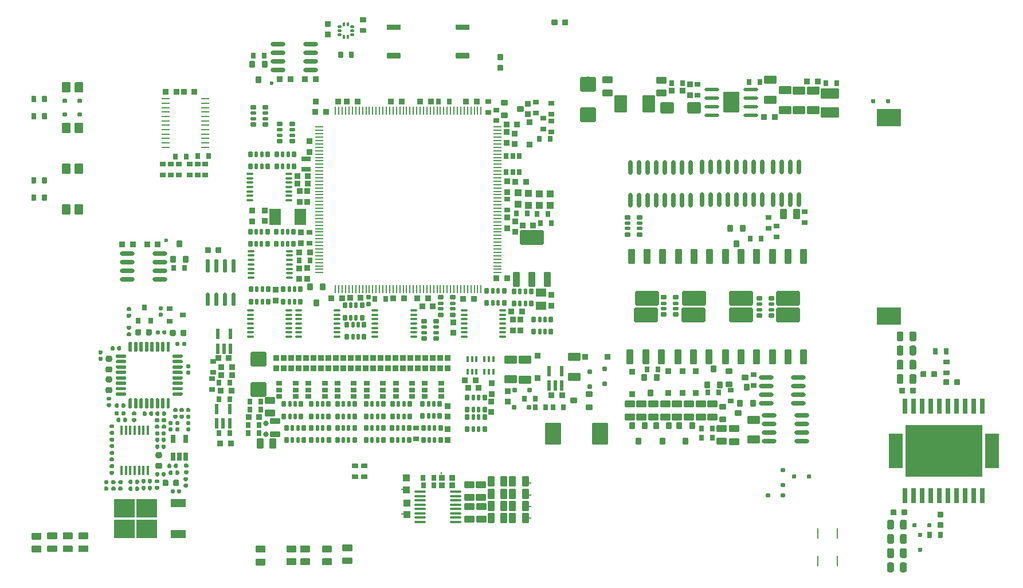
<source format=gtp>
G75*
G70*
%OFA0B0*%
%FSLAX25Y25*%
%IPPOS*%
%LPD*%
%AMOC8*
5,1,8,0,0,1.08239X$1,22.5*
%
%AMM1*
21,1,0.035430,0.030320,0.000000,0.000000,180.000000*
21,1,0.028350,0.037400,0.000000,0.000000,180.000000*
1,1,0.007090,-0.014170,0.015160*
1,1,0.007090,0.014170,0.015160*
1,1,0.007090,0.014170,-0.015160*
1,1,0.007090,-0.014170,-0.015160*
%
%AMM10*
21,1,0.033470,0.026770,0.000000,0.000000,180.000000*
21,1,0.026770,0.033470,0.000000,0.000000,180.000000*
1,1,0.006690,-0.013390,0.013390*
1,1,0.006690,0.013390,0.013390*
1,1,0.006690,0.013390,-0.013390*
1,1,0.006690,-0.013390,-0.013390*
%
%AMM11*
21,1,0.033470,0.026770,0.000000,0.000000,270.000000*
21,1,0.026770,0.033470,0.000000,0.000000,270.000000*
1,1,0.006690,-0.013390,-0.013390*
1,1,0.006690,-0.013390,0.013390*
1,1,0.006690,0.013390,0.013390*
1,1,0.006690,0.013390,-0.013390*
%
%AMM111*
21,1,0.035430,0.030320,0.000000,0.000000,90.000000*
21,1,0.028350,0.037400,0.000000,0.000000,90.000000*
1,1,0.007090,0.015160,0.014170*
1,1,0.007090,0.015160,-0.014170*
1,1,0.007090,-0.015160,-0.014170*
1,1,0.007090,-0.015160,0.014170*
%
%AMM112*
21,1,0.021650,0.052760,0.000000,0.000000,0.000000*
21,1,0.017320,0.057090,0.000000,0.000000,0.000000*
1,1,0.004330,0.008660,-0.026380*
1,1,0.004330,-0.008660,-0.026380*
1,1,0.004330,-0.008660,0.026380*
1,1,0.004330,0.008660,0.026380*
%
%AMM113*
21,1,0.094490,0.111020,0.000000,0.000000,180.000000*
21,1,0.075590,0.129920,0.000000,0.000000,180.000000*
1,1,0.018900,-0.037800,0.055510*
1,1,0.018900,0.037800,0.055510*
1,1,0.018900,0.037800,-0.055510*
1,1,0.018900,-0.037800,-0.055510*
%
%AMM114*
21,1,0.023620,0.018900,0.000000,0.000000,270.000000*
21,1,0.018900,0.023620,0.000000,0.000000,270.000000*
1,1,0.004720,-0.009450,-0.009450*
1,1,0.004720,-0.009450,0.009450*
1,1,0.004720,0.009450,0.009450*
1,1,0.004720,0.009450,-0.009450*
%
%AMM115*
21,1,0.035830,0.026770,0.000000,0.000000,0.000000*
21,1,0.029130,0.033470,0.000000,0.000000,0.000000*
1,1,0.006690,0.014570,-0.013390*
1,1,0.006690,-0.014570,-0.013390*
1,1,0.006690,-0.014570,0.013390*
1,1,0.006690,0.014570,0.013390*
%
%AMM116*
21,1,0.023620,0.018900,0.000000,0.000000,180.000000*
21,1,0.018900,0.023620,0.000000,0.000000,180.000000*
1,1,0.004720,-0.009450,0.009450*
1,1,0.004720,0.009450,0.009450*
1,1,0.004720,0.009450,-0.009450*
1,1,0.004720,-0.009450,-0.009450*
%
%AMM117*
21,1,0.033470,0.026770,0.000000,0.000000,90.000000*
21,1,0.026770,0.033470,0.000000,0.000000,90.000000*
1,1,0.006690,0.013390,0.013390*
1,1,0.006690,0.013390,-0.013390*
1,1,0.006690,-0.013390,-0.013390*
1,1,0.006690,-0.013390,0.013390*
%
%AMM12*
21,1,0.122050,0.075590,0.000000,0.000000,270.000000*
21,1,0.103150,0.094490,0.000000,0.000000,270.000000*
1,1,0.018900,-0.037800,-0.051580*
1,1,0.018900,-0.037800,0.051580*
1,1,0.018900,0.037800,0.051580*
1,1,0.018900,0.037800,-0.051580*
%
%AMM126*
21,1,0.039370,0.049210,0.000000,0.000000,0.000000*
21,1,0.031500,0.057090,0.000000,0.000000,0.000000*
1,1,0.007870,0.015750,-0.024610*
1,1,0.007870,-0.015750,-0.024610*
1,1,0.007870,-0.015750,0.024610*
1,1,0.007870,0.015750,0.024610*
%
%AMM13*
21,1,0.078740,0.053540,0.000000,0.000000,180.000000*
21,1,0.065350,0.066930,0.000000,0.000000,180.000000*
1,1,0.013390,-0.032680,0.026770*
1,1,0.013390,0.032680,0.026770*
1,1,0.013390,0.032680,-0.026770*
1,1,0.013390,-0.032680,-0.026770*
%
%AMM130*
21,1,0.021650,0.052760,-0.000000,0.000000,0.000000*
21,1,0.017320,0.057090,-0.000000,0.000000,0.000000*
1,1,0.004330,0.008660,-0.026380*
1,1,0.004330,-0.008660,-0.026380*
1,1,0.004330,-0.008660,0.026380*
1,1,0.004330,0.008660,0.026380*
%
%AMM131*
21,1,0.027560,0.030710,-0.000000,0.000000,270.000000*
21,1,0.022050,0.036220,-0.000000,0.000000,270.000000*
1,1,0.005510,-0.015350,-0.011020*
1,1,0.005510,-0.015350,0.011020*
1,1,0.005510,0.015350,0.011020*
1,1,0.005510,0.015350,-0.011020*
%
%AMM132*
21,1,0.027560,0.030710,-0.000000,0.000000,0.000000*
21,1,0.022050,0.036220,-0.000000,0.000000,0.000000*
1,1,0.005510,0.011020,-0.015350*
1,1,0.005510,-0.011020,-0.015350*
1,1,0.005510,-0.011020,0.015350*
1,1,0.005510,0.011020,0.015350*
%
%AMM133*
21,1,0.033470,0.026770,-0.000000,0.000000,0.000000*
21,1,0.026770,0.033470,-0.000000,0.000000,0.000000*
1,1,0.006690,0.013390,-0.013390*
1,1,0.006690,-0.013390,-0.013390*
1,1,0.006690,-0.013390,0.013390*
1,1,0.006690,0.013390,0.013390*
%
%AMM14*
21,1,0.070870,0.036220,0.000000,0.000000,180.000000*
21,1,0.061810,0.045280,0.000000,0.000000,180.000000*
1,1,0.009060,-0.030910,0.018110*
1,1,0.009060,0.030910,0.018110*
1,1,0.009060,0.030910,-0.018110*
1,1,0.009060,-0.030910,-0.018110*
%
%AMM142*
21,1,0.035430,0.030320,-0.000000,-0.000000,0.000000*
21,1,0.028350,0.037400,-0.000000,-0.000000,0.000000*
1,1,0.007090,0.014170,-0.015160*
1,1,0.007090,-0.014170,-0.015160*
1,1,0.007090,-0.014170,0.015160*
1,1,0.007090,0.014170,0.015160*
%
%AMM143*
21,1,0.033470,0.026770,-0.000000,-0.000000,180.000000*
21,1,0.026770,0.033470,-0.000000,-0.000000,180.000000*
1,1,0.006690,-0.013390,0.013390*
1,1,0.006690,0.013390,0.013390*
1,1,0.006690,0.013390,-0.013390*
1,1,0.006690,-0.013390,-0.013390*
%
%AMM144*
21,1,0.027560,0.030710,-0.000000,-0.000000,0.000000*
21,1,0.022050,0.036220,-0.000000,-0.000000,0.000000*
1,1,0.005510,0.011020,-0.015350*
1,1,0.005510,-0.011020,-0.015350*
1,1,0.005510,-0.011020,0.015350*
1,1,0.005510,0.011020,0.015350*
%
%AMM15*
21,1,0.086610,0.073230,0.000000,0.000000,90.000000*
21,1,0.069290,0.090550,0.000000,0.000000,90.000000*
1,1,0.017320,0.036610,0.034650*
1,1,0.017320,0.036610,-0.034650*
1,1,0.017320,-0.036610,-0.034650*
1,1,0.017320,-0.036610,0.034650*
%
%AMM16*
21,1,0.027560,0.030710,0.000000,0.000000,90.000000*
21,1,0.022050,0.036220,0.000000,0.000000,90.000000*
1,1,0.005510,0.015350,0.011020*
1,1,0.005510,0.015350,-0.011020*
1,1,0.005510,-0.015350,-0.011020*
1,1,0.005510,-0.015350,0.011020*
%
%AMM166*
21,1,0.033470,0.026770,0.000000,-0.000000,180.000000*
21,1,0.026770,0.033470,0.000000,-0.000000,180.000000*
1,1,0.006690,-0.013390,0.013390*
1,1,0.006690,0.013390,0.013390*
1,1,0.006690,0.013390,-0.013390*
1,1,0.006690,-0.013390,-0.013390*
%
%AMM167*
21,1,0.025590,0.026380,0.000000,-0.000000,0.000000*
21,1,0.020470,0.031500,0.000000,-0.000000,0.000000*
1,1,0.005120,0.010240,-0.013190*
1,1,0.005120,-0.010240,-0.013190*
1,1,0.005120,-0.010240,0.013190*
1,1,0.005120,0.010240,0.013190*
%
%AMM168*
21,1,0.017720,0.027950,0.000000,-0.000000,0.000000*
21,1,0.014170,0.031500,0.000000,-0.000000,0.000000*
1,1,0.003540,0.007090,-0.013980*
1,1,0.003540,-0.007090,-0.013980*
1,1,0.003540,-0.007090,0.013980*
1,1,0.003540,0.007090,0.013980*
%
%AMM169*
21,1,0.012600,0.028980,0.000000,-0.000000,180.000000*
21,1,0.010080,0.031500,0.000000,-0.000000,180.000000*
1,1,0.002520,-0.005040,0.014490*
1,1,0.002520,0.005040,0.014490*
1,1,0.002520,0.005040,-0.014490*
1,1,0.002520,-0.005040,-0.014490*
%
%AMM170*
21,1,0.033470,0.026770,0.000000,-0.000000,90.000000*
21,1,0.026770,0.033470,0.000000,-0.000000,90.000000*
1,1,0.006690,0.013390,0.013390*
1,1,0.006690,0.013390,-0.013390*
1,1,0.006690,-0.013390,-0.013390*
1,1,0.006690,-0.013390,0.013390*
%
%AMM2*
21,1,0.033470,0.026770,0.000000,0.000000,0.000000*
21,1,0.026770,0.033470,0.000000,0.000000,0.000000*
1,1,0.006690,0.013390,-0.013390*
1,1,0.006690,-0.013390,-0.013390*
1,1,0.006690,-0.013390,0.013390*
1,1,0.006690,0.013390,0.013390*
%
%AMM27*
21,1,0.027560,0.018900,0.000000,0.000000,180.000000*
21,1,0.022840,0.023620,0.000000,0.000000,180.000000*
1,1,0.004720,-0.011420,0.009450*
1,1,0.004720,0.011420,0.009450*
1,1,0.004720,0.011420,-0.009450*
1,1,0.004720,-0.011420,-0.009450*
%
%AMM28*
21,1,0.137800,0.067720,0.000000,0.000000,0.000000*
21,1,0.120870,0.084650,0.000000,0.000000,0.000000*
1,1,0.016930,0.060430,-0.033860*
1,1,0.016930,-0.060430,-0.033860*
1,1,0.016930,-0.060430,0.033860*
1,1,0.016930,0.060430,0.033860*
%
%AMM29*
21,1,0.043310,0.075980,0.000000,0.000000,0.000000*
21,1,0.034650,0.084650,0.000000,0.000000,0.000000*
1,1,0.008660,0.017320,-0.037990*
1,1,0.008660,-0.017320,-0.037990*
1,1,0.008660,-0.017320,0.037990*
1,1,0.008660,0.017320,0.037990*
%
%AMM3*
21,1,0.027560,0.030710,0.000000,0.000000,180.000000*
21,1,0.022050,0.036220,0.000000,0.000000,180.000000*
1,1,0.005510,-0.011020,0.015350*
1,1,0.005510,0.011020,0.015350*
1,1,0.005510,0.011020,-0.015350*
1,1,0.005510,-0.011020,-0.015350*
%
%AMM30*
21,1,0.043310,0.075990,0.000000,0.000000,0.000000*
21,1,0.034650,0.084650,0.000000,0.000000,0.000000*
1,1,0.008660,0.017320,-0.037990*
1,1,0.008660,-0.017320,-0.037990*
1,1,0.008660,-0.017320,0.037990*
1,1,0.008660,0.017320,0.037990*
%
%AMM31*
21,1,0.039370,0.035430,0.000000,0.000000,270.000000*
21,1,0.031500,0.043310,0.000000,0.000000,270.000000*
1,1,0.007870,-0.017720,-0.015750*
1,1,0.007870,-0.017720,0.015750*
1,1,0.007870,0.017720,0.015750*
1,1,0.007870,0.017720,-0.015750*
%
%AMM32*
21,1,0.035430,0.030320,0.000000,0.000000,270.000000*
21,1,0.028350,0.037400,0.000000,0.000000,270.000000*
1,1,0.007090,-0.015160,-0.014170*
1,1,0.007090,-0.015160,0.014170*
1,1,0.007090,0.015160,0.014170*
1,1,0.007090,0.015160,-0.014170*
%
%AMM33*
21,1,0.023620,0.030710,0.000000,0.000000,180.000000*
21,1,0.018900,0.035430,0.000000,0.000000,180.000000*
1,1,0.004720,-0.009450,0.015350*
1,1,0.004720,0.009450,0.015350*
1,1,0.004720,0.009450,-0.015350*
1,1,0.004720,-0.009450,-0.015350*
%
%AMM34*
21,1,0.025590,0.026380,0.000000,0.000000,0.000000*
21,1,0.020470,0.031500,0.000000,0.000000,0.000000*
1,1,0.005120,0.010240,-0.013190*
1,1,0.005120,-0.010240,-0.013190*
1,1,0.005120,-0.010240,0.013190*
1,1,0.005120,0.010240,0.013190*
%
%AMM35*
21,1,0.017720,0.027950,0.000000,0.000000,0.000000*
21,1,0.014170,0.031500,0.000000,0.000000,0.000000*
1,1,0.003540,0.007090,-0.013980*
1,1,0.003540,-0.007090,-0.013980*
1,1,0.003540,-0.007090,0.013980*
1,1,0.003540,0.007090,0.013980*
%
%AMM36*
21,1,0.035830,0.026770,0.000000,0.000000,270.000000*
21,1,0.029130,0.033470,0.000000,0.000000,270.000000*
1,1,0.006690,-0.013390,-0.014570*
1,1,0.006690,-0.013390,0.014570*
1,1,0.006690,0.013390,0.014570*
1,1,0.006690,0.013390,-0.014570*
%
%AMM37*
21,1,0.025590,0.026380,0.000000,0.000000,270.000000*
21,1,0.020470,0.031500,0.000000,0.000000,270.000000*
1,1,0.005120,-0.013190,-0.010240*
1,1,0.005120,-0.013190,0.010240*
1,1,0.005120,0.013190,0.010240*
1,1,0.005120,0.013190,-0.010240*
%
%AMM38*
21,1,0.017720,0.027950,0.000000,0.000000,270.000000*
21,1,0.014170,0.031500,0.000000,0.000000,270.000000*
1,1,0.003540,-0.013980,-0.007090*
1,1,0.003540,-0.013980,0.007090*
1,1,0.003540,0.013980,0.007090*
1,1,0.003540,0.013980,-0.007090*
%
%AMM39*
21,1,0.027560,0.049610,0.000000,0.000000,270.000000*
21,1,0.022050,0.055120,0.000000,0.000000,270.000000*
1,1,0.005510,-0.024800,-0.011020*
1,1,0.005510,-0.024800,0.011020*
1,1,0.005510,0.024800,0.011020*
1,1,0.005510,0.024800,-0.011020*
%
%AMM40*
21,1,0.035830,0.026770,0.000000,0.000000,180.000000*
21,1,0.029130,0.033470,0.000000,0.000000,180.000000*
1,1,0.006690,-0.014570,0.013390*
1,1,0.006690,0.014570,0.013390*
1,1,0.006690,0.014570,-0.013390*
1,1,0.006690,-0.014570,-0.013390*
%
%AMM7*
21,1,0.039370,0.049210,0.000000,0.000000,90.000000*
21,1,0.031500,0.057090,0.000000,0.000000,90.000000*
1,1,0.007870,0.024610,0.015750*
1,1,0.007870,0.024610,-0.015750*
1,1,0.007870,-0.024610,-0.015750*
1,1,0.007870,-0.024610,0.015750*
%
%AMM71*
21,1,0.035430,0.050000,0.000000,0.000000,270.000000*
21,1,0.028350,0.057090,0.000000,0.000000,270.000000*
1,1,0.007090,-0.025000,-0.014170*
1,1,0.007090,-0.025000,0.014170*
1,1,0.007090,0.025000,0.014170*
1,1,0.007090,0.025000,-0.014170*
%
%AMM72*
21,1,0.086610,0.073230,0.000000,0.000000,270.000000*
21,1,0.069290,0.090550,0.000000,0.000000,270.000000*
1,1,0.017320,-0.036610,-0.034650*
1,1,0.017320,-0.036610,0.034650*
1,1,0.017320,0.036610,0.034650*
1,1,0.017320,0.036610,-0.034650*
%
%AMM73*
21,1,0.039370,0.049210,0.000000,0.000000,180.000000*
21,1,0.031500,0.057090,0.000000,0.000000,180.000000*
1,1,0.007870,-0.015750,0.024610*
1,1,0.007870,0.015750,0.024610*
1,1,0.007870,0.015750,-0.024610*
1,1,0.007870,-0.015750,-0.024610*
%
%AMM74*
21,1,0.023620,0.030710,0.000000,0.000000,90.000000*
21,1,0.018900,0.035430,0.000000,0.000000,90.000000*
1,1,0.004720,0.015350,0.009450*
1,1,0.004720,0.015350,-0.009450*
1,1,0.004720,-0.015350,-0.009450*
1,1,0.004720,-0.015350,0.009450*
%
%AMM75*
21,1,0.027560,0.030710,0.000000,0.000000,0.000000*
21,1,0.022050,0.036220,0.000000,0.000000,0.000000*
1,1,0.005510,0.011020,-0.015350*
1,1,0.005510,-0.011020,-0.015350*
1,1,0.005510,-0.011020,0.015350*
1,1,0.005510,0.011020,0.015350*
%
%AMM8*
21,1,0.106300,0.050390,0.000000,0.000000,0.000000*
21,1,0.093700,0.062990,0.000000,0.000000,0.000000*
1,1,0.012600,0.046850,-0.025200*
1,1,0.012600,-0.046850,-0.025200*
1,1,0.012600,-0.046850,0.025200*
1,1,0.012600,0.046850,0.025200*
%
%AMM87*
21,1,0.027560,0.030710,0.000000,0.000000,270.000000*
21,1,0.022050,0.036220,0.000000,0.000000,270.000000*
1,1,0.005510,-0.015350,-0.011020*
1,1,0.005510,-0.015350,0.011020*
1,1,0.005510,0.015350,0.011020*
1,1,0.005510,0.015350,-0.011020*
%
%AMM9*
21,1,0.074800,0.083460,0.000000,0.000000,180.000000*
21,1,0.059840,0.098430,0.000000,0.000000,180.000000*
1,1,0.014960,-0.029920,0.041730*
1,1,0.014960,0.029920,0.041730*
1,1,0.014960,0.029920,-0.041730*
1,1,0.014960,-0.029920,-0.041730*
%
%AMM90*
21,1,0.035430,0.030320,0.000000,0.000000,0.000000*
21,1,0.028350,0.037400,0.000000,0.000000,0.000000*
1,1,0.007090,0.014170,-0.015160*
1,1,0.007090,-0.014170,-0.015160*
1,1,0.007090,-0.014170,0.015160*
1,1,0.007090,0.014170,0.015160*
%
%AMM91*
21,1,0.070870,0.036220,0.000000,0.000000,0.000000*
21,1,0.061810,0.045280,0.000000,0.000000,0.000000*
1,1,0.009060,0.030910,-0.018110*
1,1,0.009060,-0.030910,-0.018110*
1,1,0.009060,-0.030910,0.018110*
1,1,0.009060,0.030910,0.018110*
%
%AMM92*
21,1,0.043310,0.075980,0.000000,0.000000,180.000000*
21,1,0.034650,0.084650,0.000000,0.000000,180.000000*
1,1,0.008660,-0.017320,0.037990*
1,1,0.008660,0.017320,0.037990*
1,1,0.008660,0.017320,-0.037990*
1,1,0.008660,-0.017320,-0.037990*
%
%AMM93*
21,1,0.043310,0.075990,0.000000,0.000000,180.000000*
21,1,0.034650,0.084650,0.000000,0.000000,180.000000*
1,1,0.008660,-0.017320,0.037990*
1,1,0.008660,0.017320,0.037990*
1,1,0.008660,0.017320,-0.037990*
1,1,0.008660,-0.017320,-0.037990*
%
%AMM94*
21,1,0.137800,0.067720,0.000000,0.000000,180.000000*
21,1,0.120870,0.084650,0.000000,0.000000,180.000000*
1,1,0.016930,-0.060430,0.033860*
1,1,0.016930,0.060430,0.033860*
1,1,0.016930,0.060430,-0.033860*
1,1,0.016930,-0.060430,-0.033860*
%
%AMM95*
21,1,0.025590,0.026380,0.000000,0.000000,90.000000*
21,1,0.020470,0.031500,0.000000,0.000000,90.000000*
1,1,0.005120,0.013190,0.010240*
1,1,0.005120,0.013190,-0.010240*
1,1,0.005120,-0.013190,-0.010240*
1,1,0.005120,-0.013190,0.010240*
%
%AMM96*
21,1,0.017720,0.027950,0.000000,0.000000,90.000000*
21,1,0.014170,0.031500,0.000000,0.000000,90.000000*
1,1,0.003540,0.013980,0.007090*
1,1,0.003540,0.013980,-0.007090*
1,1,0.003540,-0.013980,-0.007090*
1,1,0.003540,-0.013980,0.007090*
%
%AMM97*
21,1,0.035830,0.026770,0.000000,0.000000,90.000000*
21,1,0.029130,0.033470,0.000000,0.000000,90.000000*
1,1,0.006690,0.013390,0.014570*
1,1,0.006690,0.013390,-0.014570*
1,1,0.006690,-0.013390,-0.014570*
1,1,0.006690,-0.013390,0.014570*
%
%ADD103R,0.03543X0.03150*%
%ADD106O,0.01969X0.00984*%
%ADD112M27*%
%ADD115M116*%
%ADD116M7*%
%ADD117M37*%
%ADD118R,0.05906X0.05118*%
%ADD12O,0.05118X0.00866*%
%ADD121M40*%
%ADD13M33*%
%ADD131C,0.02362*%
%ADD140M114*%
%ADD141M30*%
%ADD144M126*%
%ADD153O,0.01968X0.00984*%
%ADD157M38*%
%ADD158O,0.00000X0.00000*%
%ADD159M1*%
%ADD164M71*%
%ADD167M113*%
%ADD174O,0.08661X0.01968*%
%ADD176M90*%
%ADD178M92*%
%ADD181M31*%
%ADD184M15*%
%ADD185M9*%
%ADD189R,0.08000X0.20000*%
%ADD192R,0.45000X0.30000*%
%ADD193M39*%
%ADD194O,0.02362X0.08661*%
%ADD196M91*%
%ADD197M3*%
%ADD200O,0.00984X0.01969*%
%ADD203M72*%
%ADD205M11*%
%ADD212M14*%
%ADD215M2*%
%ADD217M32*%
%ADD221M12*%
%ADD223M8*%
%ADD230M29*%
%ADD235R,0.06693X0.09449*%
%ADD236O,0.00984X0.01968*%
%ADD239M96*%
%ADD24M112*%
%ADD242M73*%
%ADD250C,0.03150*%
%ADD252O,0.04961X0.00984*%
%ADD255O,0.07087X0.01378*%
%ADD258M13*%
%ADD270O,0.01968X0.03937*%
%ADD286O,0.08661X0.02362*%
%ADD295R,0.03150X0.08661*%
%ADD298O,0.00866X0.05118*%
%ADD299M34*%
%ADD300R,0.00800X0.06000*%
%ADD301M10*%
%ADD303M93*%
%ADD308M74*%
%ADD310M111*%
%ADD313M130*%
%ADD314M131*%
%ADD315M132*%
%ADD316M133*%
%ADD321R,0.02559X0.04803*%
%ADD322R,0.01772X0.05709*%
%ADD323R,0.08661X0.04724*%
%ADD325R,0.12008X0.10827*%
%ADD333M142*%
%ADD334M143*%
%ADD335M144*%
%ADD357M166*%
%ADD358M167*%
%ADD359M168*%
%ADD360M169*%
%ADD361M170*%
%ADD38M87*%
%ADD39M35*%
%ADD42O,0.04331X0.01181*%
%ADD44M75*%
%ADD51R,0.14173X0.10236*%
%ADD53M28*%
%ADD54M115*%
%ADD57M94*%
%ADD59R,0.03150X0.03543*%
%ADD61M16*%
%ADD81M36*%
%ADD88M97*%
%ADD96M95*%
%ADD97M117*%
X0000000Y0000000D02*
%LPD*%
G01*
G36*
G01*
X0134429Y0255315D02*
X0133248Y0255315D01*
G75*
G02*
X0132657Y0255906I0000000J0000591D01*
G01*
X0132657Y0262402D01*
G75*
G02*
X0133248Y0262992I0000591J0000000D01*
G01*
X0134429Y0262992D01*
G75*
G02*
X0135020Y0262402I0000000J-000591D01*
G01*
X0135020Y0255906D01*
G75*
G02*
X0134429Y0255315I-000591J0000000D01*
G01*
G37*
G36*
G01*
X0139429Y0255315D02*
X0138248Y0255315D01*
G75*
G02*
X0137657Y0255906I0000000J0000591D01*
G01*
X0137657Y0262402D01*
G75*
G02*
X0138248Y0262992I0000591J0000000D01*
G01*
X0139429Y0262992D01*
G75*
G02*
X0140020Y0262402I0000000J-000591D01*
G01*
X0140020Y0255906D01*
G75*
G02*
X0139429Y0255315I-000591J0000000D01*
G01*
G37*
G36*
G01*
X0144429Y0255315D02*
X0143248Y0255315D01*
G75*
G02*
X0142657Y0255906I0000000J0000591D01*
G01*
X0142657Y0262402D01*
G75*
G02*
X0143248Y0262992I0000591J0000000D01*
G01*
X0144429Y0262992D01*
G75*
G02*
X0145020Y0262402I0000000J-000591D01*
G01*
X0145020Y0255906D01*
G75*
G02*
X0144429Y0255315I-000591J0000000D01*
G01*
G37*
G36*
G01*
X0149429Y0255315D02*
X0148248Y0255315D01*
G75*
G02*
X0147657Y0255906I0000000J0000591D01*
G01*
X0147657Y0262402D01*
G75*
G02*
X0148248Y0262992I0000591J0000000D01*
G01*
X0149429Y0262992D01*
G75*
G02*
X0150020Y0262402I0000000J-000591D01*
G01*
X0150020Y0255906D01*
G75*
G02*
X0149429Y0255315I-000591J0000000D01*
G01*
G37*
G36*
G01*
X0149429Y0274803D02*
X0148248Y0274803D01*
G75*
G02*
X0147657Y0275394I0000000J0000591D01*
G01*
X0147657Y0281890D01*
G75*
G02*
X0148248Y0282480I0000591J0000000D01*
G01*
X0149429Y0282480D01*
G75*
G02*
X0150020Y0281890I0000000J-000591D01*
G01*
X0150020Y0275394D01*
G75*
G02*
X0149429Y0274803I-000591J0000000D01*
G01*
G37*
G36*
G01*
X0144429Y0274803D02*
X0143248Y0274803D01*
G75*
G02*
X0142657Y0275394I0000000J0000591D01*
G01*
X0142657Y0281890D01*
G75*
G02*
X0143248Y0282480I0000591J0000000D01*
G01*
X0144429Y0282480D01*
G75*
G02*
X0145020Y0281890I0000000J-000591D01*
G01*
X0145020Y0275394D01*
G75*
G02*
X0144429Y0274803I-000591J0000000D01*
G01*
G37*
G36*
G01*
X0139429Y0274803D02*
X0138248Y0274803D01*
G75*
G02*
X0137657Y0275394I0000000J0000591D01*
G01*
X0137657Y0281890D01*
G75*
G02*
X0138248Y0282480I0000591J0000000D01*
G01*
X0139429Y0282480D01*
G75*
G02*
X0140020Y0281890I0000000J-000591D01*
G01*
X0140020Y0275394D01*
G75*
G02*
X0139429Y0274803I-000591J0000000D01*
G01*
G37*
G36*
G01*
X0134429Y0274803D02*
X0133248Y0274803D01*
G75*
G02*
X0132657Y0275394I0000000J0000591D01*
G01*
X0132657Y0281890D01*
G75*
G02*
X0133248Y0282480I0000591J0000000D01*
G01*
X0134429Y0282480D01*
G75*
G02*
X0135020Y0281890I0000000J-000591D01*
G01*
X0135020Y0275394D01*
G75*
G02*
X0134429Y0274803I-000591J0000000D01*
G01*
G37*
G36*
G01*
X0564764Y0230571D02*
X0564764Y0227500D01*
G75*
G02*
X0564488Y0227224I-000276J0000000D01*
G01*
X0562283Y0227224D01*
G75*
G02*
X0562008Y0227500I0000000J0000276D01*
G01*
X0562008Y0230571D01*
G75*
G02*
X0562283Y0230846I0000276J0000000D01*
G01*
X0564488Y0230846D01*
G75*
G02*
X0564764Y0230571I0000000J-000276D01*
G01*
G37*
G36*
G01*
X0558465Y0230571D02*
X0558465Y0227500D01*
G75*
G02*
X0558189Y0227224I-000276J0000000D01*
G01*
X0555984Y0227224D01*
G75*
G02*
X0555709Y0227500I0000000J0000276D01*
G01*
X0555709Y0230571D01*
G75*
G02*
X0555984Y0230846I0000276J0000000D01*
G01*
X0558189Y0230846D01*
G75*
G02*
X0558465Y0230571I0000000J-000276D01*
G01*
G37*
G36*
G01*
X0202205Y0420925D02*
X0204882Y0420925D01*
G75*
G02*
X0205217Y0420591I0000000J-000335D01*
G01*
X0205217Y0417913D01*
G75*
G02*
X0204882Y0417579I-000335J0000000D01*
G01*
X0202205Y0417579D01*
G75*
G02*
X0201870Y0417913I0000000J0000335D01*
G01*
X0201870Y0420591D01*
G75*
G02*
X0202205Y0420925I0000335J0000000D01*
G01*
G37*
G36*
G01*
X0202205Y0414705D02*
X0204882Y0414705D01*
G75*
G02*
X0205217Y0414370I0000000J-000335D01*
G01*
X0205217Y0411693D01*
G75*
G02*
X0204882Y0411358I-000335J0000000D01*
G01*
X0202205Y0411358D01*
G75*
G02*
X0201870Y0411693I0000000J0000335D01*
G01*
X0201870Y0414370D01*
G75*
G02*
X0202205Y0414705I0000335J0000000D01*
G01*
G37*
G36*
G01*
X0305276Y0392067D02*
X0302598Y0392067D01*
G75*
G02*
X0302264Y0392402I0000000J0000335D01*
G01*
X0302264Y0395079D01*
G75*
G02*
X0302598Y0395413I0000335J0000000D01*
G01*
X0305276Y0395413D01*
G75*
G02*
X0305610Y0395079I0000000J-000335D01*
G01*
X0305610Y0392402D01*
G75*
G02*
X0305276Y0392067I-000335J0000000D01*
G01*
G37*
G36*
G01*
X0305276Y0398287D02*
X0302598Y0398287D01*
G75*
G02*
X0302264Y0398622I0000000J0000335D01*
G01*
X0302264Y0401299D01*
G75*
G02*
X0302598Y0401634I0000335J0000000D01*
G01*
X0305276Y0401634D01*
G75*
G02*
X0305610Y0401299I0000000J-000335D01*
G01*
X0305610Y0398622D01*
G75*
G02*
X0305276Y0398287I-000335J0000000D01*
G01*
G37*
D158*
X0180758Y0383983D03*
X0376167Y0190345D03*
G36*
G01*
X0056346Y0356319D02*
X0056346Y0361201D01*
G75*
G02*
X0056858Y0361713I0000512J0000000D01*
G01*
X0060953Y0361713D01*
G75*
G02*
X0061465Y0361201I0000000J-000512D01*
G01*
X0061465Y0356319D01*
G75*
G02*
X0060953Y0355807I-000512J0000000D01*
G01*
X0056858Y0355807D01*
G75*
G02*
X0056346Y0356319I0000000J0000512D01*
G01*
G37*
G36*
G01*
X0048866Y0356319D02*
X0048866Y0361201D01*
G75*
G02*
X0049378Y0361713I0000512J0000000D01*
G01*
X0053472Y0361713D01*
G75*
G02*
X0053984Y0361201I0000000J-000512D01*
G01*
X0053984Y0356319D01*
G75*
G02*
X0053472Y0355807I-000512J0000000D01*
G01*
X0049378Y0355807D01*
G75*
G02*
X0048866Y0356319I0000000J0000512D01*
G01*
G37*
G36*
G01*
X0031791Y0123524D02*
X0036713Y0123524D01*
G75*
G02*
X0037106Y0123130I0000000J-000394D01*
G01*
X0037106Y0119980D01*
G75*
G02*
X0036713Y0119587I-000394J0000000D01*
G01*
X0031791Y0119587D01*
G75*
G02*
X0031398Y0119980I0000000J0000394D01*
G01*
X0031398Y0123130D01*
G75*
G02*
X0031791Y0123524I0000394J0000000D01*
G01*
G37*
G36*
G01*
X0031791Y0116043D02*
X0036713Y0116043D01*
G75*
G02*
X0037106Y0115650I0000000J-000394D01*
G01*
X0037106Y0112500D01*
G75*
G02*
X0036713Y0112106I-000394J0000000D01*
G01*
X0031791Y0112106D01*
G75*
G02*
X0031398Y0112500I0000000J0000394D01*
G01*
X0031398Y0115650D01*
G75*
G02*
X0031791Y0116043I0000394J0000000D01*
G01*
G37*
G36*
G01*
X0217421Y0105315D02*
X0212500Y0105315D01*
G75*
G02*
X0212106Y0105709I0000000J0000394D01*
G01*
X0212106Y0108858D01*
G75*
G02*
X0212500Y0109252I0000394J0000000D01*
G01*
X0217421Y0109252D01*
G75*
G02*
X0217815Y0108858I0000000J-000394D01*
G01*
X0217815Y0105709D01*
G75*
G02*
X0217421Y0105315I-000394J0000000D01*
G01*
G37*
G36*
G01*
X0217421Y0112795D02*
X0212500Y0112795D01*
G75*
G02*
X0212106Y0113189I0000000J0000394D01*
G01*
X0212106Y0116339D01*
G75*
G02*
X0212500Y0116732I0000394J0000000D01*
G01*
X0217421Y0116732D01*
G75*
G02*
X0217815Y0116339I0000000J-000394D01*
G01*
X0217815Y0113189D01*
G75*
G02*
X0217421Y0112795I-000394J0000000D01*
G01*
G37*
G36*
G01*
X0040205Y0377126D02*
X0040205Y0374055D01*
G75*
G02*
X0039929Y0373780I-000276J0000000D01*
G01*
X0037724Y0373780D01*
G75*
G02*
X0037449Y0374055I0000000J0000276D01*
G01*
X0037449Y0377126D01*
G75*
G02*
X0037724Y0377402I0000276J0000000D01*
G01*
X0039929Y0377402D01*
G75*
G02*
X0040205Y0377126I0000000J-000276D01*
G01*
G37*
G36*
G01*
X0033906Y0377126D02*
X0033906Y0374055D01*
G75*
G02*
X0033630Y0373780I-000276J0000000D01*
G01*
X0031425Y0373780D01*
G75*
G02*
X0031150Y0374055I0000000J0000276D01*
G01*
X0031150Y0377126D01*
G75*
G02*
X0031425Y0377402I0000276J0000000D01*
G01*
X0033630Y0377402D01*
G75*
G02*
X0033906Y0377126I0000000J-000276D01*
G01*
G37*
G36*
G01*
X0571346Y0212331D02*
X0571346Y0209654D01*
G75*
G02*
X0571012Y0209320I-000335J0000000D01*
G01*
X0568335Y0209320D01*
G75*
G02*
X0568000Y0209654I0000000J0000335D01*
G01*
X0568000Y0212331D01*
G75*
G02*
X0568335Y0212666I0000335J0000000D01*
G01*
X0571012Y0212666D01*
G75*
G02*
X0571346Y0212331I0000000J-000335D01*
G01*
G37*
G36*
G01*
X0565126Y0212331D02*
X0565126Y0209654D01*
G75*
G02*
X0564791Y0209320I-000335J0000000D01*
G01*
X0562114Y0209320D01*
G75*
G02*
X0561780Y0209654I0000000J0000335D01*
G01*
X0561780Y0212331D01*
G75*
G02*
X0562114Y0212666I0000335J0000000D01*
G01*
X0564791Y0212666D01*
G75*
G02*
X0565126Y0212331I0000000J-000335D01*
G01*
G37*
G36*
G01*
X0528984Y0126394D02*
X0528984Y0130134D01*
G75*
G02*
X0529969Y0131118I0000984J0000000D01*
G01*
X0531937Y0131118D01*
G75*
G02*
X0532921Y0130134I0000000J-000984D01*
G01*
X0532921Y0126394D01*
G75*
G02*
X0531937Y0125409I-000984J0000000D01*
G01*
X0529969Y0125409D01*
G75*
G02*
X0528984Y0126394I0000000J0000984D01*
G01*
G37*
G36*
G01*
X0536465Y0126394D02*
X0536465Y0130134D01*
G75*
G02*
X0537449Y0131118I0000984J0000000D01*
G01*
X0539417Y0131118D01*
G75*
G02*
X0540402Y0130134I0000000J-000984D01*
G01*
X0540402Y0126394D01*
G75*
G02*
X0539417Y0125409I-000984J0000000D01*
G01*
X0537449Y0125409D01*
G75*
G02*
X0536465Y0126394I0000000J0000984D01*
G01*
G37*
G36*
G01*
X0187894Y0116142D02*
X0192815Y0116142D01*
G75*
G02*
X0193209Y0115748I0000000J-000394D01*
G01*
X0193209Y0112598D01*
G75*
G02*
X0192815Y0112205I-000394J0000000D01*
G01*
X0187894Y0112205D01*
G75*
G02*
X0187500Y0112598I0000000J0000394D01*
G01*
X0187500Y0115748D01*
G75*
G02*
X0187894Y0116142I0000394J0000000D01*
G01*
G37*
G36*
G01*
X0187894Y0108661D02*
X0192815Y0108661D01*
G75*
G02*
X0193209Y0108268I0000000J-000394D01*
G01*
X0193209Y0105118D01*
G75*
G02*
X0192815Y0104724I-000394J0000000D01*
G01*
X0187894Y0104724D01*
G75*
G02*
X0187500Y0105118I0000000J0000394D01*
G01*
X0187500Y0108268D01*
G75*
G02*
X0187894Y0108661I0000394J0000000D01*
G01*
G37*
D300*
X0488484Y0107283D03*
X0488484Y0123032D03*
G36*
G01*
X0473963Y0157431D02*
X0475852Y0157431D01*
G75*
G02*
X0476089Y0157195I0000000J-000236D01*
G01*
X0476089Y0155305D01*
G75*
G02*
X0475852Y0155069I-000236J0000000D01*
G01*
X0473963Y0155069D01*
G75*
G02*
X0473726Y0155305I0000000J0000236D01*
G01*
X0473726Y0157195D01*
G75*
G02*
X0473963Y0157431I0000236J0000000D01*
G01*
G37*
G36*
G01*
X0482624Y0157431D02*
X0484514Y0157431D01*
G75*
G02*
X0484750Y0157195I0000000J-000236D01*
G01*
X0484750Y0155305D01*
G75*
G02*
X0484514Y0155069I-000236J0000000D01*
G01*
X0482624Y0155069D01*
G75*
G02*
X0482388Y0155305I0000000J0000236D01*
G01*
X0482388Y0157195D01*
G75*
G02*
X0482624Y0157431I0000236J0000000D01*
G01*
G37*
D295*
X0539339Y0145245D03*
X0544339Y0145245D03*
X0549339Y0145245D03*
X0554339Y0145245D03*
X0559339Y0145245D03*
X0564339Y0145245D03*
X0569339Y0145245D03*
X0574339Y0145245D03*
X0579339Y0145245D03*
X0584339Y0145245D03*
X0584339Y0197213D03*
X0579339Y0197213D03*
X0574339Y0197213D03*
X0569339Y0197213D03*
X0564339Y0197213D03*
X0559339Y0197213D03*
X0554339Y0197213D03*
X0549339Y0197213D03*
X0544339Y0197213D03*
X0539339Y0197213D03*
D189*
X0533839Y0171229D03*
D192*
X0561839Y0171229D03*
D189*
X0589839Y0171229D03*
G36*
G01*
X0040205Y0319843D02*
X0040205Y0316772D01*
G75*
G02*
X0039929Y0316496I-000276J0000000D01*
G01*
X0037724Y0316496D01*
G75*
G02*
X0037449Y0316772I0000000J0000276D01*
G01*
X0037449Y0319843D01*
G75*
G02*
X0037724Y0320118I0000276J0000000D01*
G01*
X0039929Y0320118D01*
G75*
G02*
X0040205Y0319843I0000000J-000276D01*
G01*
G37*
G36*
G01*
X0033906Y0319843D02*
X0033906Y0316772D01*
G75*
G02*
X0033630Y0316496I-000276J0000000D01*
G01*
X0031425Y0316496D01*
G75*
G02*
X0031150Y0316772I0000000J0000276D01*
G01*
X0031150Y0319843D01*
G75*
G02*
X0031425Y0320118I0000276J0000000D01*
G01*
X0033630Y0320118D01*
G75*
G02*
X0033906Y0319843I0000000J-000276D01*
G01*
G37*
D158*
X0099803Y0294291D03*
G36*
G01*
X0056346Y0379941D02*
X0056346Y0384823D01*
G75*
G02*
X0056858Y0385335I0000512J0000000D01*
G01*
X0060953Y0385335D01*
G75*
G02*
X0061465Y0384823I0000000J-000512D01*
G01*
X0061465Y0379941D01*
G75*
G02*
X0060953Y0379429I-000512J0000000D01*
G01*
X0056858Y0379429D01*
G75*
G02*
X0056346Y0379941I0000000J0000512D01*
G01*
G37*
G36*
G01*
X0048866Y0379941D02*
X0048866Y0384823D01*
G75*
G02*
X0049378Y0385335I0000512J0000000D01*
G01*
X0053472Y0385335D01*
G75*
G02*
X0053984Y0384823I0000000J-000512D01*
G01*
X0053984Y0379941D01*
G75*
G02*
X0053472Y0379429I-000512J0000000D01*
G01*
X0049378Y0379429D01*
G75*
G02*
X0048866Y0379941I0000000J0000512D01*
G01*
G37*
G36*
G01*
X0141791Y0289134D02*
X0141791Y0286457D01*
G75*
G02*
X0141457Y0286122I-000335J0000000D01*
G01*
X0138780Y0286122D01*
G75*
G02*
X0138445Y0286457I0000000J0000335D01*
G01*
X0138445Y0289134D01*
G75*
G02*
X0138780Y0289469I0000335J0000000D01*
G01*
X0141457Y0289469D01*
G75*
G02*
X0141791Y0289134I0000000J-000335D01*
G01*
G37*
G36*
G01*
X0135571Y0289134D02*
X0135571Y0286457D01*
G75*
G02*
X0135236Y0286122I-000335J0000000D01*
G01*
X0132559Y0286122D01*
G75*
G02*
X0132224Y0286457I0000000J0000335D01*
G01*
X0132224Y0289134D01*
G75*
G02*
X0132559Y0289469I0000335J0000000D01*
G01*
X0135236Y0289469D01*
G75*
G02*
X0135571Y0289134I0000000J-000335D01*
G01*
G37*
G36*
G01*
X0238354Y0418898D02*
X0245598Y0418898D01*
G75*
G02*
X0245913Y0418583I0000000J-000315D01*
G01*
X0245913Y0416063D01*
G75*
G02*
X0245598Y0415748I-000315J0000000D01*
G01*
X0238354Y0415748D01*
G75*
G02*
X0238039Y0416063I0000000J0000315D01*
G01*
X0238039Y0418583D01*
G75*
G02*
X0238354Y0418898I0000315J0000000D01*
G01*
G37*
G36*
G01*
X0238354Y0402362D02*
X0245598Y0402362D01*
G75*
G02*
X0245913Y0402047I0000000J-000315D01*
G01*
X0245913Y0399528D01*
G75*
G02*
X0245598Y0399213I-000315J0000000D01*
G01*
X0238354Y0399213D01*
G75*
G02*
X0238039Y0399528I0000000J0000315D01*
G01*
X0238039Y0402047D01*
G75*
G02*
X0238354Y0402362I0000315J0000000D01*
G01*
G37*
D51*
X0529921Y0364961D03*
X0529921Y0249606D03*
G36*
G01*
X0561878Y0224182D02*
X0564949Y0224182D01*
G75*
G02*
X0565224Y0223906I0000000J-000276D01*
G01*
X0565224Y0221701D01*
G75*
G02*
X0564949Y0221426I-000276J0000000D01*
G01*
X0561878Y0221426D01*
G75*
G02*
X0561602Y0221701I0000000J0000276D01*
G01*
X0561602Y0223906D01*
G75*
G02*
X0561878Y0224182I0000276J0000000D01*
G01*
G37*
G36*
G01*
X0561878Y0217883D02*
X0564949Y0217883D01*
G75*
G02*
X0565224Y0217607I0000000J-000276D01*
G01*
X0565224Y0215402D01*
G75*
G02*
X0564949Y0215127I-000276J0000000D01*
G01*
X0561878Y0215127D01*
G75*
G02*
X0561602Y0215402I0000000J0000276D01*
G01*
X0561602Y0217607D01*
G75*
G02*
X0561878Y0217883I0000276J0000000D01*
G01*
G37*
G36*
G01*
X0213386Y0410630D02*
X0212598Y0410630D01*
G75*
G02*
X0212205Y0411024I0000000J0000394D01*
G01*
X0212205Y0412402D01*
G75*
G02*
X0212598Y0412795I0000394J0000000D01*
G01*
X0213386Y0412795D01*
G75*
G02*
X0213780Y0412402I0000000J-000394D01*
G01*
X0213780Y0411024D01*
G75*
G02*
X0213386Y0410630I-000394J0000000D01*
G01*
G37*
G36*
G01*
X0215748Y0410630D02*
X0214961Y0410630D01*
G75*
G02*
X0214567Y0411024I0000000J0000394D01*
G01*
X0214567Y0412402D01*
G75*
G02*
X0214961Y0412795I0000394J0000000D01*
G01*
X0215748Y0412795D01*
G75*
G02*
X0216142Y0412402I0000000J-000394D01*
G01*
X0216142Y0411024D01*
G75*
G02*
X0215748Y0410630I-000394J0000000D01*
G01*
G37*
G36*
G01*
X0218504Y0412205D02*
X0217126Y0412205D01*
G75*
G02*
X0216732Y0412598I0000000J0000394D01*
G01*
X0216732Y0413386D01*
G75*
G02*
X0217126Y0413780I0000394J0000000D01*
G01*
X0218504Y0413780D01*
G75*
G02*
X0218898Y0413386I0000000J-000394D01*
G01*
X0218898Y0412598D01*
G75*
G02*
X0218504Y0412205I-000394J0000000D01*
G01*
G37*
G36*
G01*
X0218504Y0414567D02*
X0217126Y0414567D01*
G75*
G02*
X0216732Y0414961I0000000J0000394D01*
G01*
X0216732Y0415748D01*
G75*
G02*
X0217126Y0416142I0000394J0000000D01*
G01*
X0218504Y0416142D01*
G75*
G02*
X0218898Y0415748I0000000J-000394D01*
G01*
X0218898Y0414961D01*
G75*
G02*
X0218504Y0414567I-000394J0000000D01*
G01*
G37*
G36*
G01*
X0218504Y0416929D02*
X0217126Y0416929D01*
G75*
G02*
X0216732Y0417323I0000000J0000394D01*
G01*
X0216732Y0418110D01*
G75*
G02*
X0217126Y0418504I0000394J0000000D01*
G01*
X0218504Y0418504D01*
G75*
G02*
X0218898Y0418110I0000000J-000394D01*
G01*
X0218898Y0417323D01*
G75*
G02*
X0218504Y0416929I-000394J0000000D01*
G01*
G37*
G36*
G01*
X0215748Y0417913D02*
X0214961Y0417913D01*
G75*
G02*
X0214567Y0418307I0000000J0000394D01*
G01*
X0214567Y0419685D01*
G75*
G02*
X0214961Y0420079I0000394J0000000D01*
G01*
X0215748Y0420079D01*
G75*
G02*
X0216142Y0419685I0000000J-000394D01*
G01*
X0216142Y0418307D01*
G75*
G02*
X0215748Y0417913I-000394J0000000D01*
G01*
G37*
G36*
G01*
X0213386Y0417913D02*
X0212598Y0417913D01*
G75*
G02*
X0212205Y0418307I0000000J0000394D01*
G01*
X0212205Y0419685D01*
G75*
G02*
X0212598Y0420079I0000394J0000000D01*
G01*
X0213386Y0420079D01*
G75*
G02*
X0213780Y0419685I0000000J-000394D01*
G01*
X0213780Y0418307D01*
G75*
G02*
X0213386Y0417913I-000394J0000000D01*
G01*
G37*
G36*
G01*
X0211220Y0416929D02*
X0209843Y0416929D01*
G75*
G02*
X0209449Y0417323I0000000J0000394D01*
G01*
X0209449Y0418110D01*
G75*
G02*
X0209843Y0418504I0000394J0000000D01*
G01*
X0211220Y0418504D01*
G75*
G02*
X0211614Y0418110I0000000J-000394D01*
G01*
X0211614Y0417323D01*
G75*
G02*
X0211220Y0416929I-000394J0000000D01*
G01*
G37*
G36*
G01*
X0211220Y0414567D02*
X0209843Y0414567D01*
G75*
G02*
X0209449Y0414961I0000000J0000394D01*
G01*
X0209449Y0415748D01*
G75*
G02*
X0209843Y0416142I0000394J0000000D01*
G01*
X0211220Y0416142D01*
G75*
G02*
X0211614Y0415748I0000000J-000394D01*
G01*
X0211614Y0414961D01*
G75*
G02*
X0211220Y0414567I-000394J0000000D01*
G01*
G37*
G36*
G01*
X0211220Y0412205D02*
X0209843Y0412205D01*
G75*
G02*
X0209449Y0412598I0000000J0000394D01*
G01*
X0209449Y0413386D01*
G75*
G02*
X0209843Y0413780I0000394J0000000D01*
G01*
X0211220Y0413780D01*
G75*
G02*
X0211614Y0413386I0000000J-000394D01*
G01*
X0211614Y0412598D01*
G75*
G02*
X0211220Y0412205I-000394J0000000D01*
G01*
G37*
G36*
G01*
X0060244Y0365453D02*
X0058354Y0365453D01*
G75*
G02*
X0058118Y0365689I0000000J0000236D01*
G01*
X0058118Y0367579D01*
G75*
G02*
X0058354Y0367815I0000236J0000000D01*
G01*
X0060244Y0367815D01*
G75*
G02*
X0060480Y0367579I0000000J-000236D01*
G01*
X0060480Y0365689D01*
G75*
G02*
X0060244Y0365453I-000236J0000000D01*
G01*
G37*
G36*
G01*
X0051583Y0365453D02*
X0049693Y0365453D01*
G75*
G02*
X0049457Y0365689I0000000J0000236D01*
G01*
X0049457Y0367579D01*
G75*
G02*
X0049693Y0367815I0000236J0000000D01*
G01*
X0051583Y0367815D01*
G75*
G02*
X0051819Y0367579I0000000J-000236D01*
G01*
X0051819Y0365689D01*
G75*
G02*
X0051583Y0365453I-000236J0000000D01*
G01*
G37*
G36*
G01*
X0209744Y0399803D02*
X0209744Y0402874D01*
G75*
G02*
X0210020Y0403150I0000276J0000000D01*
G01*
X0212224Y0403150D01*
G75*
G02*
X0212500Y0402874I0000000J-000276D01*
G01*
X0212500Y0399803D01*
G75*
G02*
X0212224Y0399528I-000276J0000000D01*
G01*
X0210020Y0399528D01*
G75*
G02*
X0209744Y0399803I0000000J0000276D01*
G01*
G37*
G36*
G01*
X0216043Y0399803D02*
X0216043Y0402874D01*
G75*
G02*
X0216319Y0403150I0000276J0000000D01*
G01*
X0218524Y0403150D01*
G75*
G02*
X0218799Y0402874I0000000J-000276D01*
G01*
X0218799Y0399803D01*
G75*
G02*
X0218524Y0399528I-000276J0000000D01*
G01*
X0216319Y0399528D01*
G75*
G02*
X0216043Y0399803I0000000J0000276D01*
G01*
G37*
G36*
G01*
X0049902Y0123720D02*
X0054823Y0123720D01*
G75*
G02*
X0055217Y0123327I0000000J-000394D01*
G01*
X0055217Y0120177D01*
G75*
G02*
X0054823Y0119783I-000394J0000000D01*
G01*
X0049902Y0119783D01*
G75*
G02*
X0049508Y0120177I0000000J0000394D01*
G01*
X0049508Y0123327D01*
G75*
G02*
X0049902Y0123720I0000394J0000000D01*
G01*
G37*
G36*
G01*
X0049902Y0116240D02*
X0054823Y0116240D01*
G75*
G02*
X0055217Y0115846I0000000J-000394D01*
G01*
X0055217Y0112697D01*
G75*
G02*
X0054823Y0112303I-000394J0000000D01*
G01*
X0049902Y0112303D01*
G75*
G02*
X0049508Y0112697I0000000J0000394D01*
G01*
X0049508Y0115846D01*
G75*
G02*
X0049902Y0116240I0000394J0000000D01*
G01*
G37*
G36*
G01*
X0060244Y0373327D02*
X0058354Y0373327D01*
G75*
G02*
X0058118Y0373563I0000000J0000236D01*
G01*
X0058118Y0375453D01*
G75*
G02*
X0058354Y0375689I0000236J0000000D01*
G01*
X0060244Y0375689D01*
G75*
G02*
X0060480Y0375453I0000000J-000236D01*
G01*
X0060480Y0373563D01*
G75*
G02*
X0060244Y0373327I-000236J0000000D01*
G01*
G37*
G36*
G01*
X0051583Y0373327D02*
X0049693Y0373327D01*
G75*
G02*
X0049457Y0373563I0000000J0000236D01*
G01*
X0049457Y0375453D01*
G75*
G02*
X0049693Y0375689I0000236J0000000D01*
G01*
X0051583Y0375689D01*
G75*
G02*
X0051819Y0375453I0000000J-000236D01*
G01*
X0051819Y0373563D01*
G75*
G02*
X0051583Y0373327I-000236J0000000D01*
G01*
G37*
G36*
G01*
X0205610Y0104724D02*
X0200689Y0104724D01*
G75*
G02*
X0200295Y0105118I0000000J0000394D01*
G01*
X0200295Y0108268D01*
G75*
G02*
X0200689Y0108661I0000394J0000000D01*
G01*
X0205610Y0108661D01*
G75*
G02*
X0206004Y0108268I0000000J-000394D01*
G01*
X0206004Y0105118D01*
G75*
G02*
X0205610Y0104724I-000394J0000000D01*
G01*
G37*
G36*
G01*
X0205610Y0112205D02*
X0200689Y0112205D01*
G75*
G02*
X0200295Y0112599I0000000J0000394D01*
G01*
X0200295Y0115748D01*
G75*
G02*
X0200689Y0116142I0000394J0000000D01*
G01*
X0205610Y0116142D01*
G75*
G02*
X0206004Y0115748I0000000J-000394D01*
G01*
X0206004Y0112599D01*
G75*
G02*
X0205610Y0112205I-000394J0000000D01*
G01*
G37*
D106*
X0321457Y0152362D03*
X0321457Y0145571D03*
X0321457Y0138780D03*
X0321457Y0132087D03*
D200*
X0269488Y0158169D03*
D106*
X0246827Y0134463D03*
X0246850Y0148720D03*
G36*
G01*
X0534496Y0227575D02*
X0534496Y0231315D01*
G75*
G02*
X0535480Y0232299I0000984J0000000D01*
G01*
X0537449Y0232299D01*
G75*
G02*
X0538433Y0231315I0000000J-000984D01*
G01*
X0538433Y0227575D01*
G75*
G02*
X0537449Y0226591I-000984J0000000D01*
G01*
X0535480Y0226591D01*
G75*
G02*
X0534496Y0227575I0000000J0000984D01*
G01*
G37*
G36*
G01*
X0541976Y0227575D02*
X0541976Y0231315D01*
G75*
G02*
X0542961Y0232299I0000984J0000000D01*
G01*
X0544929Y0232299D01*
G75*
G02*
X0545913Y0231315I0000000J-000984D01*
G01*
X0545913Y0227575D01*
G75*
G02*
X0544929Y0226591I-000984J0000000D01*
G01*
X0542961Y0226591D01*
G75*
G02*
X0541976Y0227575I0000000J0000984D01*
G01*
G37*
G36*
G01*
X0519921Y0375591D02*
X0521811Y0375591D01*
G75*
G02*
X0522047Y0375354I0000000J-000236D01*
G01*
X0522047Y0373465D01*
G75*
G02*
X0521811Y0373228I-000236J0000000D01*
G01*
X0519921Y0373228D01*
G75*
G02*
X0519685Y0373465I0000000J0000236D01*
G01*
X0519685Y0375354D01*
G75*
G02*
X0519921Y0375591I0000236J0000000D01*
G01*
G37*
G36*
G01*
X0528583Y0375591D02*
X0530472Y0375591D01*
G75*
G02*
X0530709Y0375354I0000000J-000236D01*
G01*
X0530709Y0373465D01*
G75*
G02*
X0530472Y0373228I-000236J0000000D01*
G01*
X0528583Y0373228D01*
G75*
G02*
X0528346Y0373465I0000000J0000236D01*
G01*
X0528346Y0375354D01*
G75*
G02*
X0528583Y0375591I0000236J0000000D01*
G01*
G37*
G36*
G01*
X0223366Y0163780D02*
X0226437Y0163780D01*
G75*
G02*
X0226713Y0163504I0000000J-000276D01*
G01*
X0226713Y0161299D01*
G75*
G02*
X0226437Y0161024I-000276J0000000D01*
G01*
X0223366Y0161024D01*
G75*
G02*
X0223091Y0161299I0000000J0000276D01*
G01*
X0223091Y0163504D01*
G75*
G02*
X0223366Y0163780I0000276J0000000D01*
G01*
G37*
G36*
G01*
X0223366Y0157480D02*
X0226437Y0157480D01*
G75*
G02*
X0226713Y0157205I0000000J-000276D01*
G01*
X0226713Y0155000D01*
G75*
G02*
X0226437Y0154724I-000276J0000000D01*
G01*
X0223366Y0154724D01*
G75*
G02*
X0223091Y0155000I0000000J0000276D01*
G01*
X0223091Y0157205D01*
G75*
G02*
X0223366Y0157480I0000276J0000000D01*
G01*
G37*
G36*
G01*
X0222480Y0423031D02*
X0225551Y0423031D01*
G75*
G02*
X0225827Y0422756I0000000J-000276D01*
G01*
X0225827Y0420551D01*
G75*
G02*
X0225551Y0420276I-000276J0000000D01*
G01*
X0222480Y0420276D01*
G75*
G02*
X0222205Y0420551I0000000J0000276D01*
G01*
X0222205Y0422756D01*
G75*
G02*
X0222480Y0423031I0000276J0000000D01*
G01*
G37*
G36*
G01*
X0222480Y0416732D02*
X0225551Y0416732D01*
G75*
G02*
X0225827Y0416457I0000000J-000276D01*
G01*
X0225827Y0414252D01*
G75*
G02*
X0225551Y0413976I-000276J0000000D01*
G01*
X0222480Y0413976D01*
G75*
G02*
X0222205Y0414252I0000000J0000276D01*
G01*
X0222205Y0416457D01*
G75*
G02*
X0222480Y0416732I0000276J0000000D01*
G01*
G37*
G36*
G01*
X0469252Y0144094D02*
X0467362Y0144094D01*
G75*
G02*
X0467126Y0144331I0000000J0000236D01*
G01*
X0467126Y0146220D01*
G75*
G02*
X0467362Y0146457I0000236J0000000D01*
G01*
X0469252Y0146457D01*
G75*
G02*
X0469488Y0146220I0000000J-000236D01*
G01*
X0469488Y0144331D01*
G75*
G02*
X0469252Y0144094I-000236J0000000D01*
G01*
G37*
G36*
G01*
X0460591Y0144094D02*
X0458701Y0144094D01*
G75*
G02*
X0458465Y0144331I0000000J0000236D01*
G01*
X0458465Y0146220D01*
G75*
G02*
X0458701Y0146457I0000236J0000000D01*
G01*
X0460591Y0146457D01*
G75*
G02*
X0460827Y0146220I0000000J-000236D01*
G01*
X0460827Y0144331D01*
G75*
G02*
X0460591Y0144094I-000236J0000000D01*
G01*
G37*
G36*
G01*
X0467126Y0150335D02*
X0467126Y0152224D01*
G75*
G02*
X0467362Y0152461I0000236J0000000D01*
G01*
X0469252Y0152461D01*
G75*
G02*
X0469488Y0152224I0000000J-000236D01*
G01*
X0469488Y0150335D01*
G75*
G02*
X0469252Y0150098I-000236J0000000D01*
G01*
X0467362Y0150098D01*
G75*
G02*
X0467126Y0150335I0000000J0000236D01*
G01*
G37*
G36*
G01*
X0467126Y0158996D02*
X0467126Y0160886D01*
G75*
G02*
X0467362Y0161122I0000236J0000000D01*
G01*
X0469252Y0161122D01*
G75*
G02*
X0469488Y0160886I0000000J-000236D01*
G01*
X0469488Y0158996D01*
G75*
G02*
X0469252Y0158760I-000236J0000000D01*
G01*
X0467362Y0158760D01*
G75*
G02*
X0467126Y0158996I0000000J0000236D01*
G01*
G37*
G36*
G01*
X0534496Y0211039D02*
X0534496Y0214780D01*
G75*
G02*
X0535480Y0215764I0000984J0000000D01*
G01*
X0537449Y0215764D01*
G75*
G02*
X0538433Y0214780I0000000J-000984D01*
G01*
X0538433Y0211039D01*
G75*
G02*
X0537449Y0210055I-000984J0000000D01*
G01*
X0535480Y0210055D01*
G75*
G02*
X0534496Y0211039I0000000J0000984D01*
G01*
G37*
G36*
G01*
X0541976Y0211039D02*
X0541976Y0214780D01*
G75*
G02*
X0542961Y0215764I0000984J0000000D01*
G01*
X0544929Y0215764D01*
G75*
G02*
X0545913Y0214780I0000000J-000984D01*
G01*
X0545913Y0211039D01*
G75*
G02*
X0544929Y0210055I-000984J0000000D01*
G01*
X0542961Y0210055D01*
G75*
G02*
X0541976Y0211039I0000000J0000984D01*
G01*
G37*
G36*
G01*
X0184843Y0104803D02*
X0179921Y0104803D01*
G75*
G02*
X0179528Y0105197I0000000J0000394D01*
G01*
X0179528Y0108346D01*
G75*
G02*
X0179921Y0108740I0000394J0000000D01*
G01*
X0184843Y0108740D01*
G75*
G02*
X0185236Y0108346I0000000J-000394D01*
G01*
X0185236Y0105197D01*
G75*
G02*
X0184843Y0104803I-000394J0000000D01*
G01*
G37*
G36*
G01*
X0184843Y0112284D02*
X0179921Y0112284D01*
G75*
G02*
X0179528Y0112677I0000000J0000394D01*
G01*
X0179528Y0115827D01*
G75*
G02*
X0179921Y0116221I0000394J0000000D01*
G01*
X0184843Y0116221D01*
G75*
G02*
X0185236Y0115827I0000000J-000394D01*
G01*
X0185236Y0112677D01*
G75*
G02*
X0184843Y0112284I-000394J0000000D01*
G01*
G37*
G36*
G01*
X0058957Y0123721D02*
X0063878Y0123721D01*
G75*
G02*
X0064272Y0123327I0000000J-000394D01*
G01*
X0064272Y0120177D01*
G75*
G02*
X0063878Y0119784I-000394J0000000D01*
G01*
X0058957Y0119784D01*
G75*
G02*
X0058563Y0120177I0000000J0000394D01*
G01*
X0058563Y0123327D01*
G75*
G02*
X0058957Y0123721I0000394J0000000D01*
G01*
G37*
G36*
G01*
X0058957Y0116240D02*
X0063878Y0116240D01*
G75*
G02*
X0064272Y0115846I0000000J-000394D01*
G01*
X0064272Y0112697D01*
G75*
G02*
X0063878Y0112303I-000394J0000000D01*
G01*
X0058957Y0112303D01*
G75*
G02*
X0058563Y0112697I0000000J0000394D01*
G01*
X0058563Y0115846D01*
G75*
G02*
X0058957Y0116240I0000394J0000000D01*
G01*
G37*
D300*
X0499902Y0107283D03*
X0499902Y0123032D03*
G36*
G01*
X0528984Y0118126D02*
X0528984Y0121866D01*
G75*
G02*
X0529969Y0122850I0000984J0000000D01*
G01*
X0531937Y0122850D01*
G75*
G02*
X0532921Y0121866I0000000J-000984D01*
G01*
X0532921Y0118126D01*
G75*
G02*
X0531937Y0117142I-000984J0000000D01*
G01*
X0529969Y0117142D01*
G75*
G02*
X0528984Y0118126I0000000J0000984D01*
G01*
G37*
G36*
G01*
X0536465Y0118126D02*
X0536465Y0121866D01*
G75*
G02*
X0537449Y0122850I0000984J0000000D01*
G01*
X0539417Y0122850D01*
G75*
G02*
X0540402Y0121866I0000000J-000984D01*
G01*
X0540402Y0118126D01*
G75*
G02*
X0539417Y0117142I-000984J0000000D01*
G01*
X0537449Y0117142D01*
G75*
G02*
X0536465Y0118126I0000000J0000984D01*
G01*
G37*
G36*
G01*
X0557961Y0217056D02*
X0557961Y0214379D01*
G75*
G02*
X0557626Y0214044I-000335J0000000D01*
G01*
X0554949Y0214044D01*
G75*
G02*
X0554614Y0214379I0000000J0000335D01*
G01*
X0554614Y0217056D01*
G75*
G02*
X0554949Y0217390I0000335J0000000D01*
G01*
X0557626Y0217390D01*
G75*
G02*
X0557961Y0217056I0000000J-000335D01*
G01*
G37*
G36*
G01*
X0551740Y0217056D02*
X0551740Y0214379D01*
G75*
G02*
X0551406Y0214044I-000335J0000000D01*
G01*
X0548728Y0214044D01*
G75*
G02*
X0548394Y0214379I0000000J0000335D01*
G01*
X0548394Y0217056D01*
G75*
G02*
X0548728Y0217390I0000335J0000000D01*
G01*
X0551406Y0217390D01*
G75*
G02*
X0551740Y0217056I0000000J-000335D01*
G01*
G37*
G36*
G01*
X0530933Y0134012D02*
X0530933Y0136689D01*
G75*
G02*
X0531268Y0137024I0000335J0000000D01*
G01*
X0533945Y0137024D01*
G75*
G02*
X0534280Y0136689I0000000J-000335D01*
G01*
X0534280Y0134012D01*
G75*
G02*
X0533945Y0133677I-000335J0000000D01*
G01*
X0531268Y0133677D01*
G75*
G02*
X0530933Y0134012I0000000J0000335D01*
G01*
G37*
G36*
G01*
X0537154Y0134012D02*
X0537154Y0136689D01*
G75*
G02*
X0537488Y0137024I0000335J0000000D01*
G01*
X0540165Y0137024D01*
G75*
G02*
X0540500Y0136689I0000000J-000335D01*
G01*
X0540500Y0134012D01*
G75*
G02*
X0540165Y0133677I-000335J0000000D01*
G01*
X0537488Y0133677D01*
G75*
G02*
X0537154Y0134012I0000000J0000335D01*
G01*
G37*
G36*
G01*
X0528984Y0109858D02*
X0528984Y0113598D01*
G75*
G02*
X0529969Y0114583I0000984J0000000D01*
G01*
X0531937Y0114583D01*
G75*
G02*
X0532921Y0113598I0000000J-000984D01*
G01*
X0532921Y0109858D01*
G75*
G02*
X0531937Y0108874I-000984J0000000D01*
G01*
X0529969Y0108874D01*
G75*
G02*
X0528984Y0109858I0000000J0000984D01*
G01*
G37*
G36*
G01*
X0536465Y0109858D02*
X0536465Y0113598D01*
G75*
G02*
X0537449Y0114583I0000984J0000000D01*
G01*
X0539417Y0114583D01*
G75*
G02*
X0540402Y0113598I0000000J-000984D01*
G01*
X0540402Y0109858D01*
G75*
G02*
X0539417Y0108874I-000984J0000000D01*
G01*
X0537449Y0108874D01*
G75*
G02*
X0536465Y0109858I0000000J0000984D01*
G01*
G37*
G36*
G01*
X0534496Y0235843D02*
X0534496Y0239583D01*
G75*
G02*
X0535480Y0240567I0000984J0000000D01*
G01*
X0537449Y0240567D01*
G75*
G02*
X0538433Y0239583I0000000J-000984D01*
G01*
X0538433Y0235843D01*
G75*
G02*
X0537449Y0234858I-000984J0000000D01*
G01*
X0535480Y0234858D01*
G75*
G02*
X0534496Y0235843I0000000J0000984D01*
G01*
G37*
G36*
G01*
X0541976Y0235843D02*
X0541976Y0239583D01*
G75*
G02*
X0542961Y0240567I0000984J0000000D01*
G01*
X0544929Y0240567D01*
G75*
G02*
X0545913Y0239583I0000000J-000984D01*
G01*
X0545913Y0235843D01*
G75*
G02*
X0544929Y0234858I-000984J0000000D01*
G01*
X0542961Y0234858D01*
G75*
G02*
X0541976Y0235843I0000000J0000984D01*
G01*
G37*
G36*
G01*
X0534496Y0219307D02*
X0534496Y0223047D01*
G75*
G02*
X0535480Y0224031I0000984J0000000D01*
G01*
X0537449Y0224031D01*
G75*
G02*
X0538433Y0223047I0000000J-000984D01*
G01*
X0538433Y0219307D01*
G75*
G02*
X0537449Y0218323I-000984J0000000D01*
G01*
X0535480Y0218323D01*
G75*
G02*
X0534496Y0219307I0000000J0000984D01*
G01*
G37*
G36*
G01*
X0541976Y0219307D02*
X0541976Y0223047D01*
G75*
G02*
X0542961Y0224031I0000984J0000000D01*
G01*
X0544929Y0224031D01*
G75*
G02*
X0545913Y0223047I0000000J-000984D01*
G01*
X0545913Y0219307D01*
G75*
G02*
X0544929Y0218323I-000984J0000000D01*
G01*
X0542961Y0218323D01*
G75*
G02*
X0541976Y0219307I0000000J0000984D01*
G01*
G37*
G36*
G01*
X0040205Y0329882D02*
X0040205Y0326811D01*
G75*
G02*
X0039929Y0326535I-000276J0000000D01*
G01*
X0037724Y0326535D01*
G75*
G02*
X0037449Y0326811I0000000J0000276D01*
G01*
X0037449Y0329882D01*
G75*
G02*
X0037724Y0330157I0000276J0000000D01*
G01*
X0039929Y0330157D01*
G75*
G02*
X0040205Y0329882I0000000J-000276D01*
G01*
G37*
G36*
G01*
X0033906Y0329882D02*
X0033906Y0326811D01*
G75*
G02*
X0033630Y0326535I-000276J0000000D01*
G01*
X0031425Y0326535D01*
G75*
G02*
X0031150Y0326811I0000000J0000276D01*
G01*
X0031150Y0329882D01*
G75*
G02*
X0031425Y0330157I0000276J0000000D01*
G01*
X0033630Y0330157D01*
G75*
G02*
X0033906Y0329882I0000000J-000276D01*
G01*
G37*
D158*
X0500423Y0373327D03*
X0348081Y0375470D03*
X0406644Y0388878D03*
X0500423Y0380807D03*
X0354774Y0367588D03*
G36*
G01*
X0040205Y0367087D02*
X0040205Y0364016D01*
G75*
G02*
X0039929Y0363740I-000276J0000000D01*
G01*
X0037724Y0363740D01*
G75*
G02*
X0037449Y0364016I0000000J0000276D01*
G01*
X0037449Y0367087D01*
G75*
G02*
X0037724Y0367362I0000276J0000000D01*
G01*
X0039929Y0367362D01*
G75*
G02*
X0040205Y0367087I0000000J-000276D01*
G01*
G37*
G36*
G01*
X0033906Y0367087D02*
X0033906Y0364016D01*
G75*
G02*
X0033630Y0363740I-000276J0000000D01*
G01*
X0031425Y0363740D01*
G75*
G02*
X0031150Y0364016I0000000J0000276D01*
G01*
X0031150Y0367087D01*
G75*
G02*
X0031425Y0367362I0000276J0000000D01*
G01*
X0033630Y0367362D01*
G75*
G02*
X0033906Y0367087I0000000J-000276D01*
G01*
G37*
G36*
G01*
X0162106Y0115965D02*
X0167028Y0115965D01*
G75*
G02*
X0167421Y0115571I0000000J-000394D01*
G01*
X0167421Y0112421D01*
G75*
G02*
X0167028Y0112028I-000394J0000000D01*
G01*
X0162106Y0112028D01*
G75*
G02*
X0161713Y0112421I0000000J0000394D01*
G01*
X0161713Y0115571D01*
G75*
G02*
X0162106Y0115965I0000394J0000000D01*
G01*
G37*
G36*
G01*
X0162106Y0108484D02*
X0167028Y0108484D01*
G75*
G02*
X0167421Y0108090I0000000J-000394D01*
G01*
X0167421Y0104941D01*
G75*
G02*
X0167028Y0104547I-000394J0000000D01*
G01*
X0162106Y0104547D01*
G75*
G02*
X0161713Y0104941I0000000J0000394D01*
G01*
X0161713Y0108090D01*
G75*
G02*
X0162106Y0108484I0000394J0000000D01*
G01*
G37*
G36*
G01*
X0285610Y0399213D02*
X0278366Y0399213D01*
G75*
G02*
X0278051Y0399528I0000000J0000315D01*
G01*
X0278051Y0402047D01*
G75*
G02*
X0278366Y0402362I0000315J0000000D01*
G01*
X0285610Y0402362D01*
G75*
G02*
X0285925Y0402047I0000000J-000315D01*
G01*
X0285925Y0399528D01*
G75*
G02*
X0285610Y0399213I-000315J0000000D01*
G01*
G37*
G36*
G01*
X0285610Y0415748D02*
X0278366Y0415748D01*
G75*
G02*
X0278051Y0416063I0000000J0000315D01*
G01*
X0278051Y0418583D01*
G75*
G02*
X0278366Y0418898I0000315J0000000D01*
G01*
X0285610Y0418898D01*
G75*
G02*
X0285925Y0418583I0000000J-000315D01*
G01*
X0285925Y0416063D01*
G75*
G02*
X0285610Y0415748I-000315J0000000D01*
G01*
G37*
G36*
G01*
X0056346Y0309075D02*
X0056346Y0313957D01*
G75*
G02*
X0056858Y0314469I0000512J0000000D01*
G01*
X0060953Y0314469D01*
G75*
G02*
X0061465Y0313957I0000000J-000512D01*
G01*
X0061465Y0309075D01*
G75*
G02*
X0060953Y0308563I-000512J0000000D01*
G01*
X0056858Y0308563D01*
G75*
G02*
X0056346Y0309075I0000000J0000512D01*
G01*
G37*
G36*
G01*
X0048866Y0309075D02*
X0048866Y0313957D01*
G75*
G02*
X0049378Y0314469I0000512J0000000D01*
G01*
X0053472Y0314469D01*
G75*
G02*
X0053984Y0313957I0000000J-000512D01*
G01*
X0053984Y0309075D01*
G75*
G02*
X0053472Y0308563I-000512J0000000D01*
G01*
X0049378Y0308563D01*
G75*
G02*
X0048866Y0309075I0000000J0000512D01*
G01*
G37*
G36*
G01*
X0528984Y0101591D02*
X0528984Y0105331D01*
G75*
G02*
X0529969Y0106315I0000984J0000000D01*
G01*
X0531937Y0106315D01*
G75*
G02*
X0532921Y0105331I0000000J-000984D01*
G01*
X0532921Y0101591D01*
G75*
G02*
X0531937Y0100606I-000984J0000000D01*
G01*
X0529969Y0100606D01*
G75*
G02*
X0528984Y0101591I0000000J0000984D01*
G01*
G37*
G36*
G01*
X0536465Y0101591D02*
X0536465Y0105331D01*
G75*
G02*
X0537449Y0106315I0000984J0000000D01*
G01*
X0539417Y0106315D01*
G75*
G02*
X0540402Y0105331I0000000J-000984D01*
G01*
X0540402Y0101591D01*
G75*
G02*
X0539417Y0100606I-000984J0000000D01*
G01*
X0537449Y0100606D01*
G75*
G02*
X0536465Y0101591I0000000J0000984D01*
G01*
G37*
G36*
G01*
X0552193Y0120875D02*
X0552193Y0123946D01*
G75*
G02*
X0552469Y0124221I0000276J0000000D01*
G01*
X0554673Y0124221D01*
G75*
G02*
X0554949Y0123946I0000000J-000276D01*
G01*
X0554949Y0120875D01*
G75*
G02*
X0554673Y0120599I-000276J0000000D01*
G01*
X0552469Y0120599D01*
G75*
G02*
X0552193Y0120875I0000000J0000276D01*
G01*
G37*
G36*
G01*
X0558492Y0120875D02*
X0558492Y0123946D01*
G75*
G02*
X0558768Y0124221I0000276J0000000D01*
G01*
X0560972Y0124221D01*
G75*
G02*
X0561248Y0123946I0000000J-000276D01*
G01*
X0561248Y0120875D01*
G75*
G02*
X0560972Y0120599I-000276J0000000D01*
G01*
X0558768Y0120599D01*
G75*
G02*
X0558492Y0120875I0000000J0000276D01*
G01*
G37*
G36*
G01*
X0543965Y0129103D02*
X0545854Y0129103D01*
G75*
G02*
X0546091Y0128867I0000000J-000236D01*
G01*
X0546091Y0126977D01*
G75*
G02*
X0545854Y0126741I-000236J0000000D01*
G01*
X0543965Y0126741D01*
G75*
G02*
X0543728Y0126977I0000000J0000236D01*
G01*
X0543728Y0128867D01*
G75*
G02*
X0543965Y0129103I0000236J0000000D01*
G01*
G37*
G36*
G01*
X0552626Y0129103D02*
X0554516Y0129103D01*
G75*
G02*
X0554752Y0128867I0000000J-000236D01*
G01*
X0554752Y0126977D01*
G75*
G02*
X0554516Y0126741I-000236J0000000D01*
G01*
X0552626Y0126741D01*
G75*
G02*
X0552390Y0126977I0000000J0000236D01*
G01*
X0552390Y0128867D01*
G75*
G02*
X0552626Y0129103I0000236J0000000D01*
G01*
G37*
G36*
G01*
X0056346Y0332697D02*
X0056346Y0337579D01*
G75*
G02*
X0056858Y0338091I0000512J0000000D01*
G01*
X0060953Y0338091D01*
G75*
G02*
X0061465Y0337579I0000000J-000512D01*
G01*
X0061465Y0332697D01*
G75*
G02*
X0060953Y0332185I-000512J0000000D01*
G01*
X0056858Y0332185D01*
G75*
G02*
X0056346Y0332697I0000000J0000512D01*
G01*
G37*
G36*
G01*
X0048866Y0332697D02*
X0048866Y0337579D01*
G75*
G02*
X0049378Y0338091I0000512J0000000D01*
G01*
X0053472Y0338091D01*
G75*
G02*
X0053984Y0337579I0000000J-000512D01*
G01*
X0053984Y0332697D01*
G75*
G02*
X0053472Y0332185I-000512J0000000D01*
G01*
X0049378Y0332185D01*
G75*
G02*
X0048866Y0332697I0000000J0000512D01*
G01*
G37*
G36*
G01*
X0343366Y0421417D02*
X0343366Y0418740D01*
G75*
G02*
X0343032Y0418406I-000335J0000000D01*
G01*
X0340354Y0418406D01*
G75*
G02*
X0340020Y0418740I0000000J0000335D01*
G01*
X0340020Y0421417D01*
G75*
G02*
X0340354Y0421752I0000335J0000000D01*
G01*
X0343032Y0421752D01*
G75*
G02*
X0343366Y0421417I0000000J-000335D01*
G01*
G37*
G36*
G01*
X0337146Y0421417D02*
X0337146Y0418740D01*
G75*
G02*
X0336811Y0418406I-000335J0000000D01*
G01*
X0334134Y0418406D01*
G75*
G02*
X0333799Y0418740I0000000J0000335D01*
G01*
X0333799Y0421417D01*
G75*
G02*
X0334134Y0421752I0000335J0000000D01*
G01*
X0336811Y0421752D01*
G75*
G02*
X0337146Y0421417I0000000J-000335D01*
G01*
G37*
G36*
G01*
X0549240Y0123355D02*
X0549240Y0121465D01*
G75*
G02*
X0549004Y0121229I-000236J0000000D01*
G01*
X0547114Y0121229D01*
G75*
G02*
X0546878Y0121465I0000000J0000236D01*
G01*
X0546878Y0123355D01*
G75*
G02*
X0547114Y0123591I0000236J0000000D01*
G01*
X0549004Y0123591D01*
G75*
G02*
X0549240Y0123355I0000000J-000236D01*
G01*
G37*
G36*
G01*
X0549240Y0114694D02*
X0549240Y0112804D01*
G75*
G02*
X0549004Y0112568I-000236J0000000D01*
G01*
X0547114Y0112568D01*
G75*
G02*
X0546878Y0112804I0000000J0000236D01*
G01*
X0546878Y0114694D01*
G75*
G02*
X0547114Y0114930I0000236J0000000D01*
G01*
X0549004Y0114930D01*
G75*
G02*
X0549240Y0114694I0000000J-000236D01*
G01*
G37*
G36*
G01*
X0558531Y0135894D02*
X0561209Y0135894D01*
G75*
G02*
X0561543Y0135560I0000000J-000335D01*
G01*
X0561543Y0132883D01*
G75*
G02*
X0561209Y0132548I-000335J0000000D01*
G01*
X0558531Y0132548D01*
G75*
G02*
X0558197Y0132883I0000000J0000335D01*
G01*
X0558197Y0135560D01*
G75*
G02*
X0558531Y0135894I0000335J0000000D01*
G01*
G37*
G36*
G01*
X0558531Y0129674D02*
X0561209Y0129674D01*
G75*
G02*
X0561543Y0129339I0000000J-000335D01*
G01*
X0561543Y0126662D01*
G75*
G02*
X0561209Y0126327I-000335J0000000D01*
G01*
X0558531Y0126327D01*
G75*
G02*
X0558197Y0126662I0000000J0000335D01*
G01*
X0558197Y0129339D01*
G75*
G02*
X0558531Y0129674I0000335J0000000D01*
G01*
G37*
G36*
G01*
X0536051Y0204878D02*
X0536051Y0207555D01*
G75*
G02*
X0536386Y0207890I0000335J0000000D01*
G01*
X0539063Y0207890D01*
G75*
G02*
X0539398Y0207555I0000000J-000335D01*
G01*
X0539398Y0204878D01*
G75*
G02*
X0539063Y0204543I-000335J0000000D01*
G01*
X0536386Y0204543D01*
G75*
G02*
X0536051Y0204878I0000000J0000335D01*
G01*
G37*
G36*
G01*
X0542272Y0204878D02*
X0542272Y0207555D01*
G75*
G02*
X0542606Y0207890I0000335J0000000D01*
G01*
X0545283Y0207890D01*
G75*
G02*
X0545618Y0207555I0000000J-000335D01*
G01*
X0545618Y0204878D01*
G75*
G02*
X0545283Y0204543I-000335J0000000D01*
G01*
X0542606Y0204543D01*
G75*
G02*
X0542272Y0204878I0000000J0000335D01*
G01*
G37*
G36*
G01*
X0217854Y0163780D02*
X0220925Y0163780D01*
G75*
G02*
X0221201Y0163504I0000000J-000276D01*
G01*
X0221201Y0161299D01*
G75*
G02*
X0220925Y0161024I-000276J0000000D01*
G01*
X0217854Y0161024D01*
G75*
G02*
X0217579Y0161299I0000000J0000276D01*
G01*
X0217579Y0163504D01*
G75*
G02*
X0217854Y0163780I0000276J0000000D01*
G01*
G37*
G36*
G01*
X0217854Y0157480D02*
X0220925Y0157480D01*
G75*
G02*
X0221201Y0157205I0000000J-000276D01*
G01*
X0221201Y0155000D01*
G75*
G02*
X0220925Y0154724I-000276J0000000D01*
G01*
X0217854Y0154724D01*
G75*
G02*
X0217579Y0155000I0000000J0000276D01*
G01*
X0217579Y0157205D01*
G75*
G02*
X0217854Y0157480I0000276J0000000D01*
G01*
G37*
X0366500Y0210284D03*
X0366165Y0188620D03*
G36*
G01*
X0331756Y0171209D02*
X0331756Y0171209D01*
X0331756Y0171209D01*
X0331756Y0171209D01*
X0331756Y0171209D01*
G37*
X0329787Y0183020D03*
G36*
G01*
X0040846Y0123720D02*
X0045768Y0123720D01*
G75*
G02*
X0046161Y0123327I0000000J-000394D01*
G01*
X0046161Y0120177D01*
G75*
G02*
X0045768Y0119783I-000394J0000000D01*
G01*
X0040846Y0119783D01*
G75*
G02*
X0040453Y0120177I0000000J0000394D01*
G01*
X0040453Y0123327D01*
G75*
G02*
X0040846Y0123720I0000394J0000000D01*
G01*
G37*
G36*
G01*
X0040846Y0116240D02*
X0045768Y0116240D01*
G75*
G02*
X0046161Y0115846I0000000J-000394D01*
G01*
X0046161Y0112697D01*
G75*
G02*
X0045768Y0112303I-000394J0000000D01*
G01*
X0040846Y0112303D01*
G75*
G02*
X0040453Y0112697I0000000J0000394D01*
G01*
X0040453Y0115846D01*
G75*
G02*
X0040846Y0116240I0000394J0000000D01*
G01*
G37*
X0155659Y0382900D02*
G01*
G75*
D159*
X0167076Y0395912D02*
D03*
X0163336Y0386660D02*
D03*
D159*
X0159596Y0395912D02*
D03*
D286*
X0174635Y0407526D02*
D03*
X0174635Y0402526D02*
D03*
X0174635Y0397526D02*
D03*
X0174635Y0392526D02*
D03*
X0193533Y0407526D02*
D03*
X0193533Y0402526D02*
D03*
X0193533Y0397526D02*
D03*
X0193533Y0392526D02*
D03*
D215*
X0190344Y0387231D02*
D03*
X0196564Y0387231D02*
D03*
X0181998Y0387231D02*
D03*
X0175777Y0387231D02*
D03*
D197*
X0160186Y0400813D02*
D03*
X0166486Y0400813D02*
D03*
D131*
X0170816Y0384770D02*
D03*
X0346801Y0360827D02*
G01*
G75*
D116*
X0366388Y0379233D02*
D03*
X0366388Y0386713D02*
D03*
X0397785Y0379036D02*
D03*
X0397785Y0386516D02*
D03*
D223*
X0495718Y0378937D02*
D03*
X0495718Y0367914D02*
D03*
D185*
X0374065Y0372933D02*
D03*
X0390207Y0372933D02*
D03*
D197*
X0499557Y0384843D02*
D03*
X0493258Y0384843D02*
D03*
X0448671Y0385433D02*
D03*
X0454970Y0385433D02*
D03*
X0409990Y0384843D02*
D03*
X0403691Y0384843D02*
D03*
D301*
X0488691Y0385729D02*
D03*
X0482470Y0385729D02*
D03*
X0403632Y0380315D02*
D03*
X0409852Y0380315D02*
D03*
X0457470Y0365256D02*
D03*
X0463691Y0365256D02*
D03*
D205*
X0414222Y0384114D02*
D03*
X0414222Y0377894D02*
D03*
D174*
X0427116Y0381221D02*
D03*
X0427116Y0376221D02*
D03*
X0427116Y0371221D02*
D03*
X0427116Y0366221D02*
D03*
X0449754Y0381221D02*
D03*
X0449754Y0376221D02*
D03*
X0449754Y0371221D02*
D03*
X0449754Y0366221D02*
D03*
D221*
X0438435Y0373721D02*
D03*
D258*
X0416585Y0370374D02*
D03*
X0400836Y0370374D02*
D03*
D212*
X0477805Y0380610D02*
D03*
X0477805Y0369193D02*
D03*
X0460876Y0386713D02*
D03*
X0460876Y0375296D02*
D03*
X0469636Y0369292D02*
D03*
X0469636Y0380709D02*
D03*
X0485876Y0369095D02*
D03*
X0485876Y0380512D02*
D03*
D184*
X0354872Y0384252D02*
D03*
X0354872Y0366536D02*
D03*
D61*
X0418651Y0384154D02*
D03*
X0418651Y0377855D02*
D03*
D270*
X0354872Y0386713D02*
D03*
X0154380Y0232171D02*
G01*
G75*
D112*
X0227215Y0256384D02*
D03*
X0227215Y0260321D02*
D03*
D53*
X0322293Y0295163D02*
D03*
D230*
X0331349Y0270754D02*
D03*
X0313238Y0270754D02*
D03*
D141*
X0322293Y0270754D02*
D03*
D42*
X0305364Y0237486D02*
D03*
X0305364Y0240045D02*
D03*
X0305364Y0242604D02*
D03*
X0305364Y0245163D02*
D03*
X0305364Y0247722D02*
D03*
X0305364Y0250281D02*
D03*
X0305364Y0252840D02*
D03*
X0282923Y0237486D02*
D03*
X0282923Y0240045D02*
D03*
X0282923Y0242604D02*
D03*
X0282923Y0245163D02*
D03*
X0282923Y0247722D02*
D03*
X0282923Y0250281D02*
D03*
X0282923Y0252840D02*
D03*
X0181349Y0271836D02*
D03*
X0181349Y0274395D02*
D03*
X0181349Y0276954D02*
D03*
X0181349Y0279514D02*
D03*
X0181349Y0282073D02*
D03*
X0181349Y0284632D02*
D03*
X0181349Y0287191D02*
D03*
X0158907Y0271836D02*
D03*
X0158907Y0274395D02*
D03*
X0158907Y0276954D02*
D03*
X0158907Y0279514D02*
D03*
X0158907Y0282073D02*
D03*
X0158907Y0284632D02*
D03*
X0158907Y0287191D02*
D03*
X0180856Y0316817D02*
D03*
X0180856Y0319376D02*
D03*
X0180856Y0321935D02*
D03*
X0180856Y0324494D02*
D03*
X0180856Y0327053D02*
D03*
X0180856Y0329612D02*
D03*
X0180856Y0332171D02*
D03*
X0158415Y0316817D02*
D03*
X0158415Y0319376D02*
D03*
X0158415Y0321935D02*
D03*
X0158415Y0324494D02*
D03*
X0158415Y0327053D02*
D03*
X0158415Y0329612D02*
D03*
X0158415Y0332171D02*
D03*
X0186664Y0252840D02*
D03*
X0186664Y0250281D02*
D03*
X0186664Y0247722D02*
D03*
X0186664Y0245163D02*
D03*
X0186664Y0242604D02*
D03*
X0186664Y0240045D02*
D03*
X0186664Y0237486D02*
D03*
X0209104Y0252840D02*
D03*
X0209104Y0250281D02*
D03*
X0209104Y0247722D02*
D03*
X0209104Y0245163D02*
D03*
X0209104Y0242604D02*
D03*
X0209104Y0240045D02*
D03*
X0209104Y0237486D02*
D03*
X0231053Y0252840D02*
D03*
X0231053Y0250281D02*
D03*
X0231053Y0247722D02*
D03*
X0231053Y0245163D02*
D03*
X0231053Y0242604D02*
D03*
X0231053Y0240045D02*
D03*
X0231053Y0237486D02*
D03*
X0253494Y0252840D02*
D03*
X0253494Y0250281D02*
D03*
X0253494Y0247722D02*
D03*
X0253494Y0245163D02*
D03*
X0253494Y0242604D02*
D03*
X0253494Y0240045D02*
D03*
X0253494Y0237486D02*
D03*
X0181053Y0237486D02*
D03*
X0181053Y0240045D02*
D03*
X0181053Y0242604D02*
D03*
X0181053Y0245163D02*
D03*
X0181053Y0247722D02*
D03*
X0181053Y0250281D02*
D03*
X0181053Y0252840D02*
D03*
X0158612Y0237486D02*
D03*
X0158612Y0240045D02*
D03*
X0158612Y0242604D02*
D03*
X0158612Y0245163D02*
D03*
X0158612Y0247722D02*
D03*
X0158612Y0250281D02*
D03*
X0158612Y0252840D02*
D03*
D298*
X0208120Y0368785D02*
D03*
X0210089Y0368785D02*
D03*
X0212057Y0368785D02*
D03*
X0214026Y0368785D02*
D03*
X0215994Y0368785D02*
D03*
X0217963Y0368785D02*
D03*
X0219931Y0368785D02*
D03*
X0221900Y0368785D02*
D03*
X0223868Y0368785D02*
D03*
X0225837Y0368785D02*
D03*
X0227805Y0368785D02*
D03*
X0229774Y0368785D02*
D03*
X0231742Y0368785D02*
D03*
X0233711Y0368785D02*
D03*
X0235679Y0368785D02*
D03*
X0237648Y0368785D02*
D03*
X0239616Y0368785D02*
D03*
X0241585Y0368785D02*
D03*
X0243553Y0368785D02*
D03*
X0245522Y0368785D02*
D03*
X0247490Y0368785D02*
D03*
X0249459Y0368785D02*
D03*
X0251427Y0368785D02*
D03*
X0253396Y0368785D02*
D03*
X0255364Y0368785D02*
D03*
X0257333Y0368785D02*
D03*
X0259301Y0368785D02*
D03*
X0261270Y0368785D02*
D03*
X0263238Y0368785D02*
D03*
X0265207Y0368785D02*
D03*
X0267175Y0368785D02*
D03*
X0269144Y0368785D02*
D03*
X0271112Y0368785D02*
D03*
X0273081Y0368785D02*
D03*
X0275049Y0368785D02*
D03*
X0277018Y0368785D02*
D03*
X0278986Y0368785D02*
D03*
X0280955Y0368785D02*
D03*
X0282923Y0368785D02*
D03*
X0284892Y0368785D02*
D03*
X0286860Y0368785D02*
D03*
X0288829Y0368785D02*
D03*
X0290797Y0368785D02*
D03*
X0292766Y0368785D02*
D03*
X0292766Y0265242D02*
D03*
X0290797Y0265242D02*
D03*
X0288829Y0265242D02*
D03*
X0286860Y0265242D02*
D03*
X0284892Y0265242D02*
D03*
X0282923Y0265242D02*
D03*
X0280955Y0265242D02*
D03*
X0278986Y0265242D02*
D03*
X0277018Y0265242D02*
D03*
X0275049Y0265242D02*
D03*
X0273081Y0265242D02*
D03*
X0271112Y0265242D02*
D03*
X0269144Y0265242D02*
D03*
X0267175Y0265242D02*
D03*
X0265207Y0265242D02*
D03*
X0263238Y0265242D02*
D03*
X0261270Y0265242D02*
D03*
X0259301Y0265242D02*
D03*
X0257333Y0265242D02*
D03*
X0255364Y0265242D02*
D03*
X0253396Y0265242D02*
D03*
X0251427Y0265242D02*
D03*
X0249459Y0265242D02*
D03*
X0247490Y0265242D02*
D03*
X0245522Y0265242D02*
D03*
X0243553Y0265242D02*
D03*
X0241585Y0265242D02*
D03*
X0239616Y0265242D02*
D03*
X0237648Y0265242D02*
D03*
X0235679Y0265242D02*
D03*
X0233711Y0265242D02*
D03*
X0231742Y0265242D02*
D03*
X0229774Y0265242D02*
D03*
X0227805Y0265242D02*
D03*
X0225837Y0265242D02*
D03*
X0223868Y0265242D02*
D03*
X0221900Y0265242D02*
D03*
X0219931Y0265242D02*
D03*
X0217963Y0265242D02*
D03*
X0215994Y0265242D02*
D03*
X0214026Y0265242D02*
D03*
X0212057Y0265242D02*
D03*
X0210089Y0265242D02*
D03*
X0208120Y0265242D02*
D03*
D12*
X0302215Y0359336D02*
D03*
X0302215Y0357368D02*
D03*
X0302215Y0355399D02*
D03*
X0302215Y0353431D02*
D03*
X0302215Y0351462D02*
D03*
X0302215Y0349494D02*
D03*
X0302215Y0347525D02*
D03*
X0302215Y0345557D02*
D03*
X0302215Y0343588D02*
D03*
X0302215Y0341620D02*
D03*
X0302215Y0339651D02*
D03*
X0302215Y0337683D02*
D03*
X0302215Y0335714D02*
D03*
X0302215Y0333746D02*
D03*
X0302215Y0331777D02*
D03*
X0302215Y0329809D02*
D03*
X0302215Y0327840D02*
D03*
X0302215Y0325872D02*
D03*
X0302215Y0323903D02*
D03*
X0302215Y0321935D02*
D03*
X0302215Y0319966D02*
D03*
X0302215Y0317998D02*
D03*
X0302215Y0316029D02*
D03*
X0302215Y0314061D02*
D03*
X0302215Y0312092D02*
D03*
X0302215Y0310124D02*
D03*
X0302215Y0308155D02*
D03*
X0302215Y0306187D02*
D03*
X0302215Y0304218D02*
D03*
X0302215Y0302250D02*
D03*
X0302215Y0300281D02*
D03*
X0302215Y0298313D02*
D03*
X0302215Y0296344D02*
D03*
X0302215Y0294376D02*
D03*
X0302215Y0292407D02*
D03*
X0302215Y0290439D02*
D03*
X0302215Y0288470D02*
D03*
X0302215Y0286502D02*
D03*
X0302215Y0284533D02*
D03*
X0302215Y0282565D02*
D03*
X0302215Y0280596D02*
D03*
X0302215Y0278628D02*
D03*
X0302215Y0276659D02*
D03*
X0302215Y0274691D02*
D03*
X0198671Y0274691D02*
D03*
X0198671Y0276659D02*
D03*
X0198671Y0278628D02*
D03*
X0198671Y0280596D02*
D03*
X0198671Y0282565D02*
D03*
X0198671Y0284533D02*
D03*
X0198671Y0286502D02*
D03*
X0198671Y0288470D02*
D03*
X0198671Y0290439D02*
D03*
X0198671Y0292407D02*
D03*
X0198671Y0294376D02*
D03*
X0198671Y0296344D02*
D03*
X0198671Y0298313D02*
D03*
X0198671Y0300281D02*
D03*
X0198671Y0302250D02*
D03*
X0198671Y0304218D02*
D03*
X0198671Y0306187D02*
D03*
X0198671Y0308155D02*
D03*
X0198671Y0310124D02*
D03*
X0198671Y0312092D02*
D03*
X0198671Y0314061D02*
D03*
X0198671Y0316029D02*
D03*
X0198671Y0317998D02*
D03*
X0198671Y0319966D02*
D03*
X0198671Y0321935D02*
D03*
X0198671Y0323903D02*
D03*
X0198671Y0325872D02*
D03*
X0198671Y0327840D02*
D03*
X0198671Y0329809D02*
D03*
X0198671Y0331777D02*
D03*
X0198671Y0333746D02*
D03*
X0198671Y0335714D02*
D03*
X0198671Y0337683D02*
D03*
X0198671Y0339651D02*
D03*
X0198671Y0341620D02*
D03*
X0198671Y0343588D02*
D03*
X0198671Y0345557D02*
D03*
X0198671Y0347525D02*
D03*
X0198671Y0349494D02*
D03*
X0198671Y0351462D02*
D03*
X0198671Y0353431D02*
D03*
X0198671Y0355399D02*
D03*
X0198671Y0357368D02*
D03*
X0198671Y0359336D02*
D03*
D301*
X0316545Y0252250D02*
D03*
X0310325Y0252250D02*
D03*
X0313789Y0360911D02*
D03*
X0307569Y0360911D02*
D03*
X0323140Y0302053D02*
D03*
X0316919Y0302053D02*
D03*
X0222766Y0260025D02*
D03*
X0216545Y0260025D02*
D03*
X0284104Y0373982D02*
D03*
X0290325Y0373982D02*
D03*
X0288494Y0259336D02*
D03*
X0282274Y0259336D02*
D03*
X0202667Y0367998D02*
D03*
X0196447Y0367998D02*
D03*
X0318907Y0327348D02*
D03*
X0312687Y0327348D02*
D03*
X0211821Y0259927D02*
D03*
X0205600Y0259927D02*
D03*
X0264774Y0255202D02*
D03*
X0258553Y0255202D02*
D03*
X0185916Y0326364D02*
D03*
X0192136Y0326364D02*
D03*
X0214656Y0374100D02*
D03*
X0220876Y0374100D02*
D03*
X0246565Y0374002D02*
D03*
X0240345Y0374002D02*
D03*
X0263691Y0374002D02*
D03*
X0257471Y0374002D02*
D03*
X0301762Y0271443D02*
D03*
X0307982Y0271443D02*
D03*
X0247845Y0259927D02*
D03*
X0241624Y0259927D02*
D03*
X0255601Y0259632D02*
D03*
X0261821Y0259632D02*
D03*
X0185817Y0330694D02*
D03*
X0192037Y0330694D02*
D03*
X0193219Y0286403D02*
D03*
X0186998Y0286403D02*
D03*
D205*
X0320030Y0366659D02*
D03*
X0320030Y0372880D02*
D03*
X0333809Y0261659D02*
D03*
X0333809Y0255439D02*
D03*
X0307628Y0356344D02*
D03*
X0307628Y0350124D02*
D03*
X0191683Y0321994D02*
D03*
X0191683Y0315773D02*
D03*
X0312156Y0355557D02*
D03*
X0312156Y0349336D02*
D03*
X0276723Y0245911D02*
D03*
X0276723Y0239691D02*
D03*
X0311171Y0247388D02*
D03*
X0311171Y0241167D02*
D03*
X0315601Y0241167D02*
D03*
X0315601Y0247387D02*
D03*
X0166880Y0304651D02*
D03*
X0166880Y0310872D02*
D03*
X0187156Y0321994D02*
D03*
X0187156Y0315773D02*
D03*
X0191782Y0277309D02*
D03*
X0191782Y0271088D02*
D03*
X0312549Y0298352D02*
D03*
X0312549Y0304573D02*
D03*
X0186959Y0277210D02*
D03*
X0186959Y0270990D02*
D03*
X0173376Y0264809D02*
D03*
X0173376Y0258588D02*
D03*
X0159793Y0310773D02*
D03*
X0159793Y0304553D02*
D03*
X0307923Y0327702D02*
D03*
X0307923Y0321482D02*
D03*
X0308022Y0300518D02*
D03*
X0308022Y0306738D02*
D03*
X0188140Y0298076D02*
D03*
X0188140Y0291856D02*
D03*
X0192864Y0344907D02*
D03*
X0192864Y0351128D02*
D03*
D181*
X0332825Y0313864D02*
D03*
X0332825Y0320557D02*
D03*
X0320325Y0320655D02*
D03*
X0320325Y0313962D02*
D03*
X0326526Y0313864D02*
D03*
X0326526Y0320557D02*
D03*
X0314400Y0321246D02*
D03*
X0314400Y0314553D02*
D03*
D118*
X0327608Y0262978D02*
D03*
X0327608Y0255498D02*
D03*
D197*
X0237254Y0259435D02*
D03*
X0230955Y0259435D02*
D03*
X0319537Y0309139D02*
D03*
X0313238Y0309139D02*
D03*
X0267864Y0374199D02*
D03*
X0274164Y0374199D02*
D03*
X0325443Y0308943D02*
D03*
X0331742Y0308943D02*
D03*
X0327313Y0303431D02*
D03*
X0333612Y0303431D02*
D03*
X0193258Y0281876D02*
D03*
X0186959Y0281876D02*
D03*
X0332923Y0352348D02*
D03*
X0326624Y0352348D02*
D03*
D61*
X0301624Y0369277D02*
D03*
X0301624Y0362978D02*
D03*
X0296900Y0374100D02*
D03*
X0296900Y0367801D02*
D03*
X0308022Y0311010D02*
D03*
X0308022Y0317309D02*
D03*
X0324557Y0367407D02*
D03*
X0324557Y0373706D02*
D03*
X0333612Y0356580D02*
D03*
X0333612Y0362880D02*
D03*
X0333612Y0366718D02*
D03*
X0333612Y0373017D02*
D03*
X0328986Y0358155D02*
D03*
X0328986Y0364454D02*
D03*
X0192963Y0298214D02*
D03*
X0192963Y0291915D02*
D03*
D217*
X0306230Y0373510D02*
D03*
X0315482Y0369770D02*
D03*
D217*
X0306230Y0366029D02*
D03*
D235*
X0187549Y0307270D02*
D03*
X0172982Y0307270D02*
D03*
D13*
X0314911Y0342604D02*
D03*
X0311171Y0342604D02*
D03*
X0307431Y0342604D02*
D03*
X0307431Y0333155D02*
D03*
X0311171Y0333155D02*
D03*
X0314911Y0333155D02*
D03*
D299*
X0323376Y0240340D02*
D03*
X0323376Y0247427D02*
D03*
X0333415Y0247427D02*
D03*
X0333415Y0240340D02*
D03*
X0321998Y0256876D02*
D03*
X0321998Y0263962D02*
D03*
X0311959Y0263962D02*
D03*
X0311959Y0256876D02*
D03*
X0173770Y0291324D02*
D03*
X0173770Y0298411D02*
D03*
X0183809Y0298411D02*
D03*
X0183809Y0291324D02*
D03*
X0168553Y0291325D02*
D03*
X0168553Y0298411D02*
D03*
X0158514Y0298411D02*
D03*
X0158514Y0291325D02*
D03*
X0177707Y0257958D02*
D03*
X0177707Y0265045D02*
D03*
X0187746Y0265045D02*
D03*
X0187746Y0257958D02*
D03*
X0169045Y0257958D02*
D03*
X0169045Y0265045D02*
D03*
X0159006Y0265045D02*
D03*
X0159006Y0257958D02*
D03*
X0173967Y0336502D02*
D03*
X0173967Y0343588D02*
D03*
X0184006Y0343588D02*
D03*
X0184006Y0336502D02*
D03*
X0306152Y0257171D02*
D03*
X0306152Y0264258D02*
D03*
X0296112Y0264258D02*
D03*
X0296112Y0257171D02*
D03*
X0158612Y0336502D02*
D03*
X0158612Y0343588D02*
D03*
X0168652Y0343588D02*
D03*
X0168652Y0336502D02*
D03*
X0213533Y0255695D02*
D03*
X0213533Y0248608D02*
D03*
X0223573Y0248608D02*
D03*
X0223573Y0255695D02*
D03*
X0224754Y0237388D02*
D03*
X0224754Y0244474D02*
D03*
X0214715Y0244474D02*
D03*
X0214715Y0237388D02*
D03*
D39*
X0326821Y0240340D02*
D03*
X0329971Y0240340D02*
D03*
X0329971Y0247427D02*
D03*
X0326821Y0247427D02*
D03*
X0315404Y0263962D02*
D03*
X0318553Y0263962D02*
D03*
X0318553Y0256876D02*
D03*
X0315404Y0256876D02*
D03*
X0177215Y0291324D02*
D03*
X0180364Y0291324D02*
D03*
X0180364Y0298411D02*
D03*
X0177215Y0298411D02*
D03*
X0161959Y0298411D02*
D03*
X0165108Y0298411D02*
D03*
X0165108Y0291325D02*
D03*
X0161959Y0291325D02*
D03*
X0181152Y0257958D02*
D03*
X0184301Y0257958D02*
D03*
X0184301Y0265045D02*
D03*
X0181152Y0265045D02*
D03*
X0162451Y0265045D02*
D03*
X0165601Y0265045D02*
D03*
X0165601Y0257958D02*
D03*
X0162451Y0257958D02*
D03*
X0177412Y0336502D02*
D03*
X0180561Y0336502D02*
D03*
X0180561Y0343588D02*
D03*
X0177412Y0343588D02*
D03*
X0299557Y0264258D02*
D03*
X0302707Y0264258D02*
D03*
X0302707Y0257171D02*
D03*
X0299557Y0257171D02*
D03*
X0162057Y0336502D02*
D03*
X0165207Y0336502D02*
D03*
X0165207Y0343588D02*
D03*
X0162057Y0343588D02*
D03*
X0220128Y0248608D02*
D03*
X0216978Y0248608D02*
D03*
X0216978Y0255695D02*
D03*
X0220128Y0255695D02*
D03*
X0218160Y0244474D02*
D03*
X0221309Y0244474D02*
D03*
X0221309Y0237388D02*
D03*
X0218160Y0237388D02*
D03*
D81*
X0321112Y0362092D02*
D03*
X0321112Y0349100D02*
D03*
D159*
X0196998Y0257250D02*
D03*
X0200738Y0266502D02*
D03*
D159*
X0193258Y0266502D02*
D03*
D117*
X0259597Y0236403D02*
D03*
X0266683Y0236403D02*
D03*
X0266683Y0246443D02*
D03*
X0259597Y0246443D02*
D03*
X0269242Y0250281D02*
D03*
X0276329Y0250281D02*
D03*
X0276329Y0260321D02*
D03*
X0269242Y0260321D02*
D03*
X0182884Y0351048D02*
D03*
X0175797Y0351048D02*
D03*
X0175797Y0361088D02*
D03*
X0182884Y0361088D02*
D03*
X0167274Y0360813D02*
D03*
X0160187Y0360813D02*
D03*
X0160187Y0370852D02*
D03*
X0167274Y0370852D02*
D03*
D157*
X0266683Y0242998D02*
D03*
X0266683Y0239848D02*
D03*
X0259597Y0239848D02*
D03*
X0259597Y0242998D02*
D03*
X0276329Y0256876D02*
D03*
X0276329Y0253726D02*
D03*
X0269242Y0253726D02*
D03*
X0269242Y0256876D02*
D03*
X0182884Y0354493D02*
D03*
X0182884Y0357643D02*
D03*
X0175797Y0357643D02*
D03*
X0175797Y0354493D02*
D03*
X0167274Y0364258D02*
D03*
X0167274Y0367407D02*
D03*
X0160187Y0367407D02*
D03*
X0160187Y0364258D02*
D03*
D193*
X0190994Y0334927D02*
D03*
X0190994Y0340832D02*
D03*
D121*
X0196703Y0374002D02*
D03*
X0209695Y0374002D02*
D03*
X0154774Y0171836D02*
G01*
G75*
D164*
X0173081Y0188371D02*
D03*
X0173081Y0180891D02*
D03*
D203*
X0163435Y0224494D02*
D03*
X0163435Y0206777D02*
D03*
D61*
X0255069Y0178135D02*
D03*
X0255069Y0184434D02*
D03*
D242*
X0171802Y0175379D02*
D03*
X0164321Y0175379D02*
D03*
D250*
X0167569Y0187190D02*
D03*
X0167569Y0180891D02*
D03*
D308*
X0269538Y0202840D02*
D03*
X0269538Y0206580D02*
D03*
X0269538Y0210320D02*
D03*
X0260089Y0210320D02*
D03*
X0260089Y0206580D02*
D03*
X0260089Y0202840D02*
D03*
X0192372Y0202840D02*
D03*
X0192372Y0206580D02*
D03*
X0192372Y0210320D02*
D03*
X0201821Y0210320D02*
D03*
X0201821Y0206580D02*
D03*
X0201821Y0202840D02*
D03*
X0184892Y0202840D02*
D03*
X0184892Y0206580D02*
D03*
X0184892Y0210320D02*
D03*
X0175443Y0210320D02*
D03*
X0175443Y0206580D02*
D03*
X0175443Y0202840D02*
D03*
X0209302Y0202840D02*
D03*
X0209302Y0206580D02*
D03*
X0209302Y0210320D02*
D03*
X0218750Y0210320D02*
D03*
X0218750Y0206580D02*
D03*
X0218750Y0202840D02*
D03*
X0235679Y0202840D02*
D03*
X0235679Y0206580D02*
D03*
X0235679Y0210320D02*
D03*
X0226231Y0210320D02*
D03*
X0226231Y0206580D02*
D03*
X0226231Y0202840D02*
D03*
X0243160Y0202840D02*
D03*
X0243160Y0206580D02*
D03*
X0243160Y0210320D02*
D03*
X0252609Y0210320D02*
D03*
X0252609Y0206580D02*
D03*
X0252609Y0202840D02*
D03*
D299*
X0269243Y0177446D02*
D03*
X0269243Y0184533D02*
D03*
X0259203Y0184533D02*
D03*
X0259203Y0177446D02*
D03*
X0194144Y0177446D02*
D03*
X0194144Y0184533D02*
D03*
X0204183Y0184533D02*
D03*
X0204183Y0177446D02*
D03*
X0189617Y0177446D02*
D03*
X0189617Y0184533D02*
D03*
X0179577Y0184533D02*
D03*
X0179577Y0177446D02*
D03*
X0209203Y0177446D02*
D03*
X0209203Y0184533D02*
D03*
X0219242Y0184533D02*
D03*
X0219242Y0177446D02*
D03*
X0236073Y0177446D02*
D03*
X0236073Y0184533D02*
D03*
X0226034Y0184533D02*
D03*
X0226034Y0177446D02*
D03*
X0240995Y0177446D02*
D03*
X0240995Y0184533D02*
D03*
X0251034Y0184533D02*
D03*
X0251034Y0177446D02*
D03*
X0204085Y0191226D02*
D03*
X0204085Y0198312D02*
D03*
X0194046Y0198312D02*
D03*
X0194046Y0191226D02*
D03*
X0178101Y0191226D02*
D03*
X0178101Y0198312D02*
D03*
X0188140Y0198312D02*
D03*
X0188140Y0191226D02*
D03*
X0219341Y0191226D02*
D03*
X0219341Y0198312D02*
D03*
X0209302Y0198312D02*
D03*
X0209302Y0191226D02*
D03*
X0226034Y0191226D02*
D03*
X0226034Y0198312D02*
D03*
X0236073Y0198312D02*
D03*
X0236073Y0191226D02*
D03*
X0251329Y0191226D02*
D03*
X0251329Y0198312D02*
D03*
X0241290Y0198312D02*
D03*
X0241290Y0191226D02*
D03*
X0258711Y0191324D02*
D03*
X0258711Y0198411D02*
D03*
X0268750Y0198411D02*
D03*
X0268750Y0191324D02*
D03*
D39*
X0262648Y0184533D02*
D03*
X0265798Y0184533D02*
D03*
X0265798Y0177446D02*
D03*
X0262648Y0177446D02*
D03*
X0197589Y0177446D02*
D03*
X0200739Y0177446D02*
D03*
X0200739Y0184533D02*
D03*
X0197589Y0184533D02*
D03*
X0183022Y0184533D02*
D03*
X0186172Y0184533D02*
D03*
X0186172Y0177446D02*
D03*
X0183022Y0177446D02*
D03*
X0212648Y0177446D02*
D03*
X0215798Y0177446D02*
D03*
X0215798Y0184533D02*
D03*
X0212648Y0184533D02*
D03*
X0229479Y0184533D02*
D03*
X0232628Y0184533D02*
D03*
X0232628Y0177446D02*
D03*
X0229479Y0177446D02*
D03*
X0244439Y0177446D02*
D03*
X0247589Y0177446D02*
D03*
X0247589Y0184533D02*
D03*
X0244439Y0184533D02*
D03*
X0197491Y0198312D02*
D03*
X0200640Y0198312D02*
D03*
X0200640Y0191226D02*
D03*
X0197491Y0191226D02*
D03*
X0181546Y0191226D02*
D03*
X0184695Y0191226D02*
D03*
X0184695Y0198312D02*
D03*
X0181546Y0198312D02*
D03*
X0212747Y0198312D02*
D03*
X0215896Y0198312D02*
D03*
X0215896Y0191226D02*
D03*
X0212747Y0191226D02*
D03*
X0229479Y0191226D02*
D03*
X0232628Y0191226D02*
D03*
X0232628Y0198312D02*
D03*
X0229479Y0198312D02*
D03*
X0244735Y0198312D02*
D03*
X0247884Y0198312D02*
D03*
X0247884Y0191226D02*
D03*
X0244735Y0191226D02*
D03*
X0262156Y0191324D02*
D03*
X0265305Y0191324D02*
D03*
X0265305Y0198411D02*
D03*
X0262156Y0198411D02*
D03*
D205*
X0273278Y0177584D02*
D03*
X0273278Y0183805D02*
D03*
X0238731Y0219021D02*
D03*
X0238731Y0225242D02*
D03*
X0234400Y0225242D02*
D03*
X0234400Y0219021D02*
D03*
X0230069Y0219021D02*
D03*
X0230069Y0225242D02*
D03*
X0225739Y0225242D02*
D03*
X0225739Y0219021D02*
D03*
X0243061Y0219021D02*
D03*
X0243061Y0225242D02*
D03*
X0247392Y0225242D02*
D03*
X0247392Y0219021D02*
D03*
X0251723Y0219021D02*
D03*
X0251723Y0225242D02*
D03*
X0256053Y0225242D02*
D03*
X0256053Y0219021D02*
D03*
X0208416Y0219021D02*
D03*
X0208416Y0225242D02*
D03*
X0212747Y0225242D02*
D03*
X0212747Y0219021D02*
D03*
X0217077Y0219021D02*
D03*
X0217077Y0225242D02*
D03*
X0221408Y0225242D02*
D03*
X0221408Y0219021D02*
D03*
X0173770Y0219021D02*
D03*
X0173770Y0225242D02*
D03*
X0178101Y0225242D02*
D03*
X0178101Y0219021D02*
D03*
X0182431Y0219021D02*
D03*
X0182431Y0225242D02*
D03*
X0186762Y0225242D02*
D03*
X0186762Y0219021D02*
D03*
X0191093Y0219021D02*
D03*
X0191093Y0225242D02*
D03*
X0195424Y0225242D02*
D03*
X0195424Y0219021D02*
D03*
X0199754Y0219021D02*
D03*
X0199754Y0225242D02*
D03*
X0204085Y0225242D02*
D03*
X0204085Y0219021D02*
D03*
X0273278Y0190970D02*
D03*
X0273278Y0197190D02*
D03*
X0260384Y0219021D02*
D03*
X0260384Y0225242D02*
D03*
X0264715Y0225242D02*
D03*
X0264715Y0219021D02*
D03*
X0269046Y0219021D02*
D03*
X0269046Y0225242D02*
D03*
X0273376Y0225242D02*
D03*
X0273376Y0219021D02*
D03*
D44*
X0157333Y0186108D02*
D03*
X0163632Y0186108D02*
D03*
X0163632Y0181580D02*
D03*
X0157333Y0181580D02*
D03*
X0164617Y0195064D02*
D03*
X0158317Y0195064D02*
D03*
X0164617Y0199690D02*
D03*
X0158317Y0199690D02*
D03*
D116*
X0169931Y0200576D02*
D03*
X0169931Y0193096D02*
D03*
D301*
X0157569Y0190635D02*
D03*
X0163790Y0190635D02*
D03*
X0150049Y0172349D02*
G01*
G75*
D316*
X0141722Y0219692D02*
D03*
X0147943Y0219692D02*
D03*
X0146073Y0225007D02*
D03*
X0139852Y0225007D02*
D03*
X0147943Y0215164D02*
D03*
X0141722Y0215164D02*
D03*
X0140935Y0175302D02*
D03*
X0147155Y0175302D02*
D03*
X0147647Y0206207D02*
D03*
X0141427Y0206207D02*
D03*
D313*
X0139518Y0238983D02*
D03*
X0146998Y0238983D02*
D03*
X0146998Y0230518D02*
D03*
X0143258Y0230518D02*
D03*
X0139025Y0195617D02*
D03*
X0146506Y0195617D02*
D03*
X0146506Y0187152D02*
D03*
X0142766Y0187152D02*
D03*
D313*
X0139518Y0230518D02*
D03*
X0139025Y0187152D02*
D03*
D314*
X0136958Y0223235D02*
D03*
X0136958Y0216936D02*
D03*
X0136171Y0213196D02*
D03*
X0136171Y0206896D02*
D03*
D315*
X0140305Y0210735D02*
D03*
X0146604Y0210735D02*
D03*
X0140305Y0181404D02*
D03*
X0146604Y0181404D02*
D03*
X0140305Y0201286D02*
D03*
X0146604Y0201286D02*
D03*
X0374311Y0173278D02*
G01*
G75*
D217*
X0437087Y0217372D02*
D03*
X0446339Y0213632D02*
D03*
X0442402Y0193061D02*
D03*
X0433150Y0196802D02*
D03*
D217*
X0437087Y0209892D02*
D03*
X0433150Y0189321D02*
D03*
D176*
X0443406Y0198751D02*
D03*
X0447146Y0208002D02*
D03*
X0445079Y0300562D02*
D03*
X0441338Y0291310D02*
D03*
X0401968Y0185955D02*
D03*
X0398228Y0176703D02*
D03*
X0384252Y0176703D02*
D03*
X0387992Y0185955D02*
D03*
X0411811Y0176703D02*
D03*
X0415551Y0185955D02*
D03*
X0424311Y0209440D02*
D03*
X0428051Y0218692D02*
D03*
X0391339Y0204656D02*
D03*
X0395079Y0213908D02*
D03*
D176*
X0450886Y0198751D02*
D03*
X0437598Y0300562D02*
D03*
X0394488Y0185955D02*
D03*
X0380512Y0185955D02*
D03*
X0408071Y0185955D02*
D03*
X0431791Y0209440D02*
D03*
X0387598Y0213908D02*
D03*
D61*
X0451279Y0209203D02*
D03*
X0451279Y0215502D02*
D03*
X0437992Y0206349D02*
D03*
X0437992Y0200050D02*
D03*
X0481102Y0303751D02*
D03*
X0481102Y0310050D02*
D03*
X0460138Y0306743D02*
D03*
X0460138Y0300443D02*
D03*
X0464764Y0295621D02*
D03*
X0464764Y0301920D02*
D03*
D196*
X0451476Y0189223D02*
D03*
X0451476Y0177805D02*
D03*
D178*
X0453051Y0284065D02*
D03*
X0434941Y0284065D02*
D03*
X0453051Y0225798D02*
D03*
X0434941Y0225798D02*
D03*
X0462303Y0225798D02*
D03*
X0480413Y0225798D02*
D03*
X0462303Y0284065D02*
D03*
X0480413Y0284065D02*
D03*
X0425689Y0284065D02*
D03*
X0407579Y0284065D02*
D03*
X0380217Y0284065D02*
D03*
X0398327Y0284065D02*
D03*
X0407185Y0225798D02*
D03*
X0425295Y0225798D02*
D03*
X0397539Y0225798D02*
D03*
X0379429Y0225798D02*
D03*
D303*
X0443996Y0284065D02*
D03*
X0443996Y0225798D02*
D03*
X0471358Y0225798D02*
D03*
X0471358Y0284065D02*
D03*
X0416634Y0284065D02*
D03*
X0389272Y0284065D02*
D03*
X0416240Y0225798D02*
D03*
X0388484Y0225798D02*
D03*
D57*
X0443996Y0259656D02*
D03*
X0443996Y0250207D02*
D03*
X0471358Y0250207D02*
D03*
X0471358Y0259656D02*
D03*
X0416634Y0259656D02*
D03*
X0389272Y0259656D02*
D03*
X0416240Y0250207D02*
D03*
X0388484Y0250207D02*
D03*
D96*
X0405905Y0250306D02*
D03*
X0398819Y0250306D02*
D03*
X0398819Y0260345D02*
D03*
X0405905Y0260345D02*
D03*
X0384941Y0296861D02*
D03*
X0377854Y0296861D02*
D03*
X0377854Y0306900D02*
D03*
X0384941Y0306900D02*
D03*
X0461614Y0259853D02*
D03*
X0454527Y0259853D02*
D03*
X0454527Y0249813D02*
D03*
X0461614Y0249813D02*
D03*
D239*
X0405905Y0253750D02*
D03*
X0405905Y0256900D02*
D03*
X0398819Y0256900D02*
D03*
X0398819Y0253750D02*
D03*
X0384941Y0300306D02*
D03*
X0384941Y0303455D02*
D03*
X0377854Y0303455D02*
D03*
X0377854Y0300306D02*
D03*
X0454527Y0253258D02*
D03*
X0454527Y0256408D02*
D03*
X0461614Y0256408D02*
D03*
X0461614Y0253258D02*
D03*
D194*
X0379744Y0316939D02*
D03*
X0384744Y0316939D02*
D03*
X0389744Y0316939D02*
D03*
X0394744Y0316939D02*
D03*
X0399744Y0316939D02*
D03*
X0404744Y0316939D02*
D03*
X0409744Y0316939D02*
D03*
X0414744Y0316939D02*
D03*
X0379744Y0335837D02*
D03*
X0384744Y0335837D02*
D03*
X0389744Y0335837D02*
D03*
X0394744Y0335837D02*
D03*
X0399744Y0335837D02*
D03*
X0404744Y0335837D02*
D03*
X0409744Y0335837D02*
D03*
X0414744Y0335837D02*
D03*
X0456181Y0336034D02*
D03*
X0451181Y0336034D02*
D03*
X0446181Y0336034D02*
D03*
X0441181Y0336034D02*
D03*
X0436181Y0336034D02*
D03*
X0431181Y0336034D02*
D03*
X0426181Y0336034D02*
D03*
X0421181Y0336034D02*
D03*
X0456181Y0317136D02*
D03*
X0451181Y0317136D02*
D03*
X0446181Y0317136D02*
D03*
X0441181Y0317136D02*
D03*
X0436181Y0317136D02*
D03*
X0431181Y0317136D02*
D03*
X0426181Y0317136D02*
D03*
X0421181Y0317136D02*
D03*
X0462776Y0317136D02*
D03*
X0467776Y0317136D02*
D03*
X0472776Y0317136D02*
D03*
X0477776Y0317136D02*
D03*
X0462776Y0336034D02*
D03*
X0467776Y0336034D02*
D03*
X0472776Y0336034D02*
D03*
X0477776Y0336034D02*
D03*
D286*
X0460335Y0191959D02*
D03*
X0460335Y0186959D02*
D03*
X0460335Y0181959D02*
D03*
X0460335Y0176959D02*
D03*
X0479233Y0191959D02*
D03*
X0479233Y0186959D02*
D03*
X0479233Y0181959D02*
D03*
X0479233Y0176959D02*
D03*
X0477461Y0198810D02*
D03*
X0477461Y0203809D02*
D03*
X0477461Y0208809D02*
D03*
X0477461Y0213810D02*
D03*
X0458563Y0198810D02*
D03*
X0458563Y0203809D02*
D03*
X0458563Y0208809D02*
D03*
X0458563Y0213810D02*
D03*
D116*
X0379232Y0198337D02*
D03*
X0379232Y0190857D02*
D03*
X0386122Y0190857D02*
D03*
X0386122Y0198337D02*
D03*
X0393012Y0198337D02*
D03*
X0393012Y0190857D02*
D03*
X0399902Y0190857D02*
D03*
X0399902Y0198337D02*
D03*
X0406791Y0198337D02*
D03*
X0406791Y0190857D02*
D03*
X0413681Y0190857D02*
D03*
X0413681Y0198337D02*
D03*
X0420571Y0198337D02*
D03*
X0420571Y0190857D02*
D03*
X0427461Y0190857D02*
D03*
X0427461Y0198337D02*
D03*
X0439961Y0176585D02*
D03*
X0439961Y0184065D02*
D03*
X0432776Y0184164D02*
D03*
X0432776Y0176683D02*
D03*
D88*
X0417717Y0204636D02*
D03*
X0417717Y0217628D02*
D03*
X0380512Y0217235D02*
D03*
X0380512Y0204243D02*
D03*
X0401673Y0204636D02*
D03*
X0401673Y0217628D02*
D03*
X0409842Y0217628D02*
D03*
X0409842Y0204636D02*
D03*
D197*
X0427264Y0184262D02*
D03*
X0420965Y0184262D02*
D03*
X0420866Y0178652D02*
D03*
X0427165Y0178652D02*
D03*
X0424803Y0205227D02*
D03*
X0431102Y0205227D02*
D03*
X0455678Y0294298D02*
D03*
X0449379Y0294298D02*
D03*
X0395669Y0218613D02*
D03*
X0389370Y0218613D02*
D03*
D242*
X0468701Y0308770D02*
D03*
X0476181Y0308770D02*
D03*
X0105285Y0328895D02*
G01*
G75*
D252*
X0132333Y0347596D02*
D03*
X0132333Y0350155D02*
D03*
X0132333Y0352714D02*
D03*
X0132333Y0355273D02*
D03*
X0132333Y0357832D02*
D03*
X0132333Y0360391D02*
D03*
X0132333Y0362950D02*
D03*
X0132333Y0365509D02*
D03*
X0132333Y0368068D02*
D03*
X0132333Y0370627D02*
D03*
X0132333Y0373186D02*
D03*
X0132333Y0375745D02*
D03*
X0109340Y0347596D02*
D03*
X0109340Y0350155D02*
D03*
X0109340Y0352714D02*
D03*
X0109340Y0355273D02*
D03*
X0109340Y0357832D02*
D03*
X0109340Y0360391D02*
D03*
X0109340Y0362950D02*
D03*
X0109340Y0365509D02*
D03*
X0109340Y0368068D02*
D03*
X0109340Y0370627D02*
D03*
X0109340Y0373186D02*
D03*
X0109340Y0375745D02*
D03*
D215*
X0109360Y0379682D02*
D03*
X0115581Y0379682D02*
D03*
X0126112Y0379682D02*
D03*
X0119891Y0379682D02*
D03*
D44*
X0128120Y0342478D02*
D03*
X0134419Y0342478D02*
D03*
X0115128Y0342084D02*
D03*
X0121427Y0342084D02*
D03*
D38*
X0123203Y0331454D02*
D03*
X0123203Y0337753D02*
D03*
X0116880Y0337753D02*
D03*
X0116880Y0331454D02*
D03*
X0112254Y0331454D02*
D03*
X0112254Y0337753D02*
D03*
X0132431Y0337655D02*
D03*
X0132431Y0331356D02*
D03*
X0107628Y0337753D02*
D03*
X0107628Y0331454D02*
D03*
X0127825Y0337753D02*
D03*
X0127825Y0331454D02*
D03*
X0304590Y0168158D02*
G01*
G75*
D196*
X0318173Y0223965D02*
D03*
X0318173Y0212548D02*
D03*
X0310102Y0224063D02*
D03*
X0310102Y0212646D02*
D03*
X0346913Y0225638D02*
D03*
X0346913Y0214221D02*
D03*
D301*
X0339984Y0203591D02*
D03*
X0333763Y0203591D02*
D03*
D310*
X0355791Y0196603D02*
D03*
X0346539Y0200343D02*
D03*
D310*
X0355791Y0204083D02*
D03*
D24*
X0332247Y0217607D02*
D03*
X0339728Y0217607D02*
D03*
X0339728Y0209142D02*
D03*
X0335988Y0209142D02*
D03*
D24*
X0332247Y0209142D02*
D03*
D167*
X0362070Y0181249D02*
D03*
X0334708Y0181249D02*
D03*
D140*
X0320535Y0196308D02*
D03*
X0311873Y0196308D02*
D03*
X0312169Y0206347D02*
D03*
X0320830Y0206347D02*
D03*
D54*
X0353212Y0225638D02*
D03*
X0366204Y0225638D02*
D03*
D115*
X0364629Y0210284D02*
D03*
X0364629Y0218945D02*
D03*
X0355958Y0208601D02*
D03*
X0355958Y0217262D02*
D03*
D44*
X0324177Y0196504D02*
D03*
X0330476Y0196504D02*
D03*
X0324275Y0201327D02*
D03*
X0317976Y0201327D02*
D03*
X0334511Y0196308D02*
D03*
X0340810Y0196308D02*
D03*
D97*
X0308232Y0199654D02*
D03*
X0308232Y0205874D02*
D03*
D88*
X0325751Y0226327D02*
D03*
X0325751Y0213335D02*
D03*
X0067106Y0260650D02*
%LPD*%
G01*
G36*
G01*
X0103405Y0192057D02*
X0103405Y0193416D01*
G75*
G02*
X0103986Y0193996I0000581J0000000D01*
G01*
X0105147Y0193996D01*
G75*
G02*
X0105728Y0193416I0000000J-000581D01*
G01*
X0105728Y0192057D01*
G75*
G02*
X0105147Y0191477I-000581J0000000D01*
G01*
X0103986Y0191477D01*
G75*
G02*
X0103405Y0192057I0000000J0000581D01*
G01*
G37*
G36*
G01*
X0107224Y0192057D02*
X0107224Y0193416D01*
G75*
G02*
X0107805Y0193996I0000581J0000000D01*
G01*
X0108966Y0193996D01*
G75*
G02*
X0109547Y0193416I0000000J-000581D01*
G01*
X0109547Y0192057D01*
G75*
G02*
X0108966Y0191477I-000581J0000000D01*
G01*
X0107805Y0191477D01*
G75*
G02*
X0107224Y0192057I0000000J0000581D01*
G01*
G37*
G36*
G01*
X0078748Y0157235D02*
X0077389Y0157235D01*
G75*
G02*
X0076809Y0157815I0000000J0000581D01*
G01*
X0076809Y0158977D01*
G75*
G02*
X0077389Y0159557I0000581J0000000D01*
G01*
X0078748Y0159557D01*
G75*
G02*
X0079328Y0158977I0000000J-000581D01*
G01*
X0079328Y0157815D01*
G75*
G02*
X0078748Y0157235I-000581J0000000D01*
G01*
G37*
G36*
G01*
X0078748Y0161054D02*
X0077389Y0161054D01*
G75*
G02*
X0076809Y0161634I0000000J0000581D01*
G01*
X0076809Y0162796D01*
G75*
G02*
X0077389Y0163376I0000581J0000000D01*
G01*
X0078748Y0163376D01*
G75*
G02*
X0079328Y0162796I0000000J-000581D01*
G01*
X0079328Y0161634D01*
G75*
G02*
X0078748Y0161054I-000581J0000000D01*
G01*
G37*
G36*
G01*
X0103639Y0154626D02*
X0104998Y0154626D01*
G75*
G02*
X0105578Y0154046I0000000J-000581D01*
G01*
X0105578Y0152884D01*
G75*
G02*
X0104998Y0152304I-000581J0000000D01*
G01*
X0103639Y0152304D01*
G75*
G02*
X0103059Y0152884I0000000J0000581D01*
G01*
X0103059Y0154046D01*
G75*
G02*
X0103639Y0154626I0000581J0000000D01*
G01*
G37*
G36*
G01*
X0103639Y0150807D02*
X0104998Y0150807D01*
G75*
G02*
X0105578Y0150227I0000000J-000581D01*
G01*
X0105578Y0149065D01*
G75*
G02*
X0104998Y0148485I-000581J0000000D01*
G01*
X0103639Y0148485D01*
G75*
G02*
X0103059Y0149065I0000000J0000581D01*
G01*
X0103059Y0150227D01*
G75*
G02*
X0103639Y0150807I0000581J0000000D01*
G01*
G37*
G36*
G01*
X0087258Y0254650D02*
X0088616Y0254650D01*
G75*
G02*
X0089197Y0254069I0000000J-000581D01*
G01*
X0089197Y0252908D01*
G75*
G02*
X0088616Y0252327I-000581J0000000D01*
G01*
X0087258Y0252327D01*
G75*
G02*
X0086677Y0252908I0000000J0000581D01*
G01*
X0086677Y0254069D01*
G75*
G02*
X0087258Y0254650I0000581J0000000D01*
G01*
G37*
G36*
G01*
X0087258Y0250831D02*
X0088616Y0250831D01*
G75*
G02*
X0089197Y0250250I0000000J-000581D01*
G01*
X0089197Y0249089D01*
G75*
G02*
X0088616Y0248508I-000581J0000000D01*
G01*
X0087258Y0248508D01*
G75*
G02*
X0086677Y0249089I0000000J0000581D01*
G01*
X0086677Y0250250D01*
G75*
G02*
X0087258Y0250831I0000581J0000000D01*
G01*
G37*
G36*
G01*
X0101260Y0241088D02*
X0101260Y0239070D01*
G75*
G02*
X0100398Y0238209I-000861J0000000D01*
G01*
X0098676Y0238209D01*
G75*
G02*
X0097815Y0239070I0000000J0000861D01*
G01*
X0097815Y0241088D01*
G75*
G02*
X0098676Y0241949I0000861J0000000D01*
G01*
X0100398Y0241949D01*
G75*
G02*
X0101260Y0241088I0000000J-000861D01*
G01*
G37*
G36*
G01*
X0095059Y0241088D02*
X0095059Y0239070D01*
G75*
G02*
X0094198Y0238209I-000861J0000000D01*
G01*
X0092475Y0238209D01*
G75*
G02*
X0091614Y0239070I0000000J0000861D01*
G01*
X0091614Y0241088D01*
G75*
G02*
X0092475Y0241949I0000861J0000000D01*
G01*
X0094198Y0241949D01*
G75*
G02*
X0095059Y0241088I0000000J-000861D01*
G01*
G37*
G36*
G01*
X0104310Y0170378D02*
X0106327Y0170378D01*
G75*
G02*
X0107189Y0169517I0000000J-000861D01*
G01*
X0107189Y0167795D01*
G75*
G02*
X0106327Y0166933I-000861J0000000D01*
G01*
X0104310Y0166933D01*
G75*
G02*
X0103449Y0167795I0000000J0000861D01*
G01*
X0103449Y0169517D01*
G75*
G02*
X0104310Y0170378I0000861J0000000D01*
G01*
G37*
G36*
G01*
X0104310Y0164178D02*
X0106327Y0164178D01*
G75*
G02*
X0107189Y0163316I0000000J-000861D01*
G01*
X0107189Y0161594D01*
G75*
G02*
X0106327Y0160733I-000861J0000000D01*
G01*
X0104310Y0160733D01*
G75*
G02*
X0103449Y0161594I0000000J0000861D01*
G01*
X0103449Y0163316D01*
G75*
G02*
X0104310Y0164178I0000861J0000000D01*
G01*
G37*
G36*
G01*
X0078748Y0164985D02*
X0077389Y0164985D01*
G75*
G02*
X0076809Y0165565I0000000J0000581D01*
G01*
X0076809Y0166727D01*
G75*
G02*
X0077389Y0167307I0000581J0000000D01*
G01*
X0078748Y0167307D01*
G75*
G02*
X0079328Y0166727I0000000J-000581D01*
G01*
X0079328Y0165565D01*
G75*
G02*
X0078748Y0164985I-000581J0000000D01*
G01*
G37*
G36*
G01*
X0078748Y0168804D02*
X0077389Y0168804D01*
G75*
G02*
X0076809Y0169384I0000000J0000581D01*
G01*
X0076809Y0170546D01*
G75*
G02*
X0077389Y0171126I0000581J0000000D01*
G01*
X0078748Y0171126D01*
G75*
G02*
X0079328Y0170546I0000000J-000581D01*
G01*
X0079328Y0169384D01*
G75*
G02*
X0078748Y0168804I-000581J0000000D01*
G01*
G37*
G36*
G01*
X0095248Y0152876D02*
X0095248Y0154235D01*
G75*
G02*
X0095828Y0154815I0000581J0000000D01*
G01*
X0096990Y0154815D01*
G75*
G02*
X0097571Y0154235I0000000J-000581D01*
G01*
X0097571Y0152876D01*
G75*
G02*
X0096990Y0152296I-000581J0000000D01*
G01*
X0095828Y0152296D01*
G75*
G02*
X0095248Y0152876I0000000J0000581D01*
G01*
G37*
G36*
G01*
X0099067Y0152876D02*
X0099067Y0154235D01*
G75*
G02*
X0099647Y0154815I0000581J0000000D01*
G01*
X0100809Y0154815D01*
G75*
G02*
X0101389Y0154235I0000000J-000581D01*
G01*
X0101389Y0152876D01*
G75*
G02*
X0100809Y0152296I-000581J0000000D01*
G01*
X0099647Y0152296D01*
G75*
G02*
X0099067Y0152876I0000000J0000581D01*
G01*
G37*
G36*
G01*
X0117224Y0159164D02*
X0117224Y0157806D01*
G75*
G02*
X0116643Y0157225I-000581J0000000D01*
G01*
X0115482Y0157225D01*
G75*
G02*
X0114901Y0157806I0000000J0000581D01*
G01*
X0114901Y0159164D01*
G75*
G02*
X0115482Y0159744I0000581J0000000D01*
G01*
X0116643Y0159744D01*
G75*
G02*
X0117224Y0159164I0000000J-000581D01*
G01*
G37*
G36*
G01*
X0113405Y0159164D02*
X0113405Y0157806D01*
G75*
G02*
X0112825Y0157225I-000581J0000000D01*
G01*
X0111663Y0157225D01*
G75*
G02*
X0111082Y0157806I0000000J0000581D01*
G01*
X0111082Y0159164D01*
G75*
G02*
X0111663Y0159744I0000581J0000000D01*
G01*
X0112825Y0159744D01*
G75*
G02*
X0113405Y0159164I0000000J-000581D01*
G01*
G37*
G36*
G01*
X0120561Y0163721D02*
X0121919Y0163721D01*
G75*
G02*
X0122500Y0163140I0000000J-000581D01*
G01*
X0122500Y0161979D01*
G75*
G02*
X0121919Y0161398I-000581J0000000D01*
G01*
X0120561Y0161398D01*
G75*
G02*
X0119980Y0161979I0000000J0000581D01*
G01*
X0119980Y0163140D01*
G75*
G02*
X0120561Y0163721I0000581J0000000D01*
G01*
G37*
G36*
G01*
X0120561Y0159902D02*
X0121919Y0159902D01*
G75*
G02*
X0122500Y0159321I0000000J-000581D01*
G01*
X0122500Y0158160D01*
G75*
G02*
X0121919Y0157579I-000581J0000000D01*
G01*
X0120561Y0157579D01*
G75*
G02*
X0119980Y0158160I0000000J0000581D01*
G01*
X0119980Y0159321D01*
G75*
G02*
X0120561Y0159902I0000581J0000000D01*
G01*
G37*
G36*
G01*
X0121742Y0188524D02*
X0123100Y0188524D01*
G75*
G02*
X0123681Y0187943I0000000J-000581D01*
G01*
X0123681Y0186782D01*
G75*
G02*
X0123100Y0186201I-000581J0000000D01*
G01*
X0121742Y0186201D01*
G75*
G02*
X0121161Y0186782I0000000J0000581D01*
G01*
X0121161Y0187943D01*
G75*
G02*
X0121742Y0188524I0000581J0000000D01*
G01*
G37*
G36*
G01*
X0121742Y0184705D02*
X0123100Y0184705D01*
G75*
G02*
X0123681Y0184124I0000000J-000581D01*
G01*
X0123681Y0182963D01*
G75*
G02*
X0123100Y0182382I-000581J0000000D01*
G01*
X0121742Y0182382D01*
G75*
G02*
X0121161Y0182963I0000000J0000581D01*
G01*
X0121161Y0184124D01*
G75*
G02*
X0121742Y0184705I0000581J0000000D01*
G01*
G37*
G36*
G01*
X0078748Y0172735D02*
X0077389Y0172735D01*
G75*
G02*
X0076809Y0173315I0000000J0000581D01*
G01*
X0076809Y0174477D01*
G75*
G02*
X0077389Y0175057I0000581J0000000D01*
G01*
X0078748Y0175057D01*
G75*
G02*
X0079328Y0174477I0000000J-000581D01*
G01*
X0079328Y0173315D01*
G75*
G02*
X0078748Y0172735I-000581J0000000D01*
G01*
G37*
G36*
G01*
X0078748Y0176554D02*
X0077389Y0176554D01*
G75*
G02*
X0076809Y0177134I0000000J0000581D01*
G01*
X0076809Y0178296D01*
G75*
G02*
X0077389Y0178876I0000581J0000000D01*
G01*
X0078748Y0178876D01*
G75*
G02*
X0079328Y0178296I0000000J-000581D01*
G01*
X0079328Y0177134D01*
G75*
G02*
X0078748Y0176554I-000581J0000000D01*
G01*
G37*
G36*
G01*
X0078748Y0180485D02*
X0077389Y0180485D01*
G75*
G02*
X0076809Y0181065I0000000J0000581D01*
G01*
X0076809Y0182227D01*
G75*
G02*
X0077389Y0182807I0000581J0000000D01*
G01*
X0078748Y0182807D01*
G75*
G02*
X0079328Y0182227I0000000J-000581D01*
G01*
X0079328Y0181065D01*
G75*
G02*
X0078748Y0180485I-000581J0000000D01*
G01*
G37*
G36*
G01*
X0078748Y0184304D02*
X0077389Y0184304D01*
G75*
G02*
X0076809Y0184884I0000000J0000581D01*
G01*
X0076809Y0186046D01*
G75*
G02*
X0077389Y0186626I0000581J0000000D01*
G01*
X0078748Y0186626D01*
G75*
G02*
X0079328Y0186046I0000000J-000581D01*
G01*
X0079328Y0184884D01*
G75*
G02*
X0078748Y0184304I-000581J0000000D01*
G01*
G37*
G36*
G01*
X0103248Y0156876D02*
X0103248Y0158235D01*
G75*
G02*
X0103828Y0158815I0000581J0000000D01*
G01*
X0104990Y0158815D01*
G75*
G02*
X0105571Y0158235I0000000J-000581D01*
G01*
X0105571Y0156876D01*
G75*
G02*
X0104990Y0156296I-000581J0000000D01*
G01*
X0103828Y0156296D01*
G75*
G02*
X0103248Y0156876I0000000J0000581D01*
G01*
G37*
G36*
G01*
X0107067Y0156876D02*
X0107067Y0158235D01*
G75*
G02*
X0107647Y0158815I0000581J0000000D01*
G01*
X0108809Y0158815D01*
G75*
G02*
X0109389Y0158235I0000000J-000581D01*
G01*
X0109389Y0156876D01*
G75*
G02*
X0108809Y0156296I-000581J0000000D01*
G01*
X0107647Y0156296D01*
G75*
G02*
X0107067Y0156876I0000000J0000581D01*
G01*
G37*
D59*
X0093297Y0246642D03*
X0100777Y0246642D03*
X0097037Y0254516D03*
D322*
X0098996Y0183170D03*
X0096437Y0183170D03*
X0093878Y0183170D03*
X0091319Y0183170D03*
X0088760Y0183170D03*
X0086200Y0183170D03*
X0083641Y0183170D03*
X0083641Y0159941D03*
X0086200Y0159941D03*
X0088760Y0159941D03*
X0091319Y0159941D03*
X0093878Y0159941D03*
X0096437Y0159941D03*
X0098996Y0159941D03*
G36*
G01*
X0095248Y0148876D02*
X0095248Y0150235D01*
G75*
G02*
X0095828Y0150815I0000581J0000000D01*
G01*
X0096990Y0150815D01*
G75*
G02*
X0097571Y0150235I0000000J-000581D01*
G01*
X0097571Y0148876D01*
G75*
G02*
X0096990Y0148296I-000581J0000000D01*
G01*
X0095828Y0148296D01*
G75*
G02*
X0095248Y0148876I0000000J0000581D01*
G01*
G37*
G36*
G01*
X0099067Y0148876D02*
X0099067Y0150235D01*
G75*
G02*
X0099647Y0150815I0000581J0000000D01*
G01*
X0100809Y0150815D01*
G75*
G02*
X0101389Y0150235I0000000J-000581D01*
G01*
X0101389Y0148876D01*
G75*
G02*
X0100809Y0148296I-000581J0000000D01*
G01*
X0099647Y0148296D01*
G75*
G02*
X0099067Y0148876I0000000J0000581D01*
G01*
G37*
G36*
G01*
X0118002Y0196004D02*
X0119360Y0196004D01*
G75*
G02*
X0119941Y0195424I0000000J-000581D01*
G01*
X0119941Y0194262D01*
G75*
G02*
X0119360Y0193681I-000581J0000000D01*
G01*
X0118002Y0193681D01*
G75*
G02*
X0117421Y0194262I0000000J0000581D01*
G01*
X0117421Y0195424D01*
G75*
G02*
X0118002Y0196004I0000581J0000000D01*
G01*
G37*
G36*
G01*
X0118002Y0192185D02*
X0119360Y0192185D01*
G75*
G02*
X0119941Y0191605I0000000J-000581D01*
G01*
X0119941Y0190443D01*
G75*
G02*
X0119360Y0189863I-000581J0000000D01*
G01*
X0118002Y0189863D01*
G75*
G02*
X0117421Y0190443I0000000J0000581D01*
G01*
X0117421Y0191605D01*
G75*
G02*
X0118002Y0192185I0000581J0000000D01*
G01*
G37*
G36*
G01*
X0123100Y0189863D02*
X0121742Y0189863D01*
G75*
G02*
X0121161Y0190443I0000000J0000581D01*
G01*
X0121161Y0191605D01*
G75*
G02*
X0121742Y0192185I0000581J0000000D01*
G01*
X0123100Y0192185D01*
G75*
G02*
X0123681Y0191605I0000000J-000581D01*
G01*
X0123681Y0190443D01*
G75*
G02*
X0123100Y0189863I-000581J0000000D01*
G01*
G37*
G36*
G01*
X0123100Y0193681D02*
X0121742Y0193681D01*
G75*
G02*
X0121161Y0194262I0000000J0000581D01*
G01*
X0121161Y0195424D01*
G75*
G02*
X0121742Y0196004I0000581J0000000D01*
G01*
X0123100Y0196004D01*
G75*
G02*
X0123681Y0195424I0000000J-000581D01*
G01*
X0123681Y0194262D01*
G75*
G02*
X0123100Y0193681I-000581J0000000D01*
G01*
G37*
G36*
G01*
X0102067Y0193416D02*
X0102067Y0192057D01*
G75*
G02*
X0101486Y0191477I-000581J0000000D01*
G01*
X0100325Y0191477D01*
G75*
G02*
X0099744Y0192057I0000000J0000581D01*
G01*
X0099744Y0193416D01*
G75*
G02*
X0100325Y0193996I0000581J0000000D01*
G01*
X0101486Y0193996D01*
G75*
G02*
X0102067Y0193416I0000000J-000581D01*
G01*
G37*
G36*
G01*
X0098248Y0193416D02*
X0098248Y0192057D01*
G75*
G02*
X0097667Y0191477I-000581J0000000D01*
G01*
X0096506Y0191477D01*
G75*
G02*
X0095925Y0192057I0000000J0000581D01*
G01*
X0095925Y0193416D01*
G75*
G02*
X0096506Y0193996I0000581J0000000D01*
G01*
X0097667Y0193996D01*
G75*
G02*
X0098248Y0193416I0000000J-000581D01*
G01*
G37*
G36*
G01*
X0112263Y0146979D02*
X0112263Y0148337D01*
G75*
G02*
X0112844Y0148918I0000581J0000000D01*
G01*
X0114006Y0148918D01*
G75*
G02*
X0114586Y0148337I0000000J-000581D01*
G01*
X0114586Y0146979D01*
G75*
G02*
X0114006Y0146398I-000581J0000000D01*
G01*
X0112844Y0146398D01*
G75*
G02*
X0112263Y0146979I0000000J0000581D01*
G01*
G37*
G36*
G01*
X0116082Y0146979D02*
X0116082Y0148337D01*
G75*
G02*
X0116663Y0148918I0000581J0000000D01*
G01*
X0117825Y0148918D01*
G75*
G02*
X0118405Y0148337I0000000J-000581D01*
G01*
X0118405Y0146979D01*
G75*
G02*
X0117825Y0146398I-000581J0000000D01*
G01*
X0116663Y0146398D01*
G75*
G02*
X0116082Y0146979I0000000J0000581D01*
G01*
G37*
G36*
G01*
X0121742Y0221536D02*
X0123100Y0221536D01*
G75*
G02*
X0123681Y0220955I0000000J-000581D01*
G01*
X0123681Y0219794D01*
G75*
G02*
X0123100Y0219213I-000581J0000000D01*
G01*
X0121742Y0219213D01*
G75*
G02*
X0121161Y0219794I0000000J0000581D01*
G01*
X0121161Y0220955D01*
G75*
G02*
X0121742Y0221536I0000581J0000000D01*
G01*
G37*
G36*
G01*
X0121742Y0217717D02*
X0123100Y0217717D01*
G75*
G02*
X0123681Y0217136I0000000J-000581D01*
G01*
X0123681Y0215975D01*
G75*
G02*
X0123100Y0215394I-000581J0000000D01*
G01*
X0121742Y0215394D01*
G75*
G02*
X0121161Y0215975I0000000J0000581D01*
G01*
X0121161Y0217136D01*
G75*
G02*
X0121742Y0217717I0000581J0000000D01*
G01*
G37*
G36*
G01*
X0085925Y0198140D02*
X0085925Y0196782D01*
G75*
G02*
X0085344Y0196201I-000581J0000000D01*
G01*
X0084183Y0196201D01*
G75*
G02*
X0083602Y0196782I0000000J0000581D01*
G01*
X0083602Y0198140D01*
G75*
G02*
X0084183Y0198721I0000581J0000000D01*
G01*
X0085344Y0198721D01*
G75*
G02*
X0085925Y0198140I0000000J-000581D01*
G01*
G37*
G36*
G01*
X0082106Y0198140D02*
X0082106Y0196782D01*
G75*
G02*
X0081525Y0196201I-000581J0000000D01*
G01*
X0080364Y0196201D01*
G75*
G02*
X0079783Y0196782I0000000J0000581D01*
G01*
X0079783Y0198140D01*
G75*
G02*
X0080364Y0198721I0000581J0000000D01*
G01*
X0081525Y0198721D01*
G75*
G02*
X0082106Y0198140I0000000J-000581D01*
G01*
G37*
G36*
G01*
X0115019Y0232609D02*
X0115019Y0233967D01*
G75*
G02*
X0115600Y0234548I0000581J0000000D01*
G01*
X0116762Y0234548D01*
G75*
G02*
X0117342Y0233967I0000000J-000581D01*
G01*
X0117342Y0232609D01*
G75*
G02*
X0116762Y0232028I-000581J0000000D01*
G01*
X0115600Y0232028D01*
G75*
G02*
X0115019Y0232609I0000000J0000581D01*
G01*
G37*
G36*
G01*
X0118838Y0232609D02*
X0118838Y0233967D01*
G75*
G02*
X0119419Y0234548I0000581J0000000D01*
G01*
X0120580Y0234548D01*
G75*
G02*
X0121161Y0233967I0000000J-000581D01*
G01*
X0121161Y0232609D01*
G75*
G02*
X0120580Y0232028I-000581J0000000D01*
G01*
X0119419Y0232028D01*
G75*
G02*
X0118838Y0232609I0000000J0000581D01*
G01*
G37*
D325*
X0098405Y0125906D03*
X0098405Y0137914D03*
X0085216Y0125906D03*
X0085216Y0137914D03*
D323*
X0116614Y0122933D03*
X0116614Y0140886D03*
G36*
G01*
X0074104Y0154134D02*
X0075462Y0154134D01*
G75*
G02*
X0076043Y0153554I0000000J-000581D01*
G01*
X0076043Y0152392D01*
G75*
G02*
X0075462Y0151811I-000581J0000000D01*
G01*
X0074104Y0151811D01*
G75*
G02*
X0073523Y0152392I0000000J0000581D01*
G01*
X0073523Y0153554D01*
G75*
G02*
X0074104Y0154134I0000581J0000000D01*
G01*
G37*
G36*
G01*
X0074104Y0150315D02*
X0075462Y0150315D01*
G75*
G02*
X0076043Y0149735I0000000J-000581D01*
G01*
X0076043Y0148573D01*
G75*
G02*
X0075462Y0147993I-000581J0000000D01*
G01*
X0074104Y0147993D01*
G75*
G02*
X0073523Y0148573I0000000J0000581D01*
G01*
X0073523Y0149735D01*
G75*
G02*
X0074104Y0150315I0000581J0000000D01*
G01*
G37*
G36*
G01*
X0079783Y0192254D02*
X0079783Y0193613D01*
G75*
G02*
X0080364Y0194193I0000581J0000000D01*
G01*
X0081525Y0194193D01*
G75*
G02*
X0082106Y0193613I0000000J-000581D01*
G01*
X0082106Y0192254D01*
G75*
G02*
X0081525Y0191674I-000581J0000000D01*
G01*
X0080364Y0191674D01*
G75*
G02*
X0079783Y0192254I0000000J0000581D01*
G01*
G37*
G36*
G01*
X0083602Y0192254D02*
X0083602Y0193613D01*
G75*
G02*
X0084183Y0194193I0000581J0000000D01*
G01*
X0085344Y0194193D01*
G75*
G02*
X0085925Y0193613I0000000J-000581D01*
G01*
X0085925Y0192254D01*
G75*
G02*
X0085344Y0191674I-000581J0000000D01*
G01*
X0084183Y0191674D01*
G75*
G02*
X0083602Y0192254I0000000J0000581D01*
G01*
G37*
G36*
G01*
X0120364Y0155906D02*
X0121722Y0155906D01*
G75*
G02*
X0122303Y0155325I0000000J-000581D01*
G01*
X0122303Y0154164D01*
G75*
G02*
X0121722Y0153583I-000581J0000000D01*
G01*
X0120364Y0153583D01*
G75*
G02*
X0119783Y0154164I0000000J0000581D01*
G01*
X0119783Y0155325D01*
G75*
G02*
X0120364Y0155906I0000581J0000000D01*
G01*
G37*
G36*
G01*
X0120364Y0152087D02*
X0121722Y0152087D01*
G75*
G02*
X0122303Y0151506I0000000J-000581D01*
G01*
X0122303Y0150345D01*
G75*
G02*
X0121722Y0149764I-000581J0000000D01*
G01*
X0120364Y0149764D01*
G75*
G02*
X0119783Y0150345I0000000J0000581D01*
G01*
X0119783Y0151506D01*
G75*
G02*
X0120364Y0152087I0000581J0000000D01*
G01*
G37*
G36*
G01*
X0086889Y0189735D02*
X0086889Y0188376D01*
G75*
G02*
X0086309Y0187796I-000581J0000000D01*
G01*
X0085147Y0187796D01*
G75*
G02*
X0084567Y0188376I0000000J0000581D01*
G01*
X0084567Y0189735D01*
G75*
G02*
X0085147Y0190315I0000581J0000000D01*
G01*
X0086309Y0190315D01*
G75*
G02*
X0086889Y0189735I0000000J-000581D01*
G01*
G37*
G36*
G01*
X0083071Y0189735D02*
X0083071Y0188376D01*
G75*
G02*
X0082490Y0187796I-000581J0000000D01*
G01*
X0081328Y0187796D01*
G75*
G02*
X0080748Y0188376I0000000J0000581D01*
G01*
X0080748Y0189735D01*
G75*
G02*
X0081328Y0190315I0000581J0000000D01*
G01*
X0082490Y0190315D01*
G75*
G02*
X0083071Y0189735I0000000J-000581D01*
G01*
G37*
G36*
G01*
X0087293Y0243839D02*
X0088651Y0243839D01*
G75*
G02*
X0089232Y0243258I0000000J-000581D01*
G01*
X0089232Y0242097D01*
G75*
G02*
X0088651Y0241516I-000581J0000000D01*
G01*
X0087293Y0241516D01*
G75*
G02*
X0086712Y0242097I0000000J0000581D01*
G01*
X0086712Y0243258D01*
G75*
G02*
X0087293Y0243839I0000581J0000000D01*
G01*
G37*
G36*
G01*
X0087293Y0240020D02*
X0088651Y0240020D01*
G75*
G02*
X0089232Y0239439I0000000J-000581D01*
G01*
X0089232Y0238278D01*
G75*
G02*
X0088651Y0237697I-000581J0000000D01*
G01*
X0087293Y0237697D01*
G75*
G02*
X0086712Y0238278I0000000J0000581D01*
G01*
X0086712Y0239439D01*
G75*
G02*
X0087293Y0240020I0000581J0000000D01*
G01*
G37*
G36*
G01*
X0077327Y0204733D02*
X0075310Y0204733D01*
G75*
G02*
X0074449Y0205594I0000000J0000861D01*
G01*
X0074449Y0207316D01*
G75*
G02*
X0075310Y0208178I0000861J0000000D01*
G01*
X0077327Y0208178D01*
G75*
G02*
X0078189Y0207316I0000000J-000861D01*
G01*
X0078189Y0205594D01*
G75*
G02*
X0077327Y0204733I-000861J0000000D01*
G01*
G37*
G36*
G01*
X0077327Y0210933D02*
X0075310Y0210933D01*
G75*
G02*
X0074449Y0211795I0000000J0000861D01*
G01*
X0074449Y0213517D01*
G75*
G02*
X0075310Y0214378I0000861J0000000D01*
G01*
X0077327Y0214378D01*
G75*
G02*
X0078189Y0213517I0000000J-000861D01*
G01*
X0078189Y0211795D01*
G75*
G02*
X0077327Y0210933I-000861J0000000D01*
G01*
G37*
G36*
G01*
X0076998Y0196485D02*
X0075639Y0196485D01*
G75*
G02*
X0075059Y0197065I0000000J0000581D01*
G01*
X0075059Y0198227D01*
G75*
G02*
X0075639Y0198807I0000581J0000000D01*
G01*
X0076998Y0198807D01*
G75*
G02*
X0077578Y0198227I0000000J-000581D01*
G01*
X0077578Y0197065D01*
G75*
G02*
X0076998Y0196485I-000581J0000000D01*
G01*
G37*
G36*
G01*
X0076998Y0200304D02*
X0075639Y0200304D01*
G75*
G02*
X0075059Y0200884I0000000J0000581D01*
G01*
X0075059Y0202046D01*
G75*
G02*
X0075639Y0202626I0000581J0000000D01*
G01*
X0076998Y0202626D01*
G75*
G02*
X0077578Y0202046I0000000J-000581D01*
G01*
X0077578Y0200884D01*
G75*
G02*
X0076998Y0200304I-000581J0000000D01*
G01*
G37*
G36*
G01*
X0104998Y0183985D02*
X0103639Y0183985D01*
G75*
G02*
X0103059Y0184565I0000000J0000581D01*
G01*
X0103059Y0185727D01*
G75*
G02*
X0103639Y0186307I0000581J0000000D01*
G01*
X0104998Y0186307D01*
G75*
G02*
X0105578Y0185727I0000000J-000581D01*
G01*
X0105578Y0184565D01*
G75*
G02*
X0104998Y0183985I-000581J0000000D01*
G01*
G37*
G36*
G01*
X0104998Y0187804D02*
X0103639Y0187804D01*
G75*
G02*
X0103059Y0188384I0000000J0000581D01*
G01*
X0103059Y0189546D01*
G75*
G02*
X0103639Y0190126I0000581J0000000D01*
G01*
X0104998Y0190126D01*
G75*
G02*
X0105578Y0189546I0000000J-000581D01*
G01*
X0105578Y0188384D01*
G75*
G02*
X0104998Y0187804I-000581J0000000D01*
G01*
G37*
G36*
G01*
X0109389Y0178235D02*
X0109389Y0176876D01*
G75*
G02*
X0108809Y0176296I-000581J0000000D01*
G01*
X0107647Y0176296D01*
G75*
G02*
X0107067Y0176876I0000000J0000581D01*
G01*
X0107067Y0178235D01*
G75*
G02*
X0107647Y0178815I0000581J0000000D01*
G01*
X0108809Y0178815D01*
G75*
G02*
X0109389Y0178235I0000000J-000581D01*
G01*
G37*
G36*
G01*
X0105571Y0178235D02*
X0105571Y0176876D01*
G75*
G02*
X0104990Y0176296I-000581J0000000D01*
G01*
X0103828Y0176296D01*
G75*
G02*
X0103248Y0176876I0000000J0000581D01*
G01*
X0103248Y0178235D01*
G75*
G02*
X0103828Y0178815I0000581J0000000D01*
G01*
X0104990Y0178815D01*
G75*
G02*
X0105571Y0178235I0000000J-000581D01*
G01*
G37*
G36*
G01*
X0109389Y0181998D02*
X0109389Y0180640D01*
G75*
G02*
X0108809Y0180059I-000581J0000000D01*
G01*
X0107647Y0180059D01*
G75*
G02*
X0107067Y0180640I0000000J0000581D01*
G01*
X0107067Y0181998D01*
G75*
G02*
X0107647Y0182579I0000581J0000000D01*
G01*
X0108809Y0182579D01*
G75*
G02*
X0109389Y0181998I0000000J-000581D01*
G01*
G37*
G36*
G01*
X0105571Y0181998D02*
X0105571Y0180640D01*
G75*
G02*
X0104990Y0180059I-000581J0000000D01*
G01*
X0103828Y0180059D01*
G75*
G02*
X0103248Y0180640I0000000J0000581D01*
G01*
X0103248Y0181998D01*
G75*
G02*
X0103828Y0182579I0000581J0000000D01*
G01*
X0104990Y0182579D01*
G75*
G02*
X0105571Y0181998I0000000J-000581D01*
G01*
G37*
G36*
G01*
X0108998Y0183985D02*
X0107639Y0183985D01*
G75*
G02*
X0107059Y0184565I0000000J0000581D01*
G01*
X0107059Y0185727D01*
G75*
G02*
X0107639Y0186307I0000581J0000000D01*
G01*
X0108998Y0186307D01*
G75*
G02*
X0109578Y0185727I0000000J-000581D01*
G01*
X0109578Y0184565D01*
G75*
G02*
X0108998Y0183985I-000581J0000000D01*
G01*
G37*
G36*
G01*
X0108998Y0187804D02*
X0107639Y0187804D01*
G75*
G02*
X0107059Y0188384I0000000J0000581D01*
G01*
X0107059Y0189546D01*
G75*
G02*
X0107639Y0190126I0000581J0000000D01*
G01*
X0108998Y0190126D01*
G75*
G02*
X0109578Y0189546I0000000J-000581D01*
G01*
X0109578Y0188384D01*
G75*
G02*
X0108998Y0187804I-000581J0000000D01*
G01*
G37*
D321*
X0113563Y0167894D03*
X0117303Y0167894D03*
X0121043Y0167894D03*
X0121043Y0178209D03*
X0113563Y0178209D03*
G36*
G01*
X0109389Y0174235D02*
X0109389Y0172876D01*
G75*
G02*
X0108809Y0172296I-000581J0000000D01*
G01*
X0107647Y0172296D01*
G75*
G02*
X0107067Y0172876I0000000J0000581D01*
G01*
X0107067Y0174235D01*
G75*
G02*
X0107647Y0174815I0000581J0000000D01*
G01*
X0108809Y0174815D01*
G75*
G02*
X0109389Y0174235I0000000J-000581D01*
G01*
G37*
G36*
G01*
X0105571Y0174235D02*
X0105571Y0172876D01*
G75*
G02*
X0104990Y0172296I-000581J0000000D01*
G01*
X0103828Y0172296D01*
G75*
G02*
X0103248Y0172876I0000000J0000581D01*
G01*
X0103248Y0174235D01*
G75*
G02*
X0103828Y0174815I0000581J0000000D01*
G01*
X0104990Y0174815D01*
G75*
G02*
X0105571Y0174235I0000000J-000581D01*
G01*
G37*
G36*
G01*
X0116437Y0163101D02*
X0116437Y0161743D01*
G75*
G02*
X0115856Y0161162I-000581J0000000D01*
G01*
X0114695Y0161162D01*
G75*
G02*
X0114114Y0161743I0000000J0000581D01*
G01*
X0114114Y0163101D01*
G75*
G02*
X0114695Y0163681I0000581J0000000D01*
G01*
X0115856Y0163681D01*
G75*
G02*
X0116437Y0163101I0000000J-000581D01*
G01*
G37*
G36*
G01*
X0112618Y0163101D02*
X0112618Y0161743D01*
G75*
G02*
X0112037Y0161162I-000581J0000000D01*
G01*
X0110876Y0161162D01*
G75*
G02*
X0110295Y0161743I0000000J0000581D01*
G01*
X0110295Y0163101D01*
G75*
G02*
X0110876Y0163681I0000581J0000000D01*
G01*
X0112037Y0163681D01*
G75*
G02*
X0112618Y0163101I0000000J-000581D01*
G01*
G37*
G36*
G01*
X0093889Y0149735D02*
X0093889Y0148376D01*
G75*
G02*
X0093309Y0147796I-000581J0000000D01*
G01*
X0092147Y0147796D01*
G75*
G02*
X0091567Y0148376I0000000J0000581D01*
G01*
X0091567Y0149735D01*
G75*
G02*
X0092147Y0150315I0000581J0000000D01*
G01*
X0093309Y0150315D01*
G75*
G02*
X0093889Y0149735I0000000J-000581D01*
G01*
G37*
G36*
G01*
X0090071Y0149735D02*
X0090071Y0148376D01*
G75*
G02*
X0089490Y0147796I-000581J0000000D01*
G01*
X0088328Y0147796D01*
G75*
G02*
X0087748Y0148376I0000000J0000581D01*
G01*
X0087748Y0149735D01*
G75*
G02*
X0088328Y0150315I0000581J0000000D01*
G01*
X0089490Y0150315D01*
G75*
G02*
X0090071Y0149735I0000000J-000581D01*
G01*
G37*
G36*
G01*
X0107496Y0151547D02*
X0107496Y0153564D01*
G75*
G02*
X0108357Y0154426I0000861J0000000D01*
G01*
X0110079Y0154426D01*
G75*
G02*
X0110941Y0153564I0000000J-000861D01*
G01*
X0110941Y0151547D01*
G75*
G02*
X0110079Y0150685I-000861J0000000D01*
G01*
X0108357Y0150685D01*
G75*
G02*
X0107496Y0151547I0000000J0000861D01*
G01*
G37*
G36*
G01*
X0113697Y0151547D02*
X0113697Y0153564D01*
G75*
G02*
X0114558Y0154426I0000861J0000000D01*
G01*
X0116280Y0154426D01*
G75*
G02*
X0117141Y0153564I0000000J-000861D01*
G01*
X0117141Y0151547D01*
G75*
G02*
X0116280Y0150685I-000861J0000000D01*
G01*
X0114558Y0150685D01*
G75*
G02*
X0113697Y0151547I0000000J0000861D01*
G01*
G37*
G36*
G01*
X0082372Y0154134D02*
X0083730Y0154134D01*
G75*
G02*
X0084311Y0153554I0000000J-000581D01*
G01*
X0084311Y0152392D01*
G75*
G02*
X0083730Y0151811I-000581J0000000D01*
G01*
X0082372Y0151811D01*
G75*
G02*
X0081791Y0152392I0000000J0000581D01*
G01*
X0081791Y0153554D01*
G75*
G02*
X0082372Y0154134I0000581J0000000D01*
G01*
G37*
G36*
G01*
X0082372Y0150315D02*
X0083730Y0150315D01*
G75*
G02*
X0084311Y0149735I0000000J-000581D01*
G01*
X0084311Y0148573D01*
G75*
G02*
X0083730Y0147993I-000581J0000000D01*
G01*
X0082372Y0147993D01*
G75*
G02*
X0081791Y0148573I0000000J0000581D01*
G01*
X0081791Y0149735D01*
G75*
G02*
X0082372Y0150315I0000581J0000000D01*
G01*
G37*
G36*
G01*
X0079596Y0147993D02*
X0078238Y0147993D01*
G75*
G02*
X0077657Y0148573I0000000J0000581D01*
G01*
X0077657Y0149735D01*
G75*
G02*
X0078238Y0150315I0000581J0000000D01*
G01*
X0079596Y0150315D01*
G75*
G02*
X0080177Y0149735I0000000J-000581D01*
G01*
X0080177Y0148573D01*
G75*
G02*
X0079596Y0147993I-000581J0000000D01*
G01*
G37*
G36*
G01*
X0079596Y0151811D02*
X0078238Y0151811D01*
G75*
G02*
X0077657Y0152392I0000000J0000581D01*
G01*
X0077657Y0153554D01*
G75*
G02*
X0078238Y0154134I0000581J0000000D01*
G01*
X0079596Y0154134D01*
G75*
G02*
X0080177Y0153554I0000000J-000581D01*
G01*
X0080177Y0152392D01*
G75*
G02*
X0079596Y0151811I-000581J0000000D01*
G01*
G37*
G36*
G01*
X0075310Y0226378D02*
X0077327Y0226378D01*
G75*
G02*
X0078189Y0225517I0000000J-000861D01*
G01*
X0078189Y0223795D01*
G75*
G02*
X0077327Y0222933I-000861J0000000D01*
G01*
X0075310Y0222933D01*
G75*
G02*
X0074449Y0223795I0000000J0000861D01*
G01*
X0074449Y0225517D01*
G75*
G02*
X0075310Y0226378I0000861J0000000D01*
G01*
G37*
G36*
G01*
X0075310Y0220178D02*
X0077327Y0220178D01*
G75*
G02*
X0078189Y0219316I0000000J-000861D01*
G01*
X0078189Y0217594D01*
G75*
G02*
X0077327Y0216733I-000861J0000000D01*
G01*
X0075310Y0216733D01*
G75*
G02*
X0074449Y0217594I0000000J0000861D01*
G01*
X0074449Y0219316D01*
G75*
G02*
X0075310Y0220178I0000861J0000000D01*
G01*
G37*
G36*
G01*
X0070758Y0229607D02*
X0072116Y0229607D01*
G75*
G02*
X0072697Y0229026I0000000J-000581D01*
G01*
X0072697Y0227865D01*
G75*
G02*
X0072116Y0227284I-000581J0000000D01*
G01*
X0070758Y0227284D01*
G75*
G02*
X0070177Y0227865I0000000J0000581D01*
G01*
X0070177Y0229026D01*
G75*
G02*
X0070758Y0229607I0000581J0000000D01*
G01*
G37*
G36*
G01*
X0070758Y0225788D02*
X0072116Y0225788D01*
G75*
G02*
X0072697Y0225207I0000000J-000581D01*
G01*
X0072697Y0224046D01*
G75*
G02*
X0072116Y0223465I-000581J0000000D01*
G01*
X0070758Y0223465D01*
G75*
G02*
X0070177Y0224046I0000000J0000581D01*
G01*
X0070177Y0225207D01*
G75*
G02*
X0070758Y0225788I0000581J0000000D01*
G01*
G37*
G36*
G01*
X0112864Y0182382D02*
X0111506Y0182382D01*
G75*
G02*
X0110925Y0182963I0000000J0000581D01*
G01*
X0110925Y0184124D01*
G75*
G02*
X0111506Y0184705I0000581J0000000D01*
G01*
X0112864Y0184705D01*
G75*
G02*
X0113445Y0184124I0000000J-000581D01*
G01*
X0113445Y0182963D01*
G75*
G02*
X0112864Y0182382I-000581J0000000D01*
G01*
G37*
G36*
G01*
X0112864Y0186201D02*
X0111506Y0186201D01*
G75*
G02*
X0110925Y0186782I0000000J0000581D01*
G01*
X0110925Y0187943D01*
G75*
G02*
X0111506Y0188524I0000581J0000000D01*
G01*
X0112864Y0188524D01*
G75*
G02*
X0113445Y0187943I0000000J-000581D01*
G01*
X0113445Y0186782D01*
G75*
G02*
X0112864Y0186201I-000581J0000000D01*
G01*
G37*
G36*
G01*
X0089252Y0195788D02*
X0088267Y0195788D01*
G75*
G02*
X0087775Y0196280I0000000J0000492D01*
G01*
X0087775Y0201201D01*
G75*
G02*
X0088267Y0201693I0000492J0000000D01*
G01*
X0089252Y0201693D01*
G75*
G02*
X0089744Y0201201I0000000J-000492D01*
G01*
X0089744Y0196280D01*
G75*
G02*
X0089252Y0195788I-000492J0000000D01*
G01*
G37*
G36*
G01*
X0092401Y0195788D02*
X0091417Y0195788D01*
G75*
G02*
X0090925Y0196280I0000000J0000492D01*
G01*
X0090925Y0201201D01*
G75*
G02*
X0091417Y0201693I0000492J0000000D01*
G01*
X0092401Y0201693D01*
G75*
G02*
X0092893Y0201201I0000000J-000492D01*
G01*
X0092893Y0196280D01*
G75*
G02*
X0092401Y0195788I-000492J0000000D01*
G01*
G37*
G36*
G01*
X0095551Y0195788D02*
X0094567Y0195788D01*
G75*
G02*
X0094075Y0196280I0000000J0000492D01*
G01*
X0094075Y0201201D01*
G75*
G02*
X0094567Y0201693I0000492J0000000D01*
G01*
X0095551Y0201693D01*
G75*
G02*
X0096043Y0201201I0000000J-000492D01*
G01*
X0096043Y0196280D01*
G75*
G02*
X0095551Y0195788I-000492J0000000D01*
G01*
G37*
G36*
G01*
X0098700Y0195788D02*
X0097716Y0195788D01*
G75*
G02*
X0097224Y0196280I0000000J0000492D01*
G01*
X0097224Y0201201D01*
G75*
G02*
X0097716Y0201693I0000492J0000000D01*
G01*
X0098700Y0201693D01*
G75*
G02*
X0099193Y0201201I0000000J-000492D01*
G01*
X0099193Y0196280D01*
G75*
G02*
X0098700Y0195788I-000492J0000000D01*
G01*
G37*
G36*
G01*
X0101850Y0195788D02*
X0100866Y0195788D01*
G75*
G02*
X0100374Y0196280I0000000J0000492D01*
G01*
X0100374Y0201201D01*
G75*
G02*
X0100866Y0201693I0000492J0000000D01*
G01*
X0101850Y0201693D01*
G75*
G02*
X0102342Y0201201I0000000J-000492D01*
G01*
X0102342Y0196280D01*
G75*
G02*
X0101850Y0195788I-000492J0000000D01*
G01*
G37*
G36*
G01*
X0105000Y0195788D02*
X0104015Y0195788D01*
G75*
G02*
X0103523Y0196280I0000000J0000492D01*
G01*
X0103523Y0201201D01*
G75*
G02*
X0104015Y0201693I0000492J0000000D01*
G01*
X0105000Y0201693D01*
G75*
G02*
X0105492Y0201201I0000000J-000492D01*
G01*
X0105492Y0196280D01*
G75*
G02*
X0105000Y0195788I-000492J0000000D01*
G01*
G37*
G36*
G01*
X0108149Y0195788D02*
X0107165Y0195788D01*
G75*
G02*
X0106673Y0196280I0000000J0000492D01*
G01*
X0106673Y0201201D01*
G75*
G02*
X0107165Y0201693I0000492J0000000D01*
G01*
X0108149Y0201693D01*
G75*
G02*
X0108641Y0201201I0000000J-000492D01*
G01*
X0108641Y0196280D01*
G75*
G02*
X0108149Y0195788I-000492J0000000D01*
G01*
G37*
G36*
G01*
X0111299Y0195788D02*
X0110315Y0195788D01*
G75*
G02*
X0109823Y0196280I0000000J0000492D01*
G01*
X0109823Y0201201D01*
G75*
G02*
X0110315Y0201693I0000492J0000000D01*
G01*
X0111299Y0201693D01*
G75*
G02*
X0111791Y0201201I0000000J-000492D01*
G01*
X0111791Y0196280D01*
G75*
G02*
X0111299Y0195788I-000492J0000000D01*
G01*
G37*
G36*
G01*
X0118681Y0203170D02*
X0113760Y0203170D01*
G75*
G02*
X0113267Y0203662I0000000J0000492D01*
G01*
X0113267Y0204646D01*
G75*
G02*
X0113760Y0205138I0000492J0000000D01*
G01*
X0118681Y0205138D01*
G75*
G02*
X0119173Y0204646I0000000J-000492D01*
G01*
X0119173Y0203662D01*
G75*
G02*
X0118681Y0203170I-000492J0000000D01*
G01*
G37*
G36*
G01*
X0118681Y0206319D02*
X0113760Y0206319D01*
G75*
G02*
X0113267Y0206811I0000000J0000492D01*
G01*
X0113267Y0207796D01*
G75*
G02*
X0113760Y0208288I0000492J0000000D01*
G01*
X0118681Y0208288D01*
G75*
G02*
X0119173Y0207796I0000000J-000492D01*
G01*
X0119173Y0206811D01*
G75*
G02*
X0118681Y0206319I-000492J0000000D01*
G01*
G37*
G36*
G01*
X0118681Y0209469D02*
X0113760Y0209469D01*
G75*
G02*
X0113267Y0209961I0000000J0000492D01*
G01*
X0113267Y0210945D01*
G75*
G02*
X0113760Y0211437I0000492J0000000D01*
G01*
X0118681Y0211437D01*
G75*
G02*
X0119173Y0210945I0000000J-000492D01*
G01*
X0119173Y0209961D01*
G75*
G02*
X0118681Y0209469I-000492J0000000D01*
G01*
G37*
G36*
G01*
X0118681Y0212619D02*
X0113760Y0212619D01*
G75*
G02*
X0113267Y0213111I0000000J0000492D01*
G01*
X0113267Y0214095D01*
G75*
G02*
X0113760Y0214587I0000492J0000000D01*
G01*
X0118681Y0214587D01*
G75*
G02*
X0119173Y0214095I0000000J-000492D01*
G01*
X0119173Y0213111D01*
G75*
G02*
X0118681Y0212619I-000492J0000000D01*
G01*
G37*
G36*
G01*
X0118681Y0215768D02*
X0113760Y0215768D01*
G75*
G02*
X0113267Y0216260I0000000J0000492D01*
G01*
X0113267Y0217244D01*
G75*
G02*
X0113760Y0217737I0000492J0000000D01*
G01*
X0118681Y0217737D01*
G75*
G02*
X0119173Y0217244I0000000J-000492D01*
G01*
X0119173Y0216260D01*
G75*
G02*
X0118681Y0215768I-000492J0000000D01*
G01*
G37*
G36*
G01*
X0118681Y0218918D02*
X0113760Y0218918D01*
G75*
G02*
X0113267Y0219410I0000000J0000492D01*
G01*
X0113267Y0220394D01*
G75*
G02*
X0113760Y0220886I0000492J0000000D01*
G01*
X0118681Y0220886D01*
G75*
G02*
X0119173Y0220394I0000000J-000492D01*
G01*
X0119173Y0219410D01*
G75*
G02*
X0118681Y0218918I-000492J0000000D01*
G01*
G37*
G36*
G01*
X0118681Y0222067D02*
X0113760Y0222067D01*
G75*
G02*
X0113267Y0222559I0000000J0000492D01*
G01*
X0113267Y0223544D01*
G75*
G02*
X0113760Y0224036I0000492J0000000D01*
G01*
X0118681Y0224036D01*
G75*
G02*
X0119173Y0223544I0000000J-000492D01*
G01*
X0119173Y0222559D01*
G75*
G02*
X0118681Y0222067I-000492J0000000D01*
G01*
G37*
G36*
G01*
X0118681Y0225217D02*
X0113760Y0225217D01*
G75*
G02*
X0113267Y0225709I0000000J0000492D01*
G01*
X0113267Y0226693D01*
G75*
G02*
X0113760Y0227185I0000492J0000000D01*
G01*
X0118681Y0227185D01*
G75*
G02*
X0119173Y0226693I0000000J-000492D01*
G01*
X0119173Y0225709D01*
G75*
G02*
X0118681Y0225217I-000492J0000000D01*
G01*
G37*
G36*
G01*
X0111299Y0228662D02*
X0110315Y0228662D01*
G75*
G02*
X0109823Y0229154I0000000J0000492D01*
G01*
X0109823Y0234075D01*
G75*
G02*
X0110315Y0234567I0000492J0000000D01*
G01*
X0111299Y0234567D01*
G75*
G02*
X0111791Y0234075I0000000J-000492D01*
G01*
X0111791Y0229154D01*
G75*
G02*
X0111299Y0228662I-000492J0000000D01*
G01*
G37*
G36*
G01*
X0108149Y0228662D02*
X0107165Y0228662D01*
G75*
G02*
X0106673Y0229154I0000000J0000492D01*
G01*
X0106673Y0234075D01*
G75*
G02*
X0107165Y0234567I0000492J0000000D01*
G01*
X0108149Y0234567D01*
G75*
G02*
X0108641Y0234075I0000000J-000492D01*
G01*
X0108641Y0229154D01*
G75*
G02*
X0108149Y0228662I-000492J0000000D01*
G01*
G37*
G36*
G01*
X0105000Y0228662D02*
X0104015Y0228662D01*
G75*
G02*
X0103523Y0229154I0000000J0000492D01*
G01*
X0103523Y0234075D01*
G75*
G02*
X0104015Y0234567I0000492J0000000D01*
G01*
X0105000Y0234567D01*
G75*
G02*
X0105492Y0234075I0000000J-000492D01*
G01*
X0105492Y0229154D01*
G75*
G02*
X0105000Y0228662I-000492J0000000D01*
G01*
G37*
G36*
G01*
X0101850Y0228662D02*
X0100866Y0228662D01*
G75*
G02*
X0100374Y0229154I0000000J0000492D01*
G01*
X0100374Y0234075D01*
G75*
G02*
X0100866Y0234567I0000492J0000000D01*
G01*
X0101850Y0234567D01*
G75*
G02*
X0102342Y0234075I0000000J-000492D01*
G01*
X0102342Y0229154D01*
G75*
G02*
X0101850Y0228662I-000492J0000000D01*
G01*
G37*
G36*
G01*
X0098700Y0228662D02*
X0097716Y0228662D01*
G75*
G02*
X0097224Y0229154I0000000J0000492D01*
G01*
X0097224Y0234075D01*
G75*
G02*
X0097716Y0234567I0000492J0000000D01*
G01*
X0098700Y0234567D01*
G75*
G02*
X0099193Y0234075I0000000J-000492D01*
G01*
X0099193Y0229154D01*
G75*
G02*
X0098700Y0228662I-000492J0000000D01*
G01*
G37*
G36*
G01*
X0095551Y0228662D02*
X0094567Y0228662D01*
G75*
G02*
X0094075Y0229154I0000000J0000492D01*
G01*
X0094075Y0234075D01*
G75*
G02*
X0094567Y0234567I0000492J0000000D01*
G01*
X0095551Y0234567D01*
G75*
G02*
X0096043Y0234075I0000000J-000492D01*
G01*
X0096043Y0229154D01*
G75*
G02*
X0095551Y0228662I-000492J0000000D01*
G01*
G37*
G36*
G01*
X0092401Y0228662D02*
X0091417Y0228662D01*
G75*
G02*
X0090925Y0229154I0000000J0000492D01*
G01*
X0090925Y0234075D01*
G75*
G02*
X0091417Y0234567I0000492J0000000D01*
G01*
X0092401Y0234567D01*
G75*
G02*
X0092893Y0234075I0000000J-000492D01*
G01*
X0092893Y0229154D01*
G75*
G02*
X0092401Y0228662I-000492J0000000D01*
G01*
G37*
G36*
G01*
X0089252Y0228662D02*
X0088267Y0228662D01*
G75*
G02*
X0087775Y0229154I0000000J0000492D01*
G01*
X0087775Y0234075D01*
G75*
G02*
X0088267Y0234567I0000492J0000000D01*
G01*
X0089252Y0234567D01*
G75*
G02*
X0089744Y0234075I0000000J-000492D01*
G01*
X0089744Y0229154D01*
G75*
G02*
X0089252Y0228662I-000492J0000000D01*
G01*
G37*
G36*
G01*
X0085807Y0225217D02*
X0080886Y0225217D01*
G75*
G02*
X0080393Y0225709I0000000J0000492D01*
G01*
X0080393Y0226693D01*
G75*
G02*
X0080886Y0227185I0000492J0000000D01*
G01*
X0085807Y0227185D01*
G75*
G02*
X0086299Y0226693I0000000J-000492D01*
G01*
X0086299Y0225709D01*
G75*
G02*
X0085807Y0225217I-000492J0000000D01*
G01*
G37*
G36*
G01*
X0085807Y0222067D02*
X0080886Y0222067D01*
G75*
G02*
X0080393Y0222559I0000000J0000492D01*
G01*
X0080393Y0223544D01*
G75*
G02*
X0080886Y0224036I0000492J0000000D01*
G01*
X0085807Y0224036D01*
G75*
G02*
X0086299Y0223544I0000000J-000492D01*
G01*
X0086299Y0222559D01*
G75*
G02*
X0085807Y0222067I-000492J0000000D01*
G01*
G37*
G36*
G01*
X0085807Y0218918D02*
X0080886Y0218918D01*
G75*
G02*
X0080393Y0219410I0000000J0000492D01*
G01*
X0080393Y0220394D01*
G75*
G02*
X0080886Y0220886I0000492J0000000D01*
G01*
X0085807Y0220886D01*
G75*
G02*
X0086299Y0220394I0000000J-000492D01*
G01*
X0086299Y0219410D01*
G75*
G02*
X0085807Y0218918I-000492J0000000D01*
G01*
G37*
G36*
G01*
X0085807Y0215768D02*
X0080886Y0215768D01*
G75*
G02*
X0080393Y0216260I0000000J0000492D01*
G01*
X0080393Y0217244D01*
G75*
G02*
X0080886Y0217737I0000492J0000000D01*
G01*
X0085807Y0217737D01*
G75*
G02*
X0086299Y0217244I0000000J-000492D01*
G01*
X0086299Y0216260D01*
G75*
G02*
X0085807Y0215768I-000492J0000000D01*
G01*
G37*
G36*
G01*
X0085807Y0212619D02*
X0080886Y0212619D01*
G75*
G02*
X0080393Y0213111I0000000J0000492D01*
G01*
X0080393Y0214095D01*
G75*
G02*
X0080886Y0214587I0000492J0000000D01*
G01*
X0085807Y0214587D01*
G75*
G02*
X0086299Y0214095I0000000J-000492D01*
G01*
X0086299Y0213111D01*
G75*
G02*
X0085807Y0212619I-000492J0000000D01*
G01*
G37*
G36*
G01*
X0085807Y0209469D02*
X0080886Y0209469D01*
G75*
G02*
X0080393Y0209961I0000000J0000492D01*
G01*
X0080393Y0210945D01*
G75*
G02*
X0080886Y0211437I0000492J0000000D01*
G01*
X0085807Y0211437D01*
G75*
G02*
X0086299Y0210945I0000000J-000492D01*
G01*
X0086299Y0209961D01*
G75*
G02*
X0085807Y0209469I-000492J0000000D01*
G01*
G37*
G36*
G01*
X0085807Y0206319D02*
X0080886Y0206319D01*
G75*
G02*
X0080393Y0206811I0000000J0000492D01*
G01*
X0080393Y0207796D01*
G75*
G02*
X0080886Y0208288I0000492J0000000D01*
G01*
X0085807Y0208288D01*
G75*
G02*
X0086299Y0207796I0000000J-000492D01*
G01*
X0086299Y0206811D01*
G75*
G02*
X0085807Y0206319I-000492J0000000D01*
G01*
G37*
G36*
G01*
X0085807Y0203170D02*
X0080886Y0203170D01*
G75*
G02*
X0080393Y0203662I0000000J0000492D01*
G01*
X0080393Y0204646D01*
G75*
G02*
X0080886Y0205138I0000492J0000000D01*
G01*
X0085807Y0205138D01*
G75*
G02*
X0086299Y0204646I0000000J-000492D01*
G01*
X0086299Y0203662D01*
G75*
G02*
X0085807Y0203170I-000492J0000000D01*
G01*
G37*
G36*
G01*
X0114262Y0196004D02*
X0115620Y0196004D01*
G75*
G02*
X0116200Y0195424I0000000J-000581D01*
G01*
X0116200Y0194262D01*
G75*
G02*
X0115620Y0193681I-000581J0000000D01*
G01*
X0114262Y0193681D01*
G75*
G02*
X0113681Y0194262I0000000J0000581D01*
G01*
X0113681Y0195424D01*
G75*
G02*
X0114262Y0196004I0000581J0000000D01*
G01*
G37*
G36*
G01*
X0114262Y0192185D02*
X0115620Y0192185D01*
G75*
G02*
X0116200Y0191605I0000000J-000581D01*
G01*
X0116200Y0190443D01*
G75*
G02*
X0115620Y0189863I-000581J0000000D01*
G01*
X0114262Y0189863D01*
G75*
G02*
X0113681Y0190443I0000000J0000581D01*
G01*
X0113681Y0191605D01*
G75*
G02*
X0114262Y0192185I0000581J0000000D01*
G01*
G37*
G36*
G01*
X0116801Y0182382D02*
X0115443Y0182382D01*
G75*
G02*
X0114862Y0182963I0000000J0000581D01*
G01*
X0114862Y0184124D01*
G75*
G02*
X0115443Y0184705I0000581J0000000D01*
G01*
X0116801Y0184705D01*
G75*
G02*
X0117382Y0184124I0000000J-000581D01*
G01*
X0117382Y0182963D01*
G75*
G02*
X0116801Y0182382I-000581J0000000D01*
G01*
G37*
G36*
G01*
X0116801Y0186201D02*
X0115443Y0186201D01*
G75*
G02*
X0114862Y0186782I0000000J0000581D01*
G01*
X0114862Y0187943D01*
G75*
G02*
X0115443Y0188524I0000581J0000000D01*
G01*
X0116801Y0188524D01*
G75*
G02*
X0117382Y0187943I0000000J-000581D01*
G01*
X0117382Y0186782D01*
G75*
G02*
X0116801Y0186201I-000581J0000000D01*
G01*
G37*
G36*
G01*
X0091604Y0187894D02*
X0090246Y0187894D01*
G75*
G02*
X0089665Y0188475I0000000J0000581D01*
G01*
X0089665Y0189636D01*
G75*
G02*
X0090246Y0190217I0000581J0000000D01*
G01*
X0091604Y0190217D01*
G75*
G02*
X0092185Y0189636I0000000J-000581D01*
G01*
X0092185Y0188475D01*
G75*
G02*
X0091604Y0187894I-000581J0000000D01*
G01*
G37*
G36*
G01*
X0091604Y0191713D02*
X0090246Y0191713D01*
G75*
G02*
X0089665Y0192294I0000000J0000581D01*
G01*
X0089665Y0193455D01*
G75*
G02*
X0090246Y0194036I0000581J0000000D01*
G01*
X0091604Y0194036D01*
G75*
G02*
X0092185Y0193455I0000000J-000581D01*
G01*
X0092185Y0192294D01*
G75*
G02*
X0091604Y0191713I-000581J0000000D01*
G01*
G37*
G36*
G01*
X0109783Y0240689D02*
X0109783Y0239331D01*
G75*
G02*
X0109202Y0238750I-000581J0000000D01*
G01*
X0108041Y0238750D01*
G75*
G02*
X0107460Y0239331I0000000J0000581D01*
G01*
X0107460Y0240689D01*
G75*
G02*
X0108041Y0241270I0000581J0000000D01*
G01*
X0109202Y0241270D01*
G75*
G02*
X0109783Y0240689I0000000J-000581D01*
G01*
G37*
G36*
G01*
X0105964Y0240689D02*
X0105964Y0239331D01*
G75*
G02*
X0105383Y0238750I-000581J0000000D01*
G01*
X0104222Y0238750D01*
G75*
G02*
X0103641Y0239331I0000000J0000581D01*
G01*
X0103641Y0240689D01*
G75*
G02*
X0104222Y0241270I0000581J0000000D01*
G01*
X0105383Y0241270D01*
G75*
G02*
X0105964Y0240689I0000000J-000581D01*
G01*
G37*
G36*
G01*
X0083425Y0231408D02*
X0083425Y0230050D01*
G75*
G02*
X0082844Y0229469I-000581J0000000D01*
G01*
X0081683Y0229469D01*
G75*
G02*
X0081102Y0230050I0000000J0000581D01*
G01*
X0081102Y0231408D01*
G75*
G02*
X0081683Y0231989I0000581J0000000D01*
G01*
X0082844Y0231989D01*
G75*
G02*
X0083425Y0231408I0000000J-000581D01*
G01*
G37*
G36*
G01*
X0079606Y0231408D02*
X0079606Y0230050D01*
G75*
G02*
X0079025Y0229469I-000581J0000000D01*
G01*
X0077864Y0229469D01*
G75*
G02*
X0077283Y0230050I0000000J0000581D01*
G01*
X0077283Y0231408D01*
G75*
G02*
X0077864Y0231989I0000581J0000000D01*
G01*
X0079025Y0231989D01*
G75*
G02*
X0079606Y0231408I0000000J-000581D01*
G01*
G37*
G36*
G01*
X0105758Y0255150D02*
X0107116Y0255150D01*
G75*
G02*
X0107697Y0254569I0000000J-000581D01*
G01*
X0107697Y0253408D01*
G75*
G02*
X0107116Y0252827I-000581J0000000D01*
G01*
X0105758Y0252827D01*
G75*
G02*
X0105177Y0253408I0000000J0000581D01*
G01*
X0105177Y0254569D01*
G75*
G02*
X0105758Y0255150I0000581J0000000D01*
G01*
G37*
G36*
G01*
X0105758Y0251331D02*
X0107116Y0251331D01*
G75*
G02*
X0107697Y0250750I0000000J-000581D01*
G01*
X0107697Y0249589D01*
G75*
G02*
X0107116Y0249008I-000581J0000000D01*
G01*
X0105758Y0249008D01*
G75*
G02*
X0105177Y0249589I0000000J0000581D01*
G01*
X0105177Y0250750D01*
G75*
G02*
X0105758Y0251331I0000581J0000000D01*
G01*
G37*
D103*
X0111500Y0253819D03*
X0111500Y0246339D03*
X0119374Y0250079D03*
G36*
G01*
X0087748Y0152376D02*
X0087748Y0153735D01*
G75*
G02*
X0088328Y0154315I0000581J0000000D01*
G01*
X0089490Y0154315D01*
G75*
G02*
X0090071Y0153735I0000000J-000581D01*
G01*
X0090071Y0152376D01*
G75*
G02*
X0089490Y0151796I-000581J0000000D01*
G01*
X0088328Y0151796D01*
G75*
G02*
X0087748Y0152376I0000000J0000581D01*
G01*
G37*
G36*
G01*
X0091567Y0152376D02*
X0091567Y0153735D01*
G75*
G02*
X0092147Y0154315I0000581J0000000D01*
G01*
X0093309Y0154315D01*
G75*
G02*
X0093889Y0153735I0000000J-000581D01*
G01*
X0093889Y0152376D01*
G75*
G02*
X0093309Y0151796I-000581J0000000D01*
G01*
X0092147Y0151796D01*
G75*
G02*
X0091567Y0152376I0000000J0000581D01*
G01*
G37*
G36*
G01*
X0121417Y0240724D02*
X0121417Y0238706D01*
G75*
G02*
X0120556Y0237845I-000861J0000000D01*
G01*
X0118833Y0237845D01*
G75*
G02*
X0117972Y0238706I0000000J0000861D01*
G01*
X0117972Y0240724D01*
G75*
G02*
X0118833Y0241585I0000861J0000000D01*
G01*
X0120556Y0241585D01*
G75*
G02*
X0121417Y0240724I0000000J-000861D01*
G01*
G37*
G36*
G01*
X0115216Y0240724D02*
X0115216Y0238706D01*
G75*
G02*
X0114355Y0237845I-000861J0000000D01*
G01*
X0112632Y0237845D01*
G75*
G02*
X0111771Y0238706I0000000J0000861D01*
G01*
X0111771Y0240724D01*
G75*
G02*
X0112632Y0241585I0000861J0000000D01*
G01*
X0114355Y0241585D01*
G75*
G02*
X0115216Y0240724I0000000J-000861D01*
G01*
G37*
X0124902Y0295374D02*
G01*
G75*
D333*
X0113485Y0282362D02*
D03*
X0117225Y0291614D02*
D03*
D333*
X0120965Y0282362D02*
D03*
D286*
X0105926Y0270748D02*
D03*
X0105926Y0275748D02*
D03*
X0105926Y0280748D02*
D03*
X0105926Y0285748D02*
D03*
X0087028Y0270748D02*
D03*
X0087028Y0275748D02*
D03*
X0087028Y0280748D02*
D03*
X0087028Y0285748D02*
D03*
D334*
X0090217Y0291043D02*
D03*
X0083997Y0291043D02*
D03*
X0098563Y0291043D02*
D03*
X0104784Y0291043D02*
D03*
D335*
X0120375Y0277461D02*
D03*
X0114075Y0277461D02*
D03*
D131*
X0109745Y0293504D02*
D03*
X0244882Y0127264D02*
G01*
G75*
D153*
X0321457Y0132087D02*
D03*
X0321457Y0138780D02*
D03*
X0321457Y0145571D02*
D03*
X0321457Y0152362D02*
D03*
X0246851Y0148721D02*
D03*
X0246827Y0134463D02*
D03*
D236*
X0269488Y0158170D02*
D03*
D255*
X0277854Y0129931D02*
D03*
X0277854Y0132431D02*
D03*
X0277854Y0134931D02*
D03*
X0277854Y0137431D02*
D03*
X0277854Y0139931D02*
D03*
X0277854Y0142431D02*
D03*
X0277854Y0144931D02*
D03*
X0277854Y0147431D02*
D03*
X0257382Y0129931D02*
D03*
X0257382Y0132431D02*
D03*
X0257382Y0134931D02*
D03*
X0257382Y0137431D02*
D03*
X0257382Y0139931D02*
D03*
X0257382Y0142431D02*
D03*
X0257382Y0144931D02*
D03*
X0257382Y0147431D02*
D03*
D197*
X0265453Y0150984D02*
D03*
X0259154Y0150984D02*
D03*
X0265354Y0155610D02*
D03*
X0259055Y0155610D02*
D03*
D144*
X0298524Y0146260D02*
D03*
X0306004Y0146260D02*
D03*
X0311024Y0146260D02*
D03*
X0318504Y0146260D02*
D03*
X0311024Y0153347D02*
D03*
X0318504Y0153347D02*
D03*
X0298622Y0132185D02*
D03*
X0306103Y0132185D02*
D03*
X0311024Y0132185D02*
D03*
X0318504Y0132185D02*
D03*
X0298622Y0139173D02*
D03*
X0306103Y0139173D02*
D03*
X0311024Y0139173D02*
D03*
X0318504Y0139173D02*
D03*
X0298524Y0153347D02*
D03*
X0306004Y0153347D02*
D03*
D116*
X0292717Y0143996D02*
D03*
X0292717Y0151477D02*
D03*
X0286024Y0143996D02*
D03*
X0286024Y0151477D02*
D03*
X0286122Y0131398D02*
D03*
X0286122Y0138878D02*
D03*
X0292815Y0131398D02*
D03*
X0292815Y0138878D02*
D03*
D181*
X0249803Y0140945D02*
D03*
X0249803Y0134252D02*
D03*
X0249311Y0155315D02*
D03*
X0249311Y0148622D02*
D03*
D215*
X0269921Y0151083D02*
D03*
X0276142Y0151083D02*
D03*
X0269823Y0155414D02*
D03*
X0276043Y0155414D02*
D03*
X0281543Y0227035D02*
G01*
G75*
D360*
X0290106Y0224476D02*
D03*
X0287547Y0224476D02*
D03*
X0284988Y0224476D02*
D03*
X0290106Y0216996D02*
D03*
X0287547Y0216996D02*
D03*
X0284988Y0216996D02*
D03*
X0294732Y0216996D02*
D03*
X0297291Y0216996D02*
D03*
X0299850Y0216996D02*
D03*
X0294732Y0224476D02*
D03*
X0297291Y0224476D02*
D03*
X0299850Y0224476D02*
D03*
D361*
X0298866Y0204240D02*
D03*
X0298866Y0210460D02*
D03*
X0298767Y0193708D02*
D03*
X0298767Y0199929D02*
D03*
D357*
X0289575Y0212074D02*
D03*
X0283354Y0212074D02*
D03*
X0285224Y0207744D02*
D03*
X0291445Y0207744D02*
D03*
D358*
X0294830Y0195047D02*
D03*
X0294830Y0202133D02*
D03*
X0284791Y0202133D02*
D03*
X0284791Y0195047D02*
D03*
X0294830Y0183826D02*
D03*
X0294830Y0190913D02*
D03*
X0284791Y0190913D02*
D03*
X0284791Y0183826D02*
D03*
D359*
X0288236Y0202133D02*
D03*
X0291385Y0202133D02*
D03*
X0291385Y0195047D02*
D03*
X0288236Y0195047D02*
D03*
X0288236Y0190913D02*
D03*
X0291385Y0190913D02*
D03*
X0291385Y0183826D02*
D03*
X0288236Y0183826D02*
D03*
M02*

</source>
